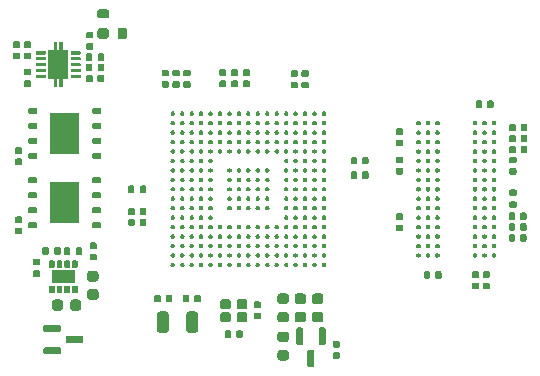
<source format=gbr>
%TF.GenerationSoftware,KiCad,Pcbnew,8.0.3*%
%TF.CreationDate,2024-07-19T10:15:31+08:00*%
%TF.ProjectId,h750xb_core,68373530-7862-45f6-936f-72652e6b6963,rev?*%
%TF.SameCoordinates,Original*%
%TF.FileFunction,Soldermask,Top*%
%TF.FilePolarity,Negative*%
%FSLAX46Y46*%
G04 Gerber Fmt 4.6, Leading zero omitted, Abs format (unit mm)*
G04 Created by KiCad (PCBNEW 8.0.3) date 2024-07-19 10:15:31*
%MOMM*%
%LPD*%
G01*
G04 APERTURE LIST*
G04 APERTURE END LIST*
G36*
X42875103Y-107845218D02*
G01*
X42923766Y-107877734D01*
X42956282Y-107926397D01*
X42967700Y-107983800D01*
X42967700Y-109158800D01*
X42956282Y-109216203D01*
X42923766Y-109264866D01*
X42875103Y-109297382D01*
X42817700Y-109308800D01*
X42517700Y-109308800D01*
X42460297Y-109297382D01*
X42411634Y-109264866D01*
X42379118Y-109216203D01*
X42367700Y-109158800D01*
X42367700Y-107983800D01*
X42379118Y-107926397D01*
X42411634Y-107877734D01*
X42460297Y-107845218D01*
X42517700Y-107833800D01*
X42817700Y-107833800D01*
X42875103Y-107845218D01*
G37*
G36*
X40571851Y-107881246D02*
G01*
X40614297Y-107886170D01*
X40628799Y-107892573D01*
X40650304Y-107896851D01*
X40673327Y-107912234D01*
X40689580Y-107919411D01*
X40700679Y-107930510D01*
X40721272Y-107944270D01*
X40735031Y-107964862D01*
X40746130Y-107975961D01*
X40753305Y-107992211D01*
X40768691Y-108015238D01*
X40772968Y-108036744D01*
X40779371Y-108051244D01*
X40784293Y-108093679D01*
X40785342Y-108098950D01*
X40785342Y-108536450D01*
X40784293Y-108541721D01*
X40779371Y-108584155D01*
X40772969Y-108598653D01*
X40768691Y-108620162D01*
X40753304Y-108643190D01*
X40746130Y-108659438D01*
X40735033Y-108670534D01*
X40721272Y-108691130D01*
X40700676Y-108704891D01*
X40689580Y-108715988D01*
X40673332Y-108723162D01*
X40650304Y-108738549D01*
X40628795Y-108742827D01*
X40614297Y-108749229D01*
X40571863Y-108754151D01*
X40566592Y-108755200D01*
X40054092Y-108755200D01*
X40048821Y-108754151D01*
X40006386Y-108749229D01*
X39991886Y-108742826D01*
X39970380Y-108738549D01*
X39947353Y-108723163D01*
X39931103Y-108715988D01*
X39920004Y-108704889D01*
X39899412Y-108691130D01*
X39885652Y-108670537D01*
X39874553Y-108659438D01*
X39867376Y-108643185D01*
X39851993Y-108620162D01*
X39847715Y-108598657D01*
X39841312Y-108584155D01*
X39836388Y-108541709D01*
X39835342Y-108536450D01*
X39835342Y-108098950D01*
X39836387Y-108093691D01*
X39841312Y-108051244D01*
X39847715Y-108036740D01*
X39851993Y-108015238D01*
X39867375Y-107992216D01*
X39874553Y-107975961D01*
X39885654Y-107964859D01*
X39899412Y-107944270D01*
X39920001Y-107930512D01*
X39931103Y-107919411D01*
X39947358Y-107912233D01*
X39970380Y-107896851D01*
X39991882Y-107892573D01*
X40006386Y-107886170D01*
X40048833Y-107881245D01*
X40054092Y-107880200D01*
X40566592Y-107880200D01*
X40571851Y-107881246D01*
G37*
G36*
X45036176Y-108073057D02*
G01*
X45081595Y-108103405D01*
X45111943Y-108148824D01*
X45122600Y-108202400D01*
X45122600Y-108482400D01*
X45111943Y-108535976D01*
X45081595Y-108581395D01*
X45036176Y-108611743D01*
X44982600Y-108622400D01*
X44642600Y-108622400D01*
X44589024Y-108611743D01*
X44543605Y-108581395D01*
X44513257Y-108535976D01*
X44502600Y-108482400D01*
X44502600Y-108202400D01*
X44513257Y-108148824D01*
X44543605Y-108103405D01*
X44589024Y-108073057D01*
X44642600Y-108062400D01*
X44982600Y-108062400D01*
X45036176Y-108073057D01*
G37*
G36*
X21406003Y-107634818D02*
G01*
X21454666Y-107667334D01*
X21487182Y-107715997D01*
X21498600Y-107773400D01*
X21498600Y-108073400D01*
X21487182Y-108130803D01*
X21454666Y-108179466D01*
X21406003Y-108211982D01*
X21348600Y-108223400D01*
X20173600Y-108223400D01*
X20116197Y-108211982D01*
X20067534Y-108179466D01*
X20035018Y-108130803D01*
X20023600Y-108073400D01*
X20023600Y-107773400D01*
X20035018Y-107715997D01*
X20067534Y-107667334D01*
X20116197Y-107634818D01*
X20173600Y-107623400D01*
X21348600Y-107623400D01*
X21406003Y-107634818D01*
G37*
G36*
X45036176Y-107113057D02*
G01*
X45081595Y-107143405D01*
X45111943Y-107188824D01*
X45122600Y-107242400D01*
X45122600Y-107522400D01*
X45111943Y-107575976D01*
X45081595Y-107621395D01*
X45036176Y-107651743D01*
X44982600Y-107662400D01*
X44642600Y-107662400D01*
X44589024Y-107651743D01*
X44543605Y-107621395D01*
X44513257Y-107575976D01*
X44502600Y-107522400D01*
X44502600Y-107242400D01*
X44513257Y-107188824D01*
X44543605Y-107143405D01*
X44589024Y-107113057D01*
X44642600Y-107102400D01*
X44982600Y-107102400D01*
X45036176Y-107113057D01*
G37*
G36*
X41925103Y-105970218D02*
G01*
X41973766Y-106002734D01*
X42006282Y-106051397D01*
X42017700Y-106108800D01*
X42017700Y-107283800D01*
X42006282Y-107341203D01*
X41973766Y-107389866D01*
X41925103Y-107422382D01*
X41867700Y-107433800D01*
X41567700Y-107433800D01*
X41510297Y-107422382D01*
X41461634Y-107389866D01*
X41429118Y-107341203D01*
X41417700Y-107283800D01*
X41417700Y-106108800D01*
X41429118Y-106051397D01*
X41461634Y-106002734D01*
X41510297Y-105970218D01*
X41567700Y-105958800D01*
X41867700Y-105958800D01*
X41925103Y-105970218D01*
G37*
G36*
X43825103Y-105970218D02*
G01*
X43873766Y-106002734D01*
X43906282Y-106051397D01*
X43917700Y-106108800D01*
X43917700Y-107283800D01*
X43906282Y-107341203D01*
X43873766Y-107389866D01*
X43825103Y-107422382D01*
X43767700Y-107433800D01*
X43467700Y-107433800D01*
X43410297Y-107422382D01*
X43361634Y-107389866D01*
X43329118Y-107341203D01*
X43317700Y-107283800D01*
X43317700Y-106108800D01*
X43329118Y-106051397D01*
X43361634Y-106002734D01*
X43410297Y-105970218D01*
X43467700Y-105958800D01*
X43767700Y-105958800D01*
X43825103Y-105970218D01*
G37*
G36*
X23281003Y-106684818D02*
G01*
X23329666Y-106717334D01*
X23362182Y-106765997D01*
X23373600Y-106823400D01*
X23373600Y-107123400D01*
X23362182Y-107180803D01*
X23329666Y-107229466D01*
X23281003Y-107261982D01*
X23223600Y-107273400D01*
X22048600Y-107273400D01*
X21991197Y-107261982D01*
X21942534Y-107229466D01*
X21910018Y-107180803D01*
X21898600Y-107123400D01*
X21898600Y-106823400D01*
X21910018Y-106765997D01*
X21942534Y-106717334D01*
X21991197Y-106684818D01*
X22048600Y-106673400D01*
X23223600Y-106673400D01*
X23281003Y-106684818D01*
G37*
G36*
X40571851Y-106306246D02*
G01*
X40614297Y-106311170D01*
X40628799Y-106317573D01*
X40650304Y-106321851D01*
X40673327Y-106337234D01*
X40689580Y-106344411D01*
X40700679Y-106355510D01*
X40721272Y-106369270D01*
X40735031Y-106389862D01*
X40746130Y-106400961D01*
X40753305Y-106417211D01*
X40768691Y-106440238D01*
X40772968Y-106461744D01*
X40779371Y-106476244D01*
X40784293Y-106518679D01*
X40785342Y-106523950D01*
X40785342Y-106961450D01*
X40784293Y-106966721D01*
X40779371Y-107009155D01*
X40772969Y-107023653D01*
X40768691Y-107045162D01*
X40753304Y-107068190D01*
X40746130Y-107084438D01*
X40735033Y-107095534D01*
X40721272Y-107116130D01*
X40700676Y-107129891D01*
X40689580Y-107140988D01*
X40673332Y-107148162D01*
X40650304Y-107163549D01*
X40628795Y-107167827D01*
X40614297Y-107174229D01*
X40571863Y-107179151D01*
X40566592Y-107180200D01*
X40054092Y-107180200D01*
X40048821Y-107179151D01*
X40006386Y-107174229D01*
X39991886Y-107167826D01*
X39970380Y-107163549D01*
X39947353Y-107148163D01*
X39931103Y-107140988D01*
X39920004Y-107129889D01*
X39899412Y-107116130D01*
X39885652Y-107095537D01*
X39874553Y-107084438D01*
X39867376Y-107068185D01*
X39851993Y-107045162D01*
X39847715Y-107023657D01*
X39841312Y-107009155D01*
X39836388Y-106966709D01*
X39835342Y-106961450D01*
X39835342Y-106523950D01*
X39836387Y-106518691D01*
X39841312Y-106476244D01*
X39847715Y-106461740D01*
X39851993Y-106440238D01*
X39867375Y-106417216D01*
X39874553Y-106400961D01*
X39885654Y-106389859D01*
X39899412Y-106369270D01*
X39920001Y-106355512D01*
X39931103Y-106344411D01*
X39947358Y-106337233D01*
X39970380Y-106321851D01*
X39991882Y-106317573D01*
X40006386Y-106311170D01*
X40048833Y-106306245D01*
X40054092Y-106305200D01*
X40566592Y-106305200D01*
X40571851Y-106306246D01*
G37*
G36*
X35847223Y-106219725D02*
G01*
X35892642Y-106250073D01*
X35922990Y-106295492D01*
X35933647Y-106349068D01*
X35933647Y-106689068D01*
X35922990Y-106742644D01*
X35892642Y-106788063D01*
X35847223Y-106818411D01*
X35793647Y-106829068D01*
X35513647Y-106829068D01*
X35460071Y-106818411D01*
X35414652Y-106788063D01*
X35384304Y-106742644D01*
X35373647Y-106689068D01*
X35373647Y-106349068D01*
X35384304Y-106295492D01*
X35414652Y-106250073D01*
X35460071Y-106219725D01*
X35513647Y-106209068D01*
X35793647Y-106209068D01*
X35847223Y-106219725D01*
G37*
G36*
X36807223Y-106219725D02*
G01*
X36852642Y-106250073D01*
X36882990Y-106295492D01*
X36893647Y-106349068D01*
X36893647Y-106689068D01*
X36882990Y-106742644D01*
X36852642Y-106788063D01*
X36807223Y-106818411D01*
X36753647Y-106829068D01*
X36473647Y-106829068D01*
X36420071Y-106818411D01*
X36374652Y-106788063D01*
X36344304Y-106742644D01*
X36333647Y-106689068D01*
X36333647Y-106349068D01*
X36344304Y-106295492D01*
X36374652Y-106250073D01*
X36420071Y-106219725D01*
X36473647Y-106209068D01*
X36753647Y-106209068D01*
X36807223Y-106219725D01*
G37*
G36*
X30378740Y-104604156D02*
G01*
X30433526Y-104611369D01*
X30447307Y-104617795D01*
X30466072Y-104621528D01*
X30490927Y-104638135D01*
X30513220Y-104648531D01*
X30526781Y-104662092D01*
X30547178Y-104675721D01*
X30560806Y-104696117D01*
X30574367Y-104709678D01*
X30584761Y-104731968D01*
X30601371Y-104756827D01*
X30605103Y-104775593D01*
X30611529Y-104789372D01*
X30618739Y-104844146D01*
X30620401Y-104852498D01*
X30620401Y-106152498D01*
X30618739Y-106160851D01*
X30611529Y-106215623D01*
X30605104Y-106229401D01*
X30601371Y-106248169D01*
X30584759Y-106273029D01*
X30574367Y-106295317D01*
X30560808Y-106308875D01*
X30547178Y-106329275D01*
X30526778Y-106342905D01*
X30513220Y-106356464D01*
X30490932Y-106366856D01*
X30466072Y-106383468D01*
X30447304Y-106387201D01*
X30433526Y-106393626D01*
X30378754Y-106400836D01*
X30370401Y-106402498D01*
X29870401Y-106402498D01*
X29862049Y-106400836D01*
X29807275Y-106393626D01*
X29793496Y-106387200D01*
X29774730Y-106383468D01*
X29749871Y-106366858D01*
X29727581Y-106356464D01*
X29714020Y-106342903D01*
X29693624Y-106329275D01*
X29679995Y-106308878D01*
X29666434Y-106295317D01*
X29656038Y-106273024D01*
X29639431Y-106248169D01*
X29635698Y-106229404D01*
X29629272Y-106215623D01*
X29622059Y-106160837D01*
X29620401Y-106152498D01*
X29620401Y-104852498D01*
X29622059Y-104844160D01*
X29629272Y-104789372D01*
X29635698Y-104775589D01*
X29639431Y-104756827D01*
X29656037Y-104731973D01*
X29666434Y-104709678D01*
X29679997Y-104696114D01*
X29693624Y-104675721D01*
X29714017Y-104662094D01*
X29727581Y-104648531D01*
X29749876Y-104638134D01*
X29774730Y-104621528D01*
X29793492Y-104617795D01*
X29807275Y-104611369D01*
X29862063Y-104604156D01*
X29870401Y-104602498D01*
X30370401Y-104602498D01*
X30378740Y-104604156D01*
G37*
G36*
X32878738Y-104604156D02*
G01*
X32933524Y-104611369D01*
X32947305Y-104617795D01*
X32966070Y-104621528D01*
X32990925Y-104638135D01*
X33013218Y-104648531D01*
X33026779Y-104662092D01*
X33047176Y-104675721D01*
X33060804Y-104696117D01*
X33074365Y-104709678D01*
X33084759Y-104731968D01*
X33101369Y-104756827D01*
X33105101Y-104775593D01*
X33111527Y-104789372D01*
X33118737Y-104844146D01*
X33120399Y-104852498D01*
X33120399Y-106152498D01*
X33118737Y-106160851D01*
X33111527Y-106215623D01*
X33105102Y-106229401D01*
X33101369Y-106248169D01*
X33084757Y-106273029D01*
X33074365Y-106295317D01*
X33060806Y-106308875D01*
X33047176Y-106329275D01*
X33026776Y-106342905D01*
X33013218Y-106356464D01*
X32990930Y-106366856D01*
X32966070Y-106383468D01*
X32947302Y-106387201D01*
X32933524Y-106393626D01*
X32878752Y-106400836D01*
X32870399Y-106402498D01*
X32370399Y-106402498D01*
X32362047Y-106400836D01*
X32307273Y-106393626D01*
X32293494Y-106387200D01*
X32274728Y-106383468D01*
X32249869Y-106366858D01*
X32227579Y-106356464D01*
X32214018Y-106342903D01*
X32193622Y-106329275D01*
X32179993Y-106308878D01*
X32166432Y-106295317D01*
X32156036Y-106273024D01*
X32139429Y-106248169D01*
X32135696Y-106229404D01*
X32129270Y-106215623D01*
X32122057Y-106160837D01*
X32120399Y-106152498D01*
X32120399Y-104852498D01*
X32122057Y-104844160D01*
X32129270Y-104789372D01*
X32135696Y-104775589D01*
X32139429Y-104756827D01*
X32156035Y-104731973D01*
X32166432Y-104709678D01*
X32179995Y-104696114D01*
X32193622Y-104675721D01*
X32214015Y-104662094D01*
X32227579Y-104648531D01*
X32249874Y-104638134D01*
X32274728Y-104621528D01*
X32293490Y-104617795D01*
X32307273Y-104611369D01*
X32362061Y-104604156D01*
X32370399Y-104602498D01*
X32870399Y-104602498D01*
X32878738Y-104604156D01*
G37*
G36*
X21406003Y-105734818D02*
G01*
X21454666Y-105767334D01*
X21487182Y-105815997D01*
X21498600Y-105873400D01*
X21498600Y-106173400D01*
X21487182Y-106230803D01*
X21454666Y-106279466D01*
X21406003Y-106311982D01*
X21348600Y-106323400D01*
X20173600Y-106323400D01*
X20116197Y-106311982D01*
X20067534Y-106279466D01*
X20035018Y-106230803D01*
X20023600Y-106173400D01*
X20023600Y-105873400D01*
X20035018Y-105815997D01*
X20067534Y-105767334D01*
X20116197Y-105734818D01*
X20173600Y-105723400D01*
X21348600Y-105723400D01*
X21406003Y-105734818D01*
G37*
G36*
X42031909Y-104653218D02*
G01*
X42074355Y-104658142D01*
X42088857Y-104664545D01*
X42110362Y-104668823D01*
X42133385Y-104684206D01*
X42149638Y-104691383D01*
X42160737Y-104702482D01*
X42181330Y-104716242D01*
X42195089Y-104736834D01*
X42206188Y-104747933D01*
X42213363Y-104764183D01*
X42228749Y-104787210D01*
X42233026Y-104808716D01*
X42239429Y-104823216D01*
X42244351Y-104865651D01*
X42245400Y-104870922D01*
X42245400Y-105308422D01*
X42244351Y-105313693D01*
X42239429Y-105356127D01*
X42233027Y-105370625D01*
X42228749Y-105392134D01*
X42213362Y-105415162D01*
X42206188Y-105431410D01*
X42195091Y-105442506D01*
X42181330Y-105463102D01*
X42160734Y-105476863D01*
X42149638Y-105487960D01*
X42133390Y-105495134D01*
X42110362Y-105510521D01*
X42088853Y-105514799D01*
X42074355Y-105521201D01*
X42031921Y-105526123D01*
X42026650Y-105527172D01*
X41514150Y-105527172D01*
X41508879Y-105526123D01*
X41466444Y-105521201D01*
X41451944Y-105514798D01*
X41430438Y-105510521D01*
X41407411Y-105495135D01*
X41391161Y-105487960D01*
X41380062Y-105476861D01*
X41359470Y-105463102D01*
X41345710Y-105442509D01*
X41334611Y-105431410D01*
X41327434Y-105415157D01*
X41312051Y-105392134D01*
X41307773Y-105370629D01*
X41301370Y-105356127D01*
X41296446Y-105313681D01*
X41295400Y-105308422D01*
X41295400Y-104870922D01*
X41296445Y-104865663D01*
X41301370Y-104823216D01*
X41307773Y-104808712D01*
X41312051Y-104787210D01*
X41327433Y-104764188D01*
X41334611Y-104747933D01*
X41345712Y-104736831D01*
X41359470Y-104716242D01*
X41380059Y-104702484D01*
X41391161Y-104691383D01*
X41407416Y-104684205D01*
X41430438Y-104668823D01*
X41451940Y-104664545D01*
X41466444Y-104658142D01*
X41508891Y-104653217D01*
X41514150Y-104652172D01*
X42026650Y-104652172D01*
X42031909Y-104653218D01*
G37*
G36*
X43496964Y-104653218D02*
G01*
X43539410Y-104658142D01*
X43553912Y-104664545D01*
X43575417Y-104668823D01*
X43598440Y-104684206D01*
X43614693Y-104691383D01*
X43625792Y-104702482D01*
X43646385Y-104716242D01*
X43660144Y-104736834D01*
X43671243Y-104747933D01*
X43678418Y-104764183D01*
X43693804Y-104787210D01*
X43698081Y-104808716D01*
X43704484Y-104823216D01*
X43709406Y-104865651D01*
X43710455Y-104870922D01*
X43710455Y-105308422D01*
X43709406Y-105313693D01*
X43704484Y-105356127D01*
X43698082Y-105370625D01*
X43693804Y-105392134D01*
X43678417Y-105415162D01*
X43671243Y-105431410D01*
X43660146Y-105442506D01*
X43646385Y-105463102D01*
X43625789Y-105476863D01*
X43614693Y-105487960D01*
X43598445Y-105495134D01*
X43575417Y-105510521D01*
X43553908Y-105514799D01*
X43539410Y-105521201D01*
X43496976Y-105526123D01*
X43491705Y-105527172D01*
X42979205Y-105527172D01*
X42973934Y-105526123D01*
X42931499Y-105521201D01*
X42916999Y-105514798D01*
X42895493Y-105510521D01*
X42872466Y-105495135D01*
X42856216Y-105487960D01*
X42845117Y-105476861D01*
X42824525Y-105463102D01*
X42810765Y-105442509D01*
X42799666Y-105431410D01*
X42792489Y-105415157D01*
X42777106Y-105392134D01*
X42772828Y-105370629D01*
X42766425Y-105356127D01*
X42761501Y-105313681D01*
X42760455Y-105308422D01*
X42760455Y-104870922D01*
X42761500Y-104865663D01*
X42766425Y-104823216D01*
X42772828Y-104808712D01*
X42777106Y-104787210D01*
X42792488Y-104764188D01*
X42799666Y-104747933D01*
X42810767Y-104736831D01*
X42824525Y-104716242D01*
X42845114Y-104702484D01*
X42856216Y-104691383D01*
X42872471Y-104684205D01*
X42895493Y-104668823D01*
X42916995Y-104664545D01*
X42931499Y-104658142D01*
X42973946Y-104653217D01*
X42979205Y-104652172D01*
X43491705Y-104652172D01*
X43496964Y-104653218D01*
G37*
G36*
X40571851Y-104653217D02*
G01*
X40614297Y-104658141D01*
X40628799Y-104664544D01*
X40650304Y-104668822D01*
X40673327Y-104684205D01*
X40689580Y-104691382D01*
X40700679Y-104702481D01*
X40721272Y-104716241D01*
X40735031Y-104736833D01*
X40746130Y-104747932D01*
X40753305Y-104764182D01*
X40768691Y-104787209D01*
X40772968Y-104808715D01*
X40779371Y-104823215D01*
X40784293Y-104865650D01*
X40785342Y-104870921D01*
X40785342Y-105308421D01*
X40784293Y-105313692D01*
X40779371Y-105356126D01*
X40772969Y-105370624D01*
X40768691Y-105392133D01*
X40753304Y-105415161D01*
X40746130Y-105431409D01*
X40735033Y-105442505D01*
X40721272Y-105463101D01*
X40700676Y-105476862D01*
X40689580Y-105487959D01*
X40673332Y-105495133D01*
X40650304Y-105510520D01*
X40628795Y-105514798D01*
X40614297Y-105521200D01*
X40571863Y-105526122D01*
X40566592Y-105527171D01*
X40054092Y-105527171D01*
X40048821Y-105526122D01*
X40006386Y-105521200D01*
X39991886Y-105514797D01*
X39970380Y-105510520D01*
X39947353Y-105495134D01*
X39931103Y-105487959D01*
X39920004Y-105476860D01*
X39899412Y-105463101D01*
X39885652Y-105442508D01*
X39874553Y-105431409D01*
X39867376Y-105415156D01*
X39851993Y-105392133D01*
X39847715Y-105370628D01*
X39841312Y-105356126D01*
X39836388Y-105313680D01*
X39835342Y-105308421D01*
X39835342Y-104870921D01*
X39836387Y-104865662D01*
X39841312Y-104823215D01*
X39847715Y-104808711D01*
X39851993Y-104787209D01*
X39867375Y-104764187D01*
X39874553Y-104747932D01*
X39885654Y-104736830D01*
X39899412Y-104716241D01*
X39920001Y-104702483D01*
X39931103Y-104691382D01*
X39947358Y-104684204D01*
X39970380Y-104668822D01*
X39991882Y-104664544D01*
X40006386Y-104658141D01*
X40048833Y-104653216D01*
X40054092Y-104652171D01*
X40566592Y-104652171D01*
X40571851Y-104653217D01*
G37*
G36*
X35760184Y-104684291D02*
G01*
X35825068Y-104727646D01*
X35868423Y-104792530D01*
X35883647Y-104869067D01*
X35883647Y-105269067D01*
X35868423Y-105345604D01*
X35825068Y-105410488D01*
X35760184Y-105453843D01*
X35683647Y-105469067D01*
X35183647Y-105469067D01*
X35107110Y-105453843D01*
X35042226Y-105410488D01*
X34998871Y-105345604D01*
X34983647Y-105269067D01*
X34983647Y-104869067D01*
X34998871Y-104792530D01*
X35042226Y-104727646D01*
X35107110Y-104684291D01*
X35183647Y-104669067D01*
X35683647Y-104669067D01*
X35760184Y-104684291D01*
G37*
G36*
X37160184Y-104684291D02*
G01*
X37225068Y-104727646D01*
X37268423Y-104792530D01*
X37283647Y-104869067D01*
X37283647Y-105269067D01*
X37268423Y-105345604D01*
X37225068Y-105410488D01*
X37160184Y-105453843D01*
X37083647Y-105469067D01*
X36583647Y-105469067D01*
X36507110Y-105453843D01*
X36442226Y-105410488D01*
X36398871Y-105345604D01*
X36383647Y-105269067D01*
X36383647Y-104869067D01*
X36398871Y-104792530D01*
X36442226Y-104727646D01*
X36507110Y-104684291D01*
X36583647Y-104669067D01*
X37083647Y-104669067D01*
X37160184Y-104684291D01*
G37*
G36*
X38357224Y-104729725D02*
G01*
X38402643Y-104760073D01*
X38432991Y-104805492D01*
X38443648Y-104859068D01*
X38443648Y-105139068D01*
X38432991Y-105192644D01*
X38402643Y-105238063D01*
X38357224Y-105268411D01*
X38303648Y-105279068D01*
X37963648Y-105279068D01*
X37910072Y-105268411D01*
X37864653Y-105238063D01*
X37834305Y-105192644D01*
X37823648Y-105139068D01*
X37823648Y-104859068D01*
X37834305Y-104805492D01*
X37864653Y-104760073D01*
X37910072Y-104729725D01*
X37963648Y-104719068D01*
X38303648Y-104719068D01*
X38357224Y-104729725D01*
G37*
G36*
X21432060Y-103586346D02*
G01*
X21475934Y-103591436D01*
X21490924Y-103598055D01*
X21512904Y-103602427D01*
X21536435Y-103618150D01*
X21553321Y-103625606D01*
X21564854Y-103637139D01*
X21585899Y-103651201D01*
X21599960Y-103672245D01*
X21611493Y-103683778D01*
X21618948Y-103700662D01*
X21634673Y-103724196D01*
X21639045Y-103746177D01*
X21645663Y-103761165D01*
X21650751Y-103805029D01*
X21651800Y-103810300D01*
X21651800Y-104310300D01*
X21650751Y-104315572D01*
X21645663Y-104359434D01*
X21639045Y-104374420D01*
X21634673Y-104396404D01*
X21618946Y-104419939D01*
X21611493Y-104436821D01*
X21599962Y-104448351D01*
X21585899Y-104469399D01*
X21564851Y-104483462D01*
X21553321Y-104494993D01*
X21536439Y-104502446D01*
X21512904Y-104518173D01*
X21490920Y-104522545D01*
X21475934Y-104529163D01*
X21432072Y-104534251D01*
X21426800Y-104535300D01*
X20976800Y-104535300D01*
X20971529Y-104534251D01*
X20927665Y-104529163D01*
X20912677Y-104522545D01*
X20890696Y-104518173D01*
X20867162Y-104502448D01*
X20850278Y-104494993D01*
X20838745Y-104483460D01*
X20817701Y-104469399D01*
X20803639Y-104448354D01*
X20792106Y-104436821D01*
X20784650Y-104419935D01*
X20768927Y-104396404D01*
X20764555Y-104374424D01*
X20757936Y-104359434D01*
X20752846Y-104315560D01*
X20751800Y-104310300D01*
X20751800Y-103810300D01*
X20752846Y-103805041D01*
X20757936Y-103761165D01*
X20764555Y-103746173D01*
X20768927Y-103724196D01*
X20784648Y-103700666D01*
X20792106Y-103683778D01*
X20803641Y-103672242D01*
X20817701Y-103651201D01*
X20838742Y-103637141D01*
X20850278Y-103625606D01*
X20867166Y-103618148D01*
X20890696Y-103602427D01*
X20912673Y-103598055D01*
X20927665Y-103591436D01*
X20971541Y-103586346D01*
X20976800Y-103585300D01*
X21426800Y-103585300D01*
X21432060Y-103586346D01*
G37*
G36*
X22982060Y-103586346D02*
G01*
X23025934Y-103591436D01*
X23040924Y-103598055D01*
X23062904Y-103602427D01*
X23086435Y-103618150D01*
X23103321Y-103625606D01*
X23114854Y-103637139D01*
X23135899Y-103651201D01*
X23149960Y-103672245D01*
X23161493Y-103683778D01*
X23168948Y-103700662D01*
X23184673Y-103724196D01*
X23189045Y-103746177D01*
X23195663Y-103761165D01*
X23200751Y-103805029D01*
X23201800Y-103810300D01*
X23201800Y-104310300D01*
X23200751Y-104315572D01*
X23195663Y-104359434D01*
X23189045Y-104374420D01*
X23184673Y-104396404D01*
X23168946Y-104419939D01*
X23161493Y-104436821D01*
X23149962Y-104448351D01*
X23135899Y-104469399D01*
X23114851Y-104483462D01*
X23103321Y-104494993D01*
X23086439Y-104502446D01*
X23062904Y-104518173D01*
X23040920Y-104522545D01*
X23025934Y-104529163D01*
X22982072Y-104534251D01*
X22976800Y-104535300D01*
X22526800Y-104535300D01*
X22521529Y-104534251D01*
X22477665Y-104529163D01*
X22462677Y-104522545D01*
X22440696Y-104518173D01*
X22417162Y-104502448D01*
X22400278Y-104494993D01*
X22388745Y-104483460D01*
X22367701Y-104469399D01*
X22353639Y-104448354D01*
X22342106Y-104436821D01*
X22334650Y-104419935D01*
X22318927Y-104396404D01*
X22314555Y-104374424D01*
X22307936Y-104359434D01*
X22302846Y-104315560D01*
X22301800Y-104310300D01*
X22301800Y-103810300D01*
X22302846Y-103805041D01*
X22307936Y-103761165D01*
X22314555Y-103746173D01*
X22318927Y-103724196D01*
X22334648Y-103700666D01*
X22342106Y-103683778D01*
X22353641Y-103672242D01*
X22367701Y-103651201D01*
X22388742Y-103637141D01*
X22400278Y-103625606D01*
X22417166Y-103618148D01*
X22440696Y-103602427D01*
X22462673Y-103598055D01*
X22477665Y-103591436D01*
X22521541Y-103586346D01*
X22526800Y-103585300D01*
X22976800Y-103585300D01*
X22982060Y-103586346D01*
G37*
G36*
X35760184Y-103584291D02*
G01*
X35825068Y-103627646D01*
X35868423Y-103692530D01*
X35883647Y-103769067D01*
X35883647Y-104169067D01*
X35868423Y-104245604D01*
X35825068Y-104310488D01*
X35760184Y-104353843D01*
X35683647Y-104369067D01*
X35183647Y-104369067D01*
X35107110Y-104353843D01*
X35042226Y-104310488D01*
X34998871Y-104245604D01*
X34983647Y-104169067D01*
X34983647Y-103769067D01*
X34998871Y-103692530D01*
X35042226Y-103627646D01*
X35107110Y-103584291D01*
X35183647Y-103569067D01*
X35683647Y-103569067D01*
X35760184Y-103584291D01*
G37*
G36*
X37160184Y-103584291D02*
G01*
X37225068Y-103627646D01*
X37268423Y-103692530D01*
X37283647Y-103769067D01*
X37283647Y-104169067D01*
X37268423Y-104245604D01*
X37225068Y-104310488D01*
X37160184Y-104353843D01*
X37083647Y-104369067D01*
X36583647Y-104369067D01*
X36507110Y-104353843D01*
X36442226Y-104310488D01*
X36398871Y-104245604D01*
X36383647Y-104169067D01*
X36383647Y-103769067D01*
X36398871Y-103692530D01*
X36442226Y-103627646D01*
X36507110Y-103584291D01*
X36583647Y-103569067D01*
X37083647Y-103569067D01*
X37160184Y-103584291D01*
G37*
G36*
X38357224Y-103769725D02*
G01*
X38402643Y-103800073D01*
X38432991Y-103845492D01*
X38443648Y-103899068D01*
X38443648Y-104179068D01*
X38432991Y-104232644D01*
X38402643Y-104278063D01*
X38357224Y-104308411D01*
X38303648Y-104319068D01*
X37963648Y-104319068D01*
X37910072Y-104308411D01*
X37864653Y-104278063D01*
X37834305Y-104232644D01*
X37823648Y-104179068D01*
X37823648Y-103899068D01*
X37834305Y-103845492D01*
X37864653Y-103800073D01*
X37910072Y-103769725D01*
X37963648Y-103759068D01*
X38303648Y-103759068D01*
X38357224Y-103769725D01*
G37*
G36*
X42031909Y-103078216D02*
G01*
X42074355Y-103083140D01*
X42088857Y-103089543D01*
X42110362Y-103093821D01*
X42133385Y-103109204D01*
X42149638Y-103116381D01*
X42160737Y-103127480D01*
X42181330Y-103141240D01*
X42195089Y-103161832D01*
X42206188Y-103172931D01*
X42213363Y-103189181D01*
X42228749Y-103212208D01*
X42233026Y-103233714D01*
X42239429Y-103248214D01*
X42244351Y-103290649D01*
X42245400Y-103295920D01*
X42245400Y-103733420D01*
X42244351Y-103738691D01*
X42239429Y-103781125D01*
X42233027Y-103795623D01*
X42228749Y-103817132D01*
X42213362Y-103840160D01*
X42206188Y-103856408D01*
X42195091Y-103867504D01*
X42181330Y-103888100D01*
X42160734Y-103901861D01*
X42149638Y-103912958D01*
X42133390Y-103920132D01*
X42110362Y-103935519D01*
X42088853Y-103939797D01*
X42074355Y-103946199D01*
X42031921Y-103951121D01*
X42026650Y-103952170D01*
X41514150Y-103952170D01*
X41508879Y-103951121D01*
X41466444Y-103946199D01*
X41451944Y-103939796D01*
X41430438Y-103935519D01*
X41407411Y-103920133D01*
X41391161Y-103912958D01*
X41380062Y-103901859D01*
X41359470Y-103888100D01*
X41345710Y-103867507D01*
X41334611Y-103856408D01*
X41327434Y-103840155D01*
X41312051Y-103817132D01*
X41307773Y-103795627D01*
X41301370Y-103781125D01*
X41296446Y-103738679D01*
X41295400Y-103733420D01*
X41295400Y-103295920D01*
X41296445Y-103290661D01*
X41301370Y-103248214D01*
X41307773Y-103233710D01*
X41312051Y-103212208D01*
X41327433Y-103189186D01*
X41334611Y-103172931D01*
X41345712Y-103161829D01*
X41359470Y-103141240D01*
X41380059Y-103127482D01*
X41391161Y-103116381D01*
X41407416Y-103109203D01*
X41430438Y-103093821D01*
X41451940Y-103089543D01*
X41466444Y-103083140D01*
X41508891Y-103078215D01*
X41514150Y-103077170D01*
X42026650Y-103077170D01*
X42031909Y-103078216D01*
G37*
G36*
X43496964Y-103078216D02*
G01*
X43539410Y-103083140D01*
X43553912Y-103089543D01*
X43575417Y-103093821D01*
X43598440Y-103109204D01*
X43614693Y-103116381D01*
X43625792Y-103127480D01*
X43646385Y-103141240D01*
X43660144Y-103161832D01*
X43671243Y-103172931D01*
X43678418Y-103189181D01*
X43693804Y-103212208D01*
X43698081Y-103233714D01*
X43704484Y-103248214D01*
X43709406Y-103290649D01*
X43710455Y-103295920D01*
X43710455Y-103733420D01*
X43709406Y-103738691D01*
X43704484Y-103781125D01*
X43698082Y-103795623D01*
X43693804Y-103817132D01*
X43678417Y-103840160D01*
X43671243Y-103856408D01*
X43660146Y-103867504D01*
X43646385Y-103888100D01*
X43625789Y-103901861D01*
X43614693Y-103912958D01*
X43598445Y-103920132D01*
X43575417Y-103935519D01*
X43553908Y-103939797D01*
X43539410Y-103946199D01*
X43496976Y-103951121D01*
X43491705Y-103952170D01*
X42979205Y-103952170D01*
X42973934Y-103951121D01*
X42931499Y-103946199D01*
X42916999Y-103939796D01*
X42895493Y-103935519D01*
X42872466Y-103920133D01*
X42856216Y-103912958D01*
X42845117Y-103901859D01*
X42824525Y-103888100D01*
X42810765Y-103867507D01*
X42799666Y-103856408D01*
X42792489Y-103840155D01*
X42777106Y-103817132D01*
X42772828Y-103795627D01*
X42766425Y-103781125D01*
X42761501Y-103738679D01*
X42760455Y-103733420D01*
X42760455Y-103295920D01*
X42761500Y-103290661D01*
X42766425Y-103248214D01*
X42772828Y-103233710D01*
X42777106Y-103212208D01*
X42792488Y-103189186D01*
X42799666Y-103172931D01*
X42810767Y-103161829D01*
X42824525Y-103141240D01*
X42845114Y-103127482D01*
X42856216Y-103116381D01*
X42872471Y-103109203D01*
X42895493Y-103093821D01*
X42916995Y-103089543D01*
X42931499Y-103083140D01*
X42973946Y-103078215D01*
X42979205Y-103077170D01*
X43491705Y-103077170D01*
X43496964Y-103078216D01*
G37*
G36*
X40571851Y-103078215D02*
G01*
X40614297Y-103083139D01*
X40628799Y-103089542D01*
X40650304Y-103093820D01*
X40673327Y-103109203D01*
X40689580Y-103116380D01*
X40700679Y-103127479D01*
X40721272Y-103141239D01*
X40735031Y-103161831D01*
X40746130Y-103172930D01*
X40753305Y-103189180D01*
X40768691Y-103212207D01*
X40772968Y-103233713D01*
X40779371Y-103248213D01*
X40784293Y-103290648D01*
X40785342Y-103295919D01*
X40785342Y-103733419D01*
X40784293Y-103738690D01*
X40779371Y-103781124D01*
X40772969Y-103795622D01*
X40768691Y-103817131D01*
X40753304Y-103840159D01*
X40746130Y-103856407D01*
X40735033Y-103867503D01*
X40721272Y-103888099D01*
X40700676Y-103901860D01*
X40689580Y-103912957D01*
X40673332Y-103920131D01*
X40650304Y-103935518D01*
X40628795Y-103939796D01*
X40614297Y-103946198D01*
X40571863Y-103951120D01*
X40566592Y-103952169D01*
X40054092Y-103952169D01*
X40048821Y-103951120D01*
X40006386Y-103946198D01*
X39991886Y-103939795D01*
X39970380Y-103935518D01*
X39947353Y-103920132D01*
X39931103Y-103912957D01*
X39920004Y-103901858D01*
X39899412Y-103888099D01*
X39885652Y-103867506D01*
X39874553Y-103856407D01*
X39867376Y-103840154D01*
X39851993Y-103817131D01*
X39847715Y-103795626D01*
X39841312Y-103781124D01*
X39836388Y-103738678D01*
X39835342Y-103733419D01*
X39835342Y-103295919D01*
X39836387Y-103290660D01*
X39841312Y-103248213D01*
X39847715Y-103233709D01*
X39851993Y-103212207D01*
X39867375Y-103189185D01*
X39874553Y-103172930D01*
X39885654Y-103161828D01*
X39899412Y-103141239D01*
X39920001Y-103127481D01*
X39931103Y-103116380D01*
X39947358Y-103109202D01*
X39970380Y-103093820D01*
X39991882Y-103089542D01*
X40006386Y-103083139D01*
X40048833Y-103078214D01*
X40054092Y-103077169D01*
X40566592Y-103077169D01*
X40571851Y-103078215D01*
G37*
G36*
X32283977Y-103195998D02*
G01*
X32329396Y-103226346D01*
X32359744Y-103271765D01*
X32370401Y-103325341D01*
X32370401Y-103665341D01*
X32359744Y-103718917D01*
X32329396Y-103764336D01*
X32283977Y-103794684D01*
X32230401Y-103805341D01*
X31950401Y-103805341D01*
X31896825Y-103794684D01*
X31851406Y-103764336D01*
X31821058Y-103718917D01*
X31810401Y-103665341D01*
X31810401Y-103325341D01*
X31821058Y-103271765D01*
X31851406Y-103226346D01*
X31896825Y-103195998D01*
X31950401Y-103185341D01*
X32230401Y-103185341D01*
X32283977Y-103195998D01*
G37*
G36*
X33243977Y-103195998D02*
G01*
X33289396Y-103226346D01*
X33319744Y-103271765D01*
X33330401Y-103325341D01*
X33330401Y-103665341D01*
X33319744Y-103718917D01*
X33289396Y-103764336D01*
X33243977Y-103794684D01*
X33190401Y-103805341D01*
X32910401Y-103805341D01*
X32856825Y-103794684D01*
X32811406Y-103764336D01*
X32781058Y-103718917D01*
X32770401Y-103665341D01*
X32770401Y-103325341D01*
X32781058Y-103271765D01*
X32811406Y-103226346D01*
X32856825Y-103195998D01*
X32910401Y-103185341D01*
X33190401Y-103185341D01*
X33243977Y-103195998D01*
G37*
G36*
X29883976Y-103195997D02*
G01*
X29929395Y-103226345D01*
X29959743Y-103271764D01*
X29970400Y-103325340D01*
X29970400Y-103665340D01*
X29959743Y-103718916D01*
X29929395Y-103764335D01*
X29883976Y-103794683D01*
X29830400Y-103805340D01*
X29550400Y-103805340D01*
X29496824Y-103794683D01*
X29451405Y-103764335D01*
X29421057Y-103718916D01*
X29410400Y-103665340D01*
X29410400Y-103325340D01*
X29421057Y-103271764D01*
X29451405Y-103226345D01*
X29496824Y-103195997D01*
X29550400Y-103185340D01*
X29830400Y-103185340D01*
X29883976Y-103195997D01*
G37*
G36*
X30843976Y-103195997D02*
G01*
X30889395Y-103226345D01*
X30919743Y-103271764D01*
X30930400Y-103325340D01*
X30930400Y-103665340D01*
X30919743Y-103718916D01*
X30889395Y-103764335D01*
X30843976Y-103794683D01*
X30790400Y-103805340D01*
X30510400Y-103805340D01*
X30456824Y-103794683D01*
X30411405Y-103764335D01*
X30381057Y-103718916D01*
X30370400Y-103665340D01*
X30370400Y-103325340D01*
X30381057Y-103271764D01*
X30411405Y-103226345D01*
X30456824Y-103195997D01*
X30510400Y-103185340D01*
X30790400Y-103185340D01*
X30843976Y-103195997D01*
G37*
G36*
X24467260Y-102722946D02*
G01*
X24511134Y-102728036D01*
X24526124Y-102734655D01*
X24548104Y-102739027D01*
X24571635Y-102754750D01*
X24588521Y-102762206D01*
X24600054Y-102773739D01*
X24621099Y-102787801D01*
X24635160Y-102808845D01*
X24646693Y-102820378D01*
X24654148Y-102837262D01*
X24669873Y-102860796D01*
X24674245Y-102882777D01*
X24680863Y-102897765D01*
X24685951Y-102941629D01*
X24687000Y-102946900D01*
X24687000Y-103396900D01*
X24685951Y-103402172D01*
X24680863Y-103446034D01*
X24674245Y-103461020D01*
X24669873Y-103483004D01*
X24654146Y-103506539D01*
X24646693Y-103523421D01*
X24635162Y-103534951D01*
X24621099Y-103555999D01*
X24600051Y-103570062D01*
X24588521Y-103581593D01*
X24571639Y-103589046D01*
X24548104Y-103604773D01*
X24526120Y-103609145D01*
X24511134Y-103615763D01*
X24467272Y-103620851D01*
X24462000Y-103621900D01*
X23962000Y-103621900D01*
X23956729Y-103620851D01*
X23912865Y-103615763D01*
X23897877Y-103609145D01*
X23875896Y-103604773D01*
X23852362Y-103589048D01*
X23835478Y-103581593D01*
X23823945Y-103570060D01*
X23802901Y-103555999D01*
X23788839Y-103534954D01*
X23777306Y-103523421D01*
X23769850Y-103506535D01*
X23754127Y-103483004D01*
X23749755Y-103461024D01*
X23743136Y-103446034D01*
X23738046Y-103402160D01*
X23737000Y-103396900D01*
X23737000Y-102946900D01*
X23738046Y-102941641D01*
X23743136Y-102897765D01*
X23749755Y-102882773D01*
X23754127Y-102860796D01*
X23769848Y-102837266D01*
X23777306Y-102820378D01*
X23788841Y-102808842D01*
X23802901Y-102787801D01*
X23823942Y-102773741D01*
X23835478Y-102762206D01*
X23852366Y-102754748D01*
X23875896Y-102739027D01*
X23897873Y-102734655D01*
X23912865Y-102728036D01*
X23956741Y-102722946D01*
X23962000Y-102721900D01*
X24462000Y-102721900D01*
X24467260Y-102722946D01*
G37*
G36*
X20901635Y-102420015D02*
G01*
X20942188Y-102447112D01*
X20969285Y-102487665D01*
X20978800Y-102535500D01*
X20978800Y-102910500D01*
X20969285Y-102958335D01*
X20942188Y-102998888D01*
X20901635Y-103025985D01*
X20853800Y-103035500D01*
X20603800Y-103035500D01*
X20555965Y-103025985D01*
X20515412Y-102998888D01*
X20488315Y-102958335D01*
X20478800Y-102910500D01*
X20478800Y-102535500D01*
X20488315Y-102487665D01*
X20515412Y-102447112D01*
X20555965Y-102420015D01*
X20603800Y-102410500D01*
X20853800Y-102410500D01*
X20901635Y-102420015D01*
G37*
G36*
X21551635Y-102420015D02*
G01*
X21592188Y-102447112D01*
X21619285Y-102487665D01*
X21628800Y-102535500D01*
X21628800Y-102910500D01*
X21619285Y-102958335D01*
X21592188Y-102998888D01*
X21551635Y-103025985D01*
X21503800Y-103035500D01*
X21253800Y-103035500D01*
X21205965Y-103025985D01*
X21165412Y-102998888D01*
X21138315Y-102958335D01*
X21128800Y-102910500D01*
X21128800Y-102535500D01*
X21138315Y-102487665D01*
X21165412Y-102447112D01*
X21205965Y-102420015D01*
X21253800Y-102410500D01*
X21503800Y-102410500D01*
X21551635Y-102420015D01*
G37*
G36*
X22201635Y-102420015D02*
G01*
X22242188Y-102447112D01*
X22269285Y-102487665D01*
X22278800Y-102535500D01*
X22278800Y-102910500D01*
X22269285Y-102958335D01*
X22242188Y-102998888D01*
X22201635Y-103025985D01*
X22153800Y-103035500D01*
X21903800Y-103035500D01*
X21855965Y-103025985D01*
X21815412Y-102998888D01*
X21788315Y-102958335D01*
X21778800Y-102910500D01*
X21778800Y-102535500D01*
X21788315Y-102487665D01*
X21815412Y-102447112D01*
X21855965Y-102420015D01*
X21903800Y-102410500D01*
X22153800Y-102410500D01*
X22201635Y-102420015D01*
G37*
G36*
X22851635Y-102420015D02*
G01*
X22892188Y-102447112D01*
X22919285Y-102487665D01*
X22928800Y-102535500D01*
X22928800Y-102910500D01*
X22919285Y-102958335D01*
X22892188Y-102998888D01*
X22851635Y-103025985D01*
X22803800Y-103035500D01*
X22553800Y-103035500D01*
X22505965Y-103025985D01*
X22465412Y-102998888D01*
X22438315Y-102958335D01*
X22428800Y-102910500D01*
X22428800Y-102535500D01*
X22438315Y-102487665D01*
X22465412Y-102447112D01*
X22505965Y-102420015D01*
X22553800Y-102410500D01*
X22803800Y-102410500D01*
X22851635Y-102420015D01*
G37*
G36*
X56811478Y-102172784D02*
G01*
X56856897Y-102203132D01*
X56887245Y-102248551D01*
X56897902Y-102302127D01*
X56897902Y-102582127D01*
X56887245Y-102635703D01*
X56856897Y-102681122D01*
X56811478Y-102711470D01*
X56757902Y-102722127D01*
X56417902Y-102722127D01*
X56364326Y-102711470D01*
X56318907Y-102681122D01*
X56288559Y-102635703D01*
X56277902Y-102582127D01*
X56277902Y-102302127D01*
X56288559Y-102248551D01*
X56318907Y-102203132D01*
X56364326Y-102172784D01*
X56417902Y-102162127D01*
X56757902Y-102162127D01*
X56811478Y-102172784D01*
G37*
G36*
X57733976Y-102172784D02*
G01*
X57779395Y-102203132D01*
X57809743Y-102248551D01*
X57820400Y-102302127D01*
X57820400Y-102582127D01*
X57809743Y-102635703D01*
X57779395Y-102681122D01*
X57733976Y-102711470D01*
X57680400Y-102722127D01*
X57340400Y-102722127D01*
X57286824Y-102711470D01*
X57241405Y-102681122D01*
X57211057Y-102635703D01*
X57200400Y-102582127D01*
X57200400Y-102302127D01*
X57211057Y-102248551D01*
X57241405Y-102203132D01*
X57286824Y-102172784D01*
X57340400Y-102162127D01*
X57680400Y-102162127D01*
X57733976Y-102172784D01*
G37*
G36*
X22653800Y-102210500D02*
G01*
X20753800Y-102210500D01*
X20753800Y-101110500D01*
X22653800Y-101110500D01*
X22653800Y-102210500D01*
G37*
G36*
X24467260Y-101172946D02*
G01*
X24511134Y-101178036D01*
X24526124Y-101184655D01*
X24548104Y-101189027D01*
X24571635Y-101204750D01*
X24588521Y-101212206D01*
X24600054Y-101223739D01*
X24621099Y-101237801D01*
X24635160Y-101258845D01*
X24646693Y-101270378D01*
X24654148Y-101287262D01*
X24669873Y-101310796D01*
X24674245Y-101332777D01*
X24680863Y-101347765D01*
X24685951Y-101391629D01*
X24687000Y-101396900D01*
X24687000Y-101846900D01*
X24685951Y-101852172D01*
X24680863Y-101896034D01*
X24674245Y-101911020D01*
X24669873Y-101933004D01*
X24654146Y-101956539D01*
X24646693Y-101973421D01*
X24635162Y-101984951D01*
X24621099Y-102005999D01*
X24600051Y-102020062D01*
X24588521Y-102031593D01*
X24571639Y-102039046D01*
X24548104Y-102054773D01*
X24526120Y-102059145D01*
X24511134Y-102065763D01*
X24467272Y-102070851D01*
X24462000Y-102071900D01*
X23962000Y-102071900D01*
X23956729Y-102070851D01*
X23912865Y-102065763D01*
X23897877Y-102059145D01*
X23875896Y-102054773D01*
X23852362Y-102039048D01*
X23835478Y-102031593D01*
X23823945Y-102020060D01*
X23802901Y-102005999D01*
X23788839Y-101984954D01*
X23777306Y-101973421D01*
X23769850Y-101956535D01*
X23754127Y-101933004D01*
X23749755Y-101911024D01*
X23743136Y-101896034D01*
X23738046Y-101852160D01*
X23737000Y-101846900D01*
X23737000Y-101396900D01*
X23738046Y-101391641D01*
X23743136Y-101347765D01*
X23749755Y-101332773D01*
X23754127Y-101310796D01*
X23769848Y-101287266D01*
X23777306Y-101270378D01*
X23788841Y-101258842D01*
X23802901Y-101237801D01*
X23823942Y-101223741D01*
X23835478Y-101212206D01*
X23852366Y-101204748D01*
X23875896Y-101189027D01*
X23897873Y-101184655D01*
X23912865Y-101178036D01*
X23956741Y-101172946D01*
X23962000Y-101171900D01*
X24462000Y-101171900D01*
X24467260Y-101172946D01*
G37*
G36*
X52683976Y-101212784D02*
G01*
X52729395Y-101243132D01*
X52759743Y-101288551D01*
X52770400Y-101342127D01*
X52770400Y-101682127D01*
X52759743Y-101735703D01*
X52729395Y-101781122D01*
X52683976Y-101811470D01*
X52630400Y-101822127D01*
X52350400Y-101822127D01*
X52296824Y-101811470D01*
X52251405Y-101781122D01*
X52221057Y-101735703D01*
X52210400Y-101682127D01*
X52210400Y-101342127D01*
X52221057Y-101288551D01*
X52251405Y-101243132D01*
X52296824Y-101212784D01*
X52350400Y-101202127D01*
X52630400Y-101202127D01*
X52683976Y-101212784D01*
G37*
G36*
X53643976Y-101212784D02*
G01*
X53689395Y-101243132D01*
X53719743Y-101288551D01*
X53730400Y-101342127D01*
X53730400Y-101682127D01*
X53719743Y-101735703D01*
X53689395Y-101781122D01*
X53643976Y-101811470D01*
X53590400Y-101822127D01*
X53310400Y-101822127D01*
X53256824Y-101811470D01*
X53211405Y-101781122D01*
X53181057Y-101735703D01*
X53170400Y-101682127D01*
X53170400Y-101342127D01*
X53181057Y-101288551D01*
X53211405Y-101243132D01*
X53256824Y-101212784D01*
X53310400Y-101202127D01*
X53590400Y-101202127D01*
X53643976Y-101212784D01*
G37*
G36*
X56811478Y-101212784D02*
G01*
X56856897Y-101243132D01*
X56887245Y-101288551D01*
X56897902Y-101342127D01*
X56897902Y-101622127D01*
X56887245Y-101675703D01*
X56856897Y-101721122D01*
X56811478Y-101751470D01*
X56757902Y-101762127D01*
X56417902Y-101762127D01*
X56364326Y-101751470D01*
X56318907Y-101721122D01*
X56288559Y-101675703D01*
X56277902Y-101622127D01*
X56277902Y-101342127D01*
X56288559Y-101288551D01*
X56318907Y-101243132D01*
X56364326Y-101212784D01*
X56417902Y-101202127D01*
X56757902Y-101202127D01*
X56811478Y-101212784D01*
G37*
G36*
X57733976Y-101212784D02*
G01*
X57779395Y-101243132D01*
X57809743Y-101288551D01*
X57820400Y-101342127D01*
X57820400Y-101622127D01*
X57809743Y-101675703D01*
X57779395Y-101721122D01*
X57733976Y-101751470D01*
X57680400Y-101762127D01*
X57340400Y-101762127D01*
X57286824Y-101751470D01*
X57241405Y-101721122D01*
X57211057Y-101675703D01*
X57200400Y-101622127D01*
X57200400Y-101342127D01*
X57211057Y-101288551D01*
X57241405Y-101243132D01*
X57286824Y-101212784D01*
X57340400Y-101202127D01*
X57680400Y-101202127D01*
X57733976Y-101212784D01*
G37*
G36*
X19660376Y-101121357D02*
G01*
X19705795Y-101151705D01*
X19736143Y-101197124D01*
X19746800Y-101250700D01*
X19746800Y-101530700D01*
X19736143Y-101584276D01*
X19705795Y-101629695D01*
X19660376Y-101660043D01*
X19606800Y-101670700D01*
X19266800Y-101670700D01*
X19213224Y-101660043D01*
X19167805Y-101629695D01*
X19137457Y-101584276D01*
X19126800Y-101530700D01*
X19126800Y-101250700D01*
X19137457Y-101197124D01*
X19167805Y-101151705D01*
X19213224Y-101121357D01*
X19266800Y-101110700D01*
X19606800Y-101110700D01*
X19660376Y-101121357D01*
G37*
G36*
X20901635Y-100295015D02*
G01*
X20942188Y-100322112D01*
X20969285Y-100362665D01*
X20978800Y-100410500D01*
X20978800Y-100785500D01*
X20969285Y-100833335D01*
X20942188Y-100873888D01*
X20901635Y-100900985D01*
X20853800Y-100910500D01*
X20603800Y-100910500D01*
X20555965Y-100900985D01*
X20515412Y-100873888D01*
X20488315Y-100833335D01*
X20478800Y-100785500D01*
X20478800Y-100410500D01*
X20488315Y-100362665D01*
X20515412Y-100322112D01*
X20555965Y-100295015D01*
X20603800Y-100285500D01*
X20853800Y-100285500D01*
X20901635Y-100295015D01*
G37*
G36*
X21551635Y-100295015D02*
G01*
X21592188Y-100322112D01*
X21619285Y-100362665D01*
X21628800Y-100410500D01*
X21628800Y-100785500D01*
X21619285Y-100833335D01*
X21592188Y-100873888D01*
X21551635Y-100900985D01*
X21503800Y-100910500D01*
X21253800Y-100910500D01*
X21205965Y-100900985D01*
X21165412Y-100873888D01*
X21138315Y-100833335D01*
X21128800Y-100785500D01*
X21128800Y-100410500D01*
X21138315Y-100362665D01*
X21165412Y-100322112D01*
X21205965Y-100295015D01*
X21253800Y-100285500D01*
X21503800Y-100285500D01*
X21551635Y-100295015D01*
G37*
G36*
X22201635Y-100295015D02*
G01*
X22242188Y-100322112D01*
X22269285Y-100362665D01*
X22278800Y-100410500D01*
X22278800Y-100785500D01*
X22269285Y-100833335D01*
X22242188Y-100873888D01*
X22201635Y-100900985D01*
X22153800Y-100910500D01*
X21903800Y-100910500D01*
X21855965Y-100900985D01*
X21815412Y-100873888D01*
X21788315Y-100833335D01*
X21778800Y-100785500D01*
X21778800Y-100410500D01*
X21788315Y-100362665D01*
X21815412Y-100322112D01*
X21855965Y-100295015D01*
X21903800Y-100285500D01*
X22153800Y-100285500D01*
X22201635Y-100295015D01*
G37*
G36*
X22851635Y-100295015D02*
G01*
X22892188Y-100322112D01*
X22919285Y-100362665D01*
X22928800Y-100410500D01*
X22928800Y-100785500D01*
X22919285Y-100833335D01*
X22892188Y-100873888D01*
X22851635Y-100900985D01*
X22803800Y-100910500D01*
X22553800Y-100910500D01*
X22505965Y-100900985D01*
X22465412Y-100873888D01*
X22438315Y-100833335D01*
X22428800Y-100785500D01*
X22428800Y-100410500D01*
X22438315Y-100362665D01*
X22465412Y-100322112D01*
X22505965Y-100295015D01*
X22553800Y-100285500D01*
X22803800Y-100285500D01*
X22851635Y-100295015D01*
G37*
G36*
X31045023Y-100467843D02*
G01*
X31108286Y-100510114D01*
X31150557Y-100573377D01*
X31165400Y-100648000D01*
X31150557Y-100722623D01*
X31108286Y-100785886D01*
X31045023Y-100828157D01*
X30970400Y-100843000D01*
X30895777Y-100828157D01*
X30832514Y-100785886D01*
X30790243Y-100722623D01*
X30775400Y-100648000D01*
X30790243Y-100573377D01*
X30832514Y-100510114D01*
X30895777Y-100467843D01*
X30970400Y-100453000D01*
X31045023Y-100467843D01*
G37*
G36*
X32645023Y-100467843D02*
G01*
X32708286Y-100510114D01*
X32750557Y-100573377D01*
X32765400Y-100648000D01*
X32750557Y-100722623D01*
X32708286Y-100785886D01*
X32645023Y-100828157D01*
X32570400Y-100843000D01*
X32495777Y-100828157D01*
X32432514Y-100785886D01*
X32390243Y-100722623D01*
X32375400Y-100648000D01*
X32390243Y-100573377D01*
X32432514Y-100510114D01*
X32495777Y-100467843D01*
X32570400Y-100453000D01*
X32645023Y-100467843D01*
G37*
G36*
X33445022Y-100467843D02*
G01*
X33508285Y-100510114D01*
X33550556Y-100573377D01*
X33565399Y-100648000D01*
X33550556Y-100722623D01*
X33508285Y-100785886D01*
X33445022Y-100828157D01*
X33370399Y-100843000D01*
X33295776Y-100828157D01*
X33232513Y-100785886D01*
X33190242Y-100722623D01*
X33175399Y-100648000D01*
X33190242Y-100573377D01*
X33232513Y-100510114D01*
X33295776Y-100467843D01*
X33370399Y-100453000D01*
X33445022Y-100467843D01*
G37*
G36*
X34245023Y-100467843D02*
G01*
X34308286Y-100510114D01*
X34350557Y-100573377D01*
X34365400Y-100648000D01*
X34350557Y-100722623D01*
X34308286Y-100785886D01*
X34245023Y-100828157D01*
X34170400Y-100843000D01*
X34095777Y-100828157D01*
X34032514Y-100785886D01*
X33990243Y-100722623D01*
X33975400Y-100648000D01*
X33990243Y-100573377D01*
X34032514Y-100510114D01*
X34095777Y-100467843D01*
X34170400Y-100453000D01*
X34245023Y-100467843D01*
G37*
G36*
X35045023Y-100467843D02*
G01*
X35108286Y-100510114D01*
X35150557Y-100573377D01*
X35165400Y-100648000D01*
X35150557Y-100722623D01*
X35108286Y-100785886D01*
X35045023Y-100828157D01*
X34970400Y-100843000D01*
X34895777Y-100828157D01*
X34832514Y-100785886D01*
X34790243Y-100722623D01*
X34775400Y-100648000D01*
X34790243Y-100573377D01*
X34832514Y-100510114D01*
X34895777Y-100467843D01*
X34970400Y-100453000D01*
X35045023Y-100467843D01*
G37*
G36*
X35845023Y-100467843D02*
G01*
X35908286Y-100510114D01*
X35950557Y-100573377D01*
X35965400Y-100648000D01*
X35950557Y-100722623D01*
X35908286Y-100785886D01*
X35845023Y-100828157D01*
X35770400Y-100843000D01*
X35695777Y-100828157D01*
X35632514Y-100785886D01*
X35590243Y-100722623D01*
X35575400Y-100648000D01*
X35590243Y-100573377D01*
X35632514Y-100510114D01*
X35695777Y-100467843D01*
X35770400Y-100453000D01*
X35845023Y-100467843D01*
G37*
G36*
X36645023Y-100467843D02*
G01*
X36708286Y-100510114D01*
X36750557Y-100573377D01*
X36765400Y-100648000D01*
X36750557Y-100722623D01*
X36708286Y-100785886D01*
X36645023Y-100828157D01*
X36570400Y-100843000D01*
X36495777Y-100828157D01*
X36432514Y-100785886D01*
X36390243Y-100722623D01*
X36375400Y-100648000D01*
X36390243Y-100573377D01*
X36432514Y-100510114D01*
X36495777Y-100467843D01*
X36570400Y-100453000D01*
X36645023Y-100467843D01*
G37*
G36*
X38245023Y-100467843D02*
G01*
X38308286Y-100510114D01*
X38350557Y-100573377D01*
X38365400Y-100648000D01*
X38350557Y-100722623D01*
X38308286Y-100785886D01*
X38245023Y-100828157D01*
X38170400Y-100843000D01*
X38095777Y-100828157D01*
X38032514Y-100785886D01*
X37990243Y-100722623D01*
X37975400Y-100648000D01*
X37990243Y-100573377D01*
X38032514Y-100510114D01*
X38095777Y-100467843D01*
X38170400Y-100453000D01*
X38245023Y-100467843D01*
G37*
G36*
X39045023Y-100467843D02*
G01*
X39108286Y-100510114D01*
X39150557Y-100573377D01*
X39165400Y-100648000D01*
X39150557Y-100722623D01*
X39108286Y-100785886D01*
X39045023Y-100828157D01*
X38970400Y-100843000D01*
X38895777Y-100828157D01*
X38832514Y-100785886D01*
X38790243Y-100722623D01*
X38775400Y-100648000D01*
X38790243Y-100573377D01*
X38832514Y-100510114D01*
X38895777Y-100467843D01*
X38970400Y-100453000D01*
X39045023Y-100467843D01*
G37*
G36*
X39845023Y-100467843D02*
G01*
X39908286Y-100510114D01*
X39950557Y-100573377D01*
X39965400Y-100648000D01*
X39950557Y-100722623D01*
X39908286Y-100785886D01*
X39845023Y-100828157D01*
X39770400Y-100843000D01*
X39695777Y-100828157D01*
X39632514Y-100785886D01*
X39590243Y-100722623D01*
X39575400Y-100648000D01*
X39590243Y-100573377D01*
X39632514Y-100510114D01*
X39695777Y-100467843D01*
X39770400Y-100453000D01*
X39845023Y-100467843D01*
G37*
G36*
X40645023Y-100467843D02*
G01*
X40708286Y-100510114D01*
X40750557Y-100573377D01*
X40765400Y-100648000D01*
X40750557Y-100722623D01*
X40708286Y-100785886D01*
X40645023Y-100828157D01*
X40570400Y-100843000D01*
X40495777Y-100828157D01*
X40432514Y-100785886D01*
X40390243Y-100722623D01*
X40375400Y-100648000D01*
X40390243Y-100573377D01*
X40432514Y-100510114D01*
X40495777Y-100467843D01*
X40570400Y-100453000D01*
X40645023Y-100467843D01*
G37*
G36*
X41445024Y-100467843D02*
G01*
X41508287Y-100510114D01*
X41550558Y-100573377D01*
X41565401Y-100648000D01*
X41550558Y-100722623D01*
X41508287Y-100785886D01*
X41445024Y-100828157D01*
X41370401Y-100843000D01*
X41295778Y-100828157D01*
X41232515Y-100785886D01*
X41190244Y-100722623D01*
X41175401Y-100648000D01*
X41190244Y-100573377D01*
X41232515Y-100510114D01*
X41295778Y-100467843D01*
X41370401Y-100453000D01*
X41445024Y-100467843D01*
G37*
G36*
X42245023Y-100467843D02*
G01*
X42308286Y-100510114D01*
X42350557Y-100573377D01*
X42365400Y-100648000D01*
X42350557Y-100722623D01*
X42308286Y-100785886D01*
X42245023Y-100828157D01*
X42170400Y-100843000D01*
X42095777Y-100828157D01*
X42032514Y-100785886D01*
X41990243Y-100722623D01*
X41975400Y-100648000D01*
X41990243Y-100573377D01*
X42032514Y-100510114D01*
X42095777Y-100467843D01*
X42170400Y-100453000D01*
X42245023Y-100467843D01*
G37*
G36*
X43845023Y-100467843D02*
G01*
X43908286Y-100510114D01*
X43950557Y-100573377D01*
X43965400Y-100648000D01*
X43950557Y-100722623D01*
X43908286Y-100785886D01*
X43845023Y-100828157D01*
X43770400Y-100843000D01*
X43695777Y-100828157D01*
X43632514Y-100785886D01*
X43590243Y-100722623D01*
X43575400Y-100648000D01*
X43590243Y-100573377D01*
X43632514Y-100510114D01*
X43695777Y-100467843D01*
X43770400Y-100453000D01*
X43845023Y-100467843D01*
G37*
G36*
X31845023Y-100467842D02*
G01*
X31908286Y-100510113D01*
X31950557Y-100573376D01*
X31965400Y-100647999D01*
X31950557Y-100722622D01*
X31908286Y-100785885D01*
X31845023Y-100828156D01*
X31770400Y-100842999D01*
X31695777Y-100828156D01*
X31632514Y-100785885D01*
X31590243Y-100722622D01*
X31575400Y-100647999D01*
X31590243Y-100573376D01*
X31632514Y-100510113D01*
X31695777Y-100467842D01*
X31770400Y-100452999D01*
X31845023Y-100467842D01*
G37*
G36*
X37445023Y-100467842D02*
G01*
X37508286Y-100510113D01*
X37550557Y-100573376D01*
X37565400Y-100647999D01*
X37550557Y-100722622D01*
X37508286Y-100785885D01*
X37445023Y-100828156D01*
X37370400Y-100842999D01*
X37295777Y-100828156D01*
X37232514Y-100785885D01*
X37190243Y-100722622D01*
X37175400Y-100647999D01*
X37190243Y-100573376D01*
X37232514Y-100510113D01*
X37295777Y-100467842D01*
X37370400Y-100452999D01*
X37445023Y-100467842D01*
G37*
G36*
X43045023Y-100467842D02*
G01*
X43108286Y-100510113D01*
X43150557Y-100573376D01*
X43165400Y-100647999D01*
X43150557Y-100722622D01*
X43108286Y-100785885D01*
X43045023Y-100828156D01*
X42970400Y-100842999D01*
X42895777Y-100828156D01*
X42832514Y-100785885D01*
X42790243Y-100722622D01*
X42775400Y-100647999D01*
X42790243Y-100573376D01*
X42832514Y-100510113D01*
X42895777Y-100467842D01*
X42970400Y-100452999D01*
X43045023Y-100467842D01*
G37*
G36*
X19660376Y-100161357D02*
G01*
X19705795Y-100191705D01*
X19736143Y-100237124D01*
X19746800Y-100290700D01*
X19746800Y-100570700D01*
X19736143Y-100624276D01*
X19705795Y-100669695D01*
X19660376Y-100700043D01*
X19606800Y-100710700D01*
X19266800Y-100710700D01*
X19213224Y-100700043D01*
X19167805Y-100669695D01*
X19137457Y-100624276D01*
X19126800Y-100570700D01*
X19126800Y-100290700D01*
X19137457Y-100237124D01*
X19167805Y-100191705D01*
X19213224Y-100161357D01*
X19266800Y-100150700D01*
X19606800Y-100150700D01*
X19660376Y-100161357D01*
G37*
G36*
X24463376Y-99733657D02*
G01*
X24508795Y-99764005D01*
X24539143Y-99809424D01*
X24549800Y-99863000D01*
X24549800Y-100143000D01*
X24539143Y-100196576D01*
X24508795Y-100241995D01*
X24463376Y-100272343D01*
X24409800Y-100283000D01*
X24069800Y-100283000D01*
X24016224Y-100272343D01*
X23970805Y-100241995D01*
X23940457Y-100196576D01*
X23929800Y-100143000D01*
X23929800Y-99863000D01*
X23940457Y-99809424D01*
X23970805Y-99764005D01*
X24016224Y-99733657D01*
X24069800Y-99723000D01*
X24409800Y-99723000D01*
X24463376Y-99733657D01*
G37*
G36*
X51846937Y-99663224D02*
G01*
X51911821Y-99706579D01*
X51955176Y-99771463D01*
X51970400Y-99848000D01*
X51955176Y-99924537D01*
X51911821Y-99989421D01*
X51846937Y-100032776D01*
X51770400Y-100048000D01*
X51693863Y-100032776D01*
X51628979Y-99989421D01*
X51585624Y-99924537D01*
X51570400Y-99848000D01*
X51585624Y-99771463D01*
X51628979Y-99706579D01*
X51693863Y-99663224D01*
X51770400Y-99648000D01*
X51846937Y-99663224D01*
G37*
G36*
X52646937Y-99663224D02*
G01*
X52711821Y-99706579D01*
X52755176Y-99771463D01*
X52770400Y-99848000D01*
X52755176Y-99924537D01*
X52711821Y-99989421D01*
X52646937Y-100032776D01*
X52570400Y-100048000D01*
X52493863Y-100032776D01*
X52428979Y-99989421D01*
X52385624Y-99924537D01*
X52370400Y-99848000D01*
X52385624Y-99771463D01*
X52428979Y-99706579D01*
X52493863Y-99663224D01*
X52570400Y-99648000D01*
X52646937Y-99663224D01*
G37*
G36*
X53446937Y-99663224D02*
G01*
X53511821Y-99706579D01*
X53555176Y-99771463D01*
X53570400Y-99848000D01*
X53555176Y-99924537D01*
X53511821Y-99989421D01*
X53446937Y-100032776D01*
X53370400Y-100048000D01*
X53293863Y-100032776D01*
X53228979Y-99989421D01*
X53185624Y-99924537D01*
X53170400Y-99848000D01*
X53185624Y-99771463D01*
X53228979Y-99706579D01*
X53293863Y-99663224D01*
X53370400Y-99648000D01*
X53446937Y-99663224D01*
G37*
G36*
X56646937Y-99663224D02*
G01*
X56711821Y-99706579D01*
X56755176Y-99771463D01*
X56770400Y-99848000D01*
X56755176Y-99924537D01*
X56711821Y-99989421D01*
X56646937Y-100032776D01*
X56570400Y-100048000D01*
X56493863Y-100032776D01*
X56428979Y-99989421D01*
X56385624Y-99924537D01*
X56370400Y-99848000D01*
X56385624Y-99771463D01*
X56428979Y-99706579D01*
X56493863Y-99663224D01*
X56570400Y-99648000D01*
X56646937Y-99663224D01*
G37*
G36*
X57446937Y-99663224D02*
G01*
X57511821Y-99706579D01*
X57555176Y-99771463D01*
X57570400Y-99848000D01*
X57555176Y-99924537D01*
X57511821Y-99989421D01*
X57446937Y-100032776D01*
X57370400Y-100048000D01*
X57293863Y-100032776D01*
X57228979Y-99989421D01*
X57185624Y-99924537D01*
X57170400Y-99848000D01*
X57185624Y-99771463D01*
X57228979Y-99706579D01*
X57293863Y-99663224D01*
X57370400Y-99648000D01*
X57446937Y-99663224D01*
G37*
G36*
X58246937Y-99663224D02*
G01*
X58311821Y-99706579D01*
X58355176Y-99771463D01*
X58370400Y-99848000D01*
X58355176Y-99924537D01*
X58311821Y-99989421D01*
X58246937Y-100032776D01*
X58170400Y-100048000D01*
X58093863Y-100032776D01*
X58028979Y-99989421D01*
X57985624Y-99924537D01*
X57970400Y-99848000D01*
X57985624Y-99771463D01*
X58028979Y-99706579D01*
X58093863Y-99663224D01*
X58170400Y-99648000D01*
X58246937Y-99663224D01*
G37*
G36*
X31045024Y-99667843D02*
G01*
X31108287Y-99710114D01*
X31150558Y-99773377D01*
X31165401Y-99848000D01*
X31150558Y-99922623D01*
X31108287Y-99985886D01*
X31045024Y-100028157D01*
X30970401Y-100043000D01*
X30895778Y-100028157D01*
X30832515Y-99985886D01*
X30790244Y-99922623D01*
X30775401Y-99848000D01*
X30790244Y-99773377D01*
X30832515Y-99710114D01*
X30895778Y-99667843D01*
X30970401Y-99653000D01*
X31045024Y-99667843D01*
G37*
G36*
X31845023Y-99667843D02*
G01*
X31908286Y-99710114D01*
X31950557Y-99773377D01*
X31965400Y-99848000D01*
X31950557Y-99922623D01*
X31908286Y-99985886D01*
X31845023Y-100028157D01*
X31770400Y-100043000D01*
X31695777Y-100028157D01*
X31632514Y-99985886D01*
X31590243Y-99922623D01*
X31575400Y-99848000D01*
X31590243Y-99773377D01*
X31632514Y-99710114D01*
X31695777Y-99667843D01*
X31770400Y-99653000D01*
X31845023Y-99667843D01*
G37*
G36*
X32645022Y-99667843D02*
G01*
X32708285Y-99710114D01*
X32750556Y-99773377D01*
X32765399Y-99848000D01*
X32750556Y-99922623D01*
X32708285Y-99985886D01*
X32645022Y-100028157D01*
X32570399Y-100043000D01*
X32495776Y-100028157D01*
X32432513Y-99985886D01*
X32390242Y-99922623D01*
X32375399Y-99848000D01*
X32390242Y-99773377D01*
X32432513Y-99710114D01*
X32495776Y-99667843D01*
X32570399Y-99653000D01*
X32645022Y-99667843D01*
G37*
G36*
X33445023Y-99667843D02*
G01*
X33508286Y-99710114D01*
X33550557Y-99773377D01*
X33565400Y-99848000D01*
X33550557Y-99922623D01*
X33508286Y-99985886D01*
X33445023Y-100028157D01*
X33370400Y-100043000D01*
X33295777Y-100028157D01*
X33232514Y-99985886D01*
X33190243Y-99922623D01*
X33175400Y-99848000D01*
X33190243Y-99773377D01*
X33232514Y-99710114D01*
X33295777Y-99667843D01*
X33370400Y-99653000D01*
X33445023Y-99667843D01*
G37*
G36*
X34245023Y-99667843D02*
G01*
X34308286Y-99710114D01*
X34350557Y-99773377D01*
X34365400Y-99848000D01*
X34350557Y-99922623D01*
X34308286Y-99985886D01*
X34245023Y-100028157D01*
X34170400Y-100043000D01*
X34095777Y-100028157D01*
X34032514Y-99985886D01*
X33990243Y-99922623D01*
X33975400Y-99848000D01*
X33990243Y-99773377D01*
X34032514Y-99710114D01*
X34095777Y-99667843D01*
X34170400Y-99653000D01*
X34245023Y-99667843D01*
G37*
G36*
X35045023Y-99667843D02*
G01*
X35108286Y-99710114D01*
X35150557Y-99773377D01*
X35165400Y-99848000D01*
X35150557Y-99922623D01*
X35108286Y-99985886D01*
X35045023Y-100028157D01*
X34970400Y-100043000D01*
X34895777Y-100028157D01*
X34832514Y-99985886D01*
X34790243Y-99922623D01*
X34775400Y-99848000D01*
X34790243Y-99773377D01*
X34832514Y-99710114D01*
X34895777Y-99667843D01*
X34970400Y-99653000D01*
X35045023Y-99667843D01*
G37*
G36*
X35845023Y-99667843D02*
G01*
X35908286Y-99710114D01*
X35950557Y-99773377D01*
X35965400Y-99848000D01*
X35950557Y-99922623D01*
X35908286Y-99985886D01*
X35845023Y-100028157D01*
X35770400Y-100043000D01*
X35695777Y-100028157D01*
X35632514Y-99985886D01*
X35590243Y-99922623D01*
X35575400Y-99848000D01*
X35590243Y-99773377D01*
X35632514Y-99710114D01*
X35695777Y-99667843D01*
X35770400Y-99653000D01*
X35845023Y-99667843D01*
G37*
G36*
X36645024Y-99667843D02*
G01*
X36708287Y-99710114D01*
X36750558Y-99773377D01*
X36765401Y-99848000D01*
X36750558Y-99922623D01*
X36708287Y-99985886D01*
X36645024Y-100028157D01*
X36570401Y-100043000D01*
X36495778Y-100028157D01*
X36432515Y-99985886D01*
X36390244Y-99922623D01*
X36375401Y-99848000D01*
X36390244Y-99773377D01*
X36432515Y-99710114D01*
X36495778Y-99667843D01*
X36570401Y-99653000D01*
X36645024Y-99667843D01*
G37*
G36*
X37445023Y-99667843D02*
G01*
X37508286Y-99710114D01*
X37550557Y-99773377D01*
X37565400Y-99848000D01*
X37550557Y-99922623D01*
X37508286Y-99985886D01*
X37445023Y-100028157D01*
X37370400Y-100043000D01*
X37295777Y-100028157D01*
X37232514Y-99985886D01*
X37190243Y-99922623D01*
X37175400Y-99848000D01*
X37190243Y-99773377D01*
X37232514Y-99710114D01*
X37295777Y-99667843D01*
X37370400Y-99653000D01*
X37445023Y-99667843D01*
G37*
G36*
X38245022Y-99667843D02*
G01*
X38308285Y-99710114D01*
X38350556Y-99773377D01*
X38365399Y-99848000D01*
X38350556Y-99922623D01*
X38308285Y-99985886D01*
X38245022Y-100028157D01*
X38170399Y-100043000D01*
X38095776Y-100028157D01*
X38032513Y-99985886D01*
X37990242Y-99922623D01*
X37975399Y-99848000D01*
X37990242Y-99773377D01*
X38032513Y-99710114D01*
X38095776Y-99667843D01*
X38170399Y-99653000D01*
X38245022Y-99667843D01*
G37*
G36*
X39045023Y-99667843D02*
G01*
X39108286Y-99710114D01*
X39150557Y-99773377D01*
X39165400Y-99848000D01*
X39150557Y-99922623D01*
X39108286Y-99985886D01*
X39045023Y-100028157D01*
X38970400Y-100043000D01*
X38895777Y-100028157D01*
X38832514Y-99985886D01*
X38790243Y-99922623D01*
X38775400Y-99848000D01*
X38790243Y-99773377D01*
X38832514Y-99710114D01*
X38895777Y-99667843D01*
X38970400Y-99653000D01*
X39045023Y-99667843D01*
G37*
G36*
X39845023Y-99667843D02*
G01*
X39908286Y-99710114D01*
X39950557Y-99773377D01*
X39965400Y-99848000D01*
X39950557Y-99922623D01*
X39908286Y-99985886D01*
X39845023Y-100028157D01*
X39770400Y-100043000D01*
X39695777Y-100028157D01*
X39632514Y-99985886D01*
X39590243Y-99922623D01*
X39575400Y-99848000D01*
X39590243Y-99773377D01*
X39632514Y-99710114D01*
X39695777Y-99667843D01*
X39770400Y-99653000D01*
X39845023Y-99667843D01*
G37*
G36*
X40645023Y-99667843D02*
G01*
X40708286Y-99710114D01*
X40750557Y-99773377D01*
X40765400Y-99848000D01*
X40750557Y-99922623D01*
X40708286Y-99985886D01*
X40645023Y-100028157D01*
X40570400Y-100043000D01*
X40495777Y-100028157D01*
X40432514Y-99985886D01*
X40390243Y-99922623D01*
X40375400Y-99848000D01*
X40390243Y-99773377D01*
X40432514Y-99710114D01*
X40495777Y-99667843D01*
X40570400Y-99653000D01*
X40645023Y-99667843D01*
G37*
G36*
X41445023Y-99667843D02*
G01*
X41508286Y-99710114D01*
X41550557Y-99773377D01*
X41565400Y-99848000D01*
X41550557Y-99922623D01*
X41508286Y-99985886D01*
X41445023Y-100028157D01*
X41370400Y-100043000D01*
X41295777Y-100028157D01*
X41232514Y-99985886D01*
X41190243Y-99922623D01*
X41175400Y-99848000D01*
X41190243Y-99773377D01*
X41232514Y-99710114D01*
X41295777Y-99667843D01*
X41370400Y-99653000D01*
X41445023Y-99667843D01*
G37*
G36*
X42245024Y-99667843D02*
G01*
X42308287Y-99710114D01*
X42350558Y-99773377D01*
X42365401Y-99848000D01*
X42350558Y-99922623D01*
X42308287Y-99985886D01*
X42245024Y-100028157D01*
X42170401Y-100043000D01*
X42095778Y-100028157D01*
X42032515Y-99985886D01*
X41990244Y-99922623D01*
X41975401Y-99848000D01*
X41990244Y-99773377D01*
X42032515Y-99710114D01*
X42095778Y-99667843D01*
X42170401Y-99653000D01*
X42245024Y-99667843D01*
G37*
G36*
X43045023Y-99667843D02*
G01*
X43108286Y-99710114D01*
X43150557Y-99773377D01*
X43165400Y-99848000D01*
X43150557Y-99922623D01*
X43108286Y-99985886D01*
X43045023Y-100028157D01*
X42970400Y-100043000D01*
X42895777Y-100028157D01*
X42832514Y-99985886D01*
X42790243Y-99922623D01*
X42775400Y-99848000D01*
X42790243Y-99773377D01*
X42832514Y-99710114D01*
X42895777Y-99667843D01*
X42970400Y-99653000D01*
X43045023Y-99667843D01*
G37*
G36*
X43845022Y-99667843D02*
G01*
X43908285Y-99710114D01*
X43950556Y-99773377D01*
X43965399Y-99848000D01*
X43950556Y-99922623D01*
X43908285Y-99985886D01*
X43845022Y-100028157D01*
X43770399Y-100043000D01*
X43695776Y-100028157D01*
X43632513Y-99985886D01*
X43590242Y-99922623D01*
X43575399Y-99848000D01*
X43590242Y-99773377D01*
X43632513Y-99710114D01*
X43695776Y-99667843D01*
X43770399Y-99653000D01*
X43845022Y-99667843D01*
G37*
G36*
X20383462Y-99178576D02*
G01*
X20427259Y-99207841D01*
X20456524Y-99251638D01*
X20466800Y-99303300D01*
X20466800Y-99673300D01*
X20456524Y-99724962D01*
X20427259Y-99768759D01*
X20383462Y-99798024D01*
X20331800Y-99808300D01*
X20061800Y-99808300D01*
X20010138Y-99798024D01*
X19966341Y-99768759D01*
X19937076Y-99724962D01*
X19926800Y-99673300D01*
X19926800Y-99303300D01*
X19937076Y-99251638D01*
X19966341Y-99207841D01*
X20010138Y-99178576D01*
X20061800Y-99168300D01*
X20331800Y-99168300D01*
X20383462Y-99178576D01*
G37*
G36*
X21403462Y-99178576D02*
G01*
X21447259Y-99207841D01*
X21476524Y-99251638D01*
X21486800Y-99303300D01*
X21486800Y-99673300D01*
X21476524Y-99724962D01*
X21447259Y-99768759D01*
X21403462Y-99798024D01*
X21351800Y-99808300D01*
X21081800Y-99808300D01*
X21030138Y-99798024D01*
X20986341Y-99768759D01*
X20957076Y-99724962D01*
X20946800Y-99673300D01*
X20946800Y-99303300D01*
X20957076Y-99251638D01*
X20986341Y-99207841D01*
X21030138Y-99178576D01*
X21081800Y-99168300D01*
X21351800Y-99168300D01*
X21403462Y-99178576D01*
G37*
G36*
X22212262Y-99178576D02*
G01*
X22256059Y-99207841D01*
X22285324Y-99251638D01*
X22295600Y-99303300D01*
X22295600Y-99673300D01*
X22285324Y-99724962D01*
X22256059Y-99768759D01*
X22212262Y-99798024D01*
X22160600Y-99808300D01*
X21890600Y-99808300D01*
X21838938Y-99798024D01*
X21795141Y-99768759D01*
X21765876Y-99724962D01*
X21755600Y-99673300D01*
X21755600Y-99303300D01*
X21765876Y-99251638D01*
X21795141Y-99207841D01*
X21838938Y-99178576D01*
X21890600Y-99168300D01*
X22160600Y-99168300D01*
X22212262Y-99178576D01*
G37*
G36*
X23232262Y-99178576D02*
G01*
X23276059Y-99207841D01*
X23305324Y-99251638D01*
X23315600Y-99303300D01*
X23315600Y-99673300D01*
X23305324Y-99724962D01*
X23276059Y-99768759D01*
X23232262Y-99798024D01*
X23180600Y-99808300D01*
X22910600Y-99808300D01*
X22858938Y-99798024D01*
X22815141Y-99768759D01*
X22785876Y-99724962D01*
X22775600Y-99673300D01*
X22775600Y-99303300D01*
X22785876Y-99251638D01*
X22815141Y-99207841D01*
X22858938Y-99178576D01*
X22910600Y-99168300D01*
X23180600Y-99168300D01*
X23232262Y-99178576D01*
G37*
G36*
X24463376Y-98773657D02*
G01*
X24508795Y-98804005D01*
X24539143Y-98849424D01*
X24549800Y-98903000D01*
X24549800Y-99183000D01*
X24539143Y-99236576D01*
X24508795Y-99281995D01*
X24463376Y-99312343D01*
X24409800Y-99323000D01*
X24069800Y-99323000D01*
X24016224Y-99312343D01*
X23970805Y-99281995D01*
X23940457Y-99236576D01*
X23929800Y-99183000D01*
X23929800Y-98903000D01*
X23940457Y-98849424D01*
X23970805Y-98804005D01*
X24016224Y-98773657D01*
X24069800Y-98763000D01*
X24409800Y-98763000D01*
X24463376Y-98773657D01*
G37*
G36*
X51846937Y-98863224D02*
G01*
X51911821Y-98906579D01*
X51955176Y-98971463D01*
X51970400Y-99048000D01*
X51955176Y-99124537D01*
X51911821Y-99189421D01*
X51846937Y-99232776D01*
X51770400Y-99248000D01*
X51693863Y-99232776D01*
X51628979Y-99189421D01*
X51585624Y-99124537D01*
X51570400Y-99048000D01*
X51585624Y-98971463D01*
X51628979Y-98906579D01*
X51693863Y-98863224D01*
X51770400Y-98848000D01*
X51846937Y-98863224D01*
G37*
G36*
X52646937Y-98863224D02*
G01*
X52711821Y-98906579D01*
X52755176Y-98971463D01*
X52770400Y-99048000D01*
X52755176Y-99124537D01*
X52711821Y-99189421D01*
X52646937Y-99232776D01*
X52570400Y-99248000D01*
X52493863Y-99232776D01*
X52428979Y-99189421D01*
X52385624Y-99124537D01*
X52370400Y-99048000D01*
X52385624Y-98971463D01*
X52428979Y-98906579D01*
X52493863Y-98863224D01*
X52570400Y-98848000D01*
X52646937Y-98863224D01*
G37*
G36*
X53446937Y-98863224D02*
G01*
X53511821Y-98906579D01*
X53555176Y-98971463D01*
X53570400Y-99048000D01*
X53555176Y-99124537D01*
X53511821Y-99189421D01*
X53446937Y-99232776D01*
X53370400Y-99248000D01*
X53293863Y-99232776D01*
X53228979Y-99189421D01*
X53185624Y-99124537D01*
X53170400Y-99048000D01*
X53185624Y-98971463D01*
X53228979Y-98906579D01*
X53293863Y-98863224D01*
X53370400Y-98848000D01*
X53446937Y-98863224D01*
G37*
G36*
X56646937Y-98863224D02*
G01*
X56711821Y-98906579D01*
X56755176Y-98971463D01*
X56770400Y-99048000D01*
X56755176Y-99124537D01*
X56711821Y-99189421D01*
X56646937Y-99232776D01*
X56570400Y-99248000D01*
X56493863Y-99232776D01*
X56428979Y-99189421D01*
X56385624Y-99124537D01*
X56370400Y-99048000D01*
X56385624Y-98971463D01*
X56428979Y-98906579D01*
X56493863Y-98863224D01*
X56570400Y-98848000D01*
X56646937Y-98863224D01*
G37*
G36*
X57446937Y-98863224D02*
G01*
X57511821Y-98906579D01*
X57555176Y-98971463D01*
X57570400Y-99048000D01*
X57555176Y-99124537D01*
X57511821Y-99189421D01*
X57446937Y-99232776D01*
X57370400Y-99248000D01*
X57293863Y-99232776D01*
X57228979Y-99189421D01*
X57185624Y-99124537D01*
X57170400Y-99048000D01*
X57185624Y-98971463D01*
X57228979Y-98906579D01*
X57293863Y-98863224D01*
X57370400Y-98848000D01*
X57446937Y-98863224D01*
G37*
G36*
X58246937Y-98863224D02*
G01*
X58311821Y-98906579D01*
X58355176Y-98971463D01*
X58370400Y-99048000D01*
X58355176Y-99124537D01*
X58311821Y-99189421D01*
X58246937Y-99232776D01*
X58170400Y-99248000D01*
X58093863Y-99232776D01*
X58028979Y-99189421D01*
X57985624Y-99124537D01*
X57970400Y-99048000D01*
X57985624Y-98971463D01*
X58028979Y-98906579D01*
X58093863Y-98863224D01*
X58170400Y-98848000D01*
X58246937Y-98863224D01*
G37*
G36*
X31845023Y-98867844D02*
G01*
X31908286Y-98910115D01*
X31950557Y-98973378D01*
X31965400Y-99048001D01*
X31950557Y-99122624D01*
X31908286Y-99185887D01*
X31845023Y-99228158D01*
X31770400Y-99243001D01*
X31695777Y-99228158D01*
X31632514Y-99185887D01*
X31590243Y-99122624D01*
X31575400Y-99048001D01*
X31590243Y-98973378D01*
X31632514Y-98910115D01*
X31695777Y-98867844D01*
X31770400Y-98853001D01*
X31845023Y-98867844D01*
G37*
G36*
X37445023Y-98867844D02*
G01*
X37508286Y-98910115D01*
X37550557Y-98973378D01*
X37565400Y-99048001D01*
X37550557Y-99122624D01*
X37508286Y-99185887D01*
X37445023Y-99228158D01*
X37370400Y-99243001D01*
X37295777Y-99228158D01*
X37232514Y-99185887D01*
X37190243Y-99122624D01*
X37175400Y-99048001D01*
X37190243Y-98973378D01*
X37232514Y-98910115D01*
X37295777Y-98867844D01*
X37370400Y-98853001D01*
X37445023Y-98867844D01*
G37*
G36*
X43045023Y-98867844D02*
G01*
X43108286Y-98910115D01*
X43150557Y-98973378D01*
X43165400Y-99048001D01*
X43150557Y-99122624D01*
X43108286Y-99185887D01*
X43045023Y-99228158D01*
X42970400Y-99243001D01*
X42895777Y-99228158D01*
X42832514Y-99185887D01*
X42790243Y-99122624D01*
X42775400Y-99048001D01*
X42790243Y-98973378D01*
X42832514Y-98910115D01*
X42895777Y-98867844D01*
X42970400Y-98853001D01*
X43045023Y-98867844D01*
G37*
G36*
X31045023Y-98867843D02*
G01*
X31108286Y-98910114D01*
X31150557Y-98973377D01*
X31165400Y-99048000D01*
X31150557Y-99122623D01*
X31108286Y-99185886D01*
X31045023Y-99228157D01*
X30970400Y-99243000D01*
X30895777Y-99228157D01*
X30832514Y-99185886D01*
X30790243Y-99122623D01*
X30775400Y-99048000D01*
X30790243Y-98973377D01*
X30832514Y-98910114D01*
X30895777Y-98867843D01*
X30970400Y-98853000D01*
X31045023Y-98867843D01*
G37*
G36*
X32645023Y-98867843D02*
G01*
X32708286Y-98910114D01*
X32750557Y-98973377D01*
X32765400Y-99048000D01*
X32750557Y-99122623D01*
X32708286Y-99185886D01*
X32645023Y-99228157D01*
X32570400Y-99243000D01*
X32495777Y-99228157D01*
X32432514Y-99185886D01*
X32390243Y-99122623D01*
X32375400Y-99048000D01*
X32390243Y-98973377D01*
X32432514Y-98910114D01*
X32495777Y-98867843D01*
X32570400Y-98853000D01*
X32645023Y-98867843D01*
G37*
G36*
X33445022Y-98867843D02*
G01*
X33508285Y-98910114D01*
X33550556Y-98973377D01*
X33565399Y-99048000D01*
X33550556Y-99122623D01*
X33508285Y-99185886D01*
X33445022Y-99228157D01*
X33370399Y-99243000D01*
X33295776Y-99228157D01*
X33232513Y-99185886D01*
X33190242Y-99122623D01*
X33175399Y-99048000D01*
X33190242Y-98973377D01*
X33232513Y-98910114D01*
X33295776Y-98867843D01*
X33370399Y-98853000D01*
X33445022Y-98867843D01*
G37*
G36*
X34245023Y-98867843D02*
G01*
X34308286Y-98910114D01*
X34350557Y-98973377D01*
X34365400Y-99048000D01*
X34350557Y-99122623D01*
X34308286Y-99185886D01*
X34245023Y-99228157D01*
X34170400Y-99243000D01*
X34095777Y-99228157D01*
X34032514Y-99185886D01*
X33990243Y-99122623D01*
X33975400Y-99048000D01*
X33990243Y-98973377D01*
X34032514Y-98910114D01*
X34095777Y-98867843D01*
X34170400Y-98853000D01*
X34245023Y-98867843D01*
G37*
G36*
X35045023Y-98867843D02*
G01*
X35108286Y-98910114D01*
X35150557Y-98973377D01*
X35165400Y-99048000D01*
X35150557Y-99122623D01*
X35108286Y-99185886D01*
X35045023Y-99228157D01*
X34970400Y-99243000D01*
X34895777Y-99228157D01*
X34832514Y-99185886D01*
X34790243Y-99122623D01*
X34775400Y-99048000D01*
X34790243Y-98973377D01*
X34832514Y-98910114D01*
X34895777Y-98867843D01*
X34970400Y-98853000D01*
X35045023Y-98867843D01*
G37*
G36*
X35845023Y-98867843D02*
G01*
X35908286Y-98910114D01*
X35950557Y-98973377D01*
X35965400Y-99048000D01*
X35950557Y-99122623D01*
X35908286Y-99185886D01*
X35845023Y-99228157D01*
X35770400Y-99243000D01*
X35695777Y-99228157D01*
X35632514Y-99185886D01*
X35590243Y-99122623D01*
X35575400Y-99048000D01*
X35590243Y-98973377D01*
X35632514Y-98910114D01*
X35695777Y-98867843D01*
X35770400Y-98853000D01*
X35845023Y-98867843D01*
G37*
G36*
X36645023Y-98867843D02*
G01*
X36708286Y-98910114D01*
X36750557Y-98973377D01*
X36765400Y-99048000D01*
X36750557Y-99122623D01*
X36708286Y-99185886D01*
X36645023Y-99228157D01*
X36570400Y-99243000D01*
X36495777Y-99228157D01*
X36432514Y-99185886D01*
X36390243Y-99122623D01*
X36375400Y-99048000D01*
X36390243Y-98973377D01*
X36432514Y-98910114D01*
X36495777Y-98867843D01*
X36570400Y-98853000D01*
X36645023Y-98867843D01*
G37*
G36*
X38245023Y-98867843D02*
G01*
X38308286Y-98910114D01*
X38350557Y-98973377D01*
X38365400Y-99048000D01*
X38350557Y-99122623D01*
X38308286Y-99185886D01*
X38245023Y-99228157D01*
X38170400Y-99243000D01*
X38095777Y-99228157D01*
X38032514Y-99185886D01*
X37990243Y-99122623D01*
X37975400Y-99048000D01*
X37990243Y-98973377D01*
X38032514Y-98910114D01*
X38095777Y-98867843D01*
X38170400Y-98853000D01*
X38245023Y-98867843D01*
G37*
G36*
X39045023Y-98867843D02*
G01*
X39108286Y-98910114D01*
X39150557Y-98973377D01*
X39165400Y-99048000D01*
X39150557Y-99122623D01*
X39108286Y-99185886D01*
X39045023Y-99228157D01*
X38970400Y-99243000D01*
X38895777Y-99228157D01*
X38832514Y-99185886D01*
X38790243Y-99122623D01*
X38775400Y-99048000D01*
X38790243Y-98973377D01*
X38832514Y-98910114D01*
X38895777Y-98867843D01*
X38970400Y-98853000D01*
X39045023Y-98867843D01*
G37*
G36*
X39845023Y-98867843D02*
G01*
X39908286Y-98910114D01*
X39950557Y-98973377D01*
X39965400Y-99048000D01*
X39950557Y-99122623D01*
X39908286Y-99185886D01*
X39845023Y-99228157D01*
X39770400Y-99243000D01*
X39695777Y-99228157D01*
X39632514Y-99185886D01*
X39590243Y-99122623D01*
X39575400Y-99048000D01*
X39590243Y-98973377D01*
X39632514Y-98910114D01*
X39695777Y-98867843D01*
X39770400Y-98853000D01*
X39845023Y-98867843D01*
G37*
G36*
X40645023Y-98867843D02*
G01*
X40708286Y-98910114D01*
X40750557Y-98973377D01*
X40765400Y-99048000D01*
X40750557Y-99122623D01*
X40708286Y-99185886D01*
X40645023Y-99228157D01*
X40570400Y-99243000D01*
X40495777Y-99228157D01*
X40432514Y-99185886D01*
X40390243Y-99122623D01*
X40375400Y-99048000D01*
X40390243Y-98973377D01*
X40432514Y-98910114D01*
X40495777Y-98867843D01*
X40570400Y-98853000D01*
X40645023Y-98867843D01*
G37*
G36*
X41445024Y-98867843D02*
G01*
X41508287Y-98910114D01*
X41550558Y-98973377D01*
X41565401Y-99048000D01*
X41550558Y-99122623D01*
X41508287Y-99185886D01*
X41445024Y-99228157D01*
X41370401Y-99243000D01*
X41295778Y-99228157D01*
X41232515Y-99185886D01*
X41190244Y-99122623D01*
X41175401Y-99048000D01*
X41190244Y-98973377D01*
X41232515Y-98910114D01*
X41295778Y-98867843D01*
X41370401Y-98853000D01*
X41445024Y-98867843D01*
G37*
G36*
X42245023Y-98867843D02*
G01*
X42308286Y-98910114D01*
X42350557Y-98973377D01*
X42365400Y-99048000D01*
X42350557Y-99122623D01*
X42308286Y-99185886D01*
X42245023Y-99228157D01*
X42170400Y-99243000D01*
X42095777Y-99228157D01*
X42032514Y-99185886D01*
X41990243Y-99122623D01*
X41975400Y-99048000D01*
X41990243Y-98973377D01*
X42032514Y-98910114D01*
X42095777Y-98867843D01*
X42170400Y-98853000D01*
X42245023Y-98867843D01*
G37*
G36*
X43845023Y-98867843D02*
G01*
X43908286Y-98910114D01*
X43950557Y-98973377D01*
X43965400Y-99048000D01*
X43950557Y-99122623D01*
X43908286Y-99185886D01*
X43845023Y-99228157D01*
X43770400Y-99243000D01*
X43695777Y-99228157D01*
X43632514Y-99185886D01*
X43590243Y-99122623D01*
X43575400Y-99048000D01*
X43590243Y-98973377D01*
X43632514Y-98910114D01*
X43695777Y-98867843D01*
X43770400Y-98853000D01*
X43845023Y-98867843D01*
G37*
G36*
X59883976Y-98071124D02*
G01*
X59929395Y-98101472D01*
X59959743Y-98146891D01*
X59970400Y-98200467D01*
X59970400Y-98540467D01*
X59959743Y-98594043D01*
X59929395Y-98639462D01*
X59883976Y-98669810D01*
X59830400Y-98680467D01*
X59550400Y-98680467D01*
X59496824Y-98669810D01*
X59451405Y-98639462D01*
X59421057Y-98594043D01*
X59410400Y-98540467D01*
X59410400Y-98200467D01*
X59421057Y-98146891D01*
X59451405Y-98101472D01*
X59496824Y-98071124D01*
X59550400Y-98060467D01*
X59830400Y-98060467D01*
X59883976Y-98071124D01*
G37*
G36*
X60843976Y-98071124D02*
G01*
X60889395Y-98101472D01*
X60919743Y-98146891D01*
X60930400Y-98200467D01*
X60930400Y-98540467D01*
X60919743Y-98594043D01*
X60889395Y-98639462D01*
X60843976Y-98669810D01*
X60790400Y-98680467D01*
X60510400Y-98680467D01*
X60456824Y-98669810D01*
X60411405Y-98639462D01*
X60381057Y-98594043D01*
X60370400Y-98540467D01*
X60370400Y-98200467D01*
X60381057Y-98146891D01*
X60411405Y-98101472D01*
X60456824Y-98071124D01*
X60510400Y-98060467D01*
X60790400Y-98060467D01*
X60843976Y-98071124D01*
G37*
G36*
X51846937Y-98063224D02*
G01*
X51911821Y-98106579D01*
X51955176Y-98171463D01*
X51970400Y-98248000D01*
X51955176Y-98324537D01*
X51911821Y-98389421D01*
X51846937Y-98432776D01*
X51770400Y-98448000D01*
X51693863Y-98432776D01*
X51628979Y-98389421D01*
X51585624Y-98324537D01*
X51570400Y-98248000D01*
X51585624Y-98171463D01*
X51628979Y-98106579D01*
X51693863Y-98063224D01*
X51770400Y-98048000D01*
X51846937Y-98063224D01*
G37*
G36*
X52646937Y-98063224D02*
G01*
X52711821Y-98106579D01*
X52755176Y-98171463D01*
X52770400Y-98248000D01*
X52755176Y-98324537D01*
X52711821Y-98389421D01*
X52646937Y-98432776D01*
X52570400Y-98448000D01*
X52493863Y-98432776D01*
X52428979Y-98389421D01*
X52385624Y-98324537D01*
X52370400Y-98248000D01*
X52385624Y-98171463D01*
X52428979Y-98106579D01*
X52493863Y-98063224D01*
X52570400Y-98048000D01*
X52646937Y-98063224D01*
G37*
G36*
X53446937Y-98063224D02*
G01*
X53511821Y-98106579D01*
X53555176Y-98171463D01*
X53570400Y-98248000D01*
X53555176Y-98324537D01*
X53511821Y-98389421D01*
X53446937Y-98432776D01*
X53370400Y-98448000D01*
X53293863Y-98432776D01*
X53228979Y-98389421D01*
X53185624Y-98324537D01*
X53170400Y-98248000D01*
X53185624Y-98171463D01*
X53228979Y-98106579D01*
X53293863Y-98063224D01*
X53370400Y-98048000D01*
X53446937Y-98063224D01*
G37*
G36*
X56646937Y-98063224D02*
G01*
X56711821Y-98106579D01*
X56755176Y-98171463D01*
X56770400Y-98248000D01*
X56755176Y-98324537D01*
X56711821Y-98389421D01*
X56646937Y-98432776D01*
X56570400Y-98448000D01*
X56493863Y-98432776D01*
X56428979Y-98389421D01*
X56385624Y-98324537D01*
X56370400Y-98248000D01*
X56385624Y-98171463D01*
X56428979Y-98106579D01*
X56493863Y-98063224D01*
X56570400Y-98048000D01*
X56646937Y-98063224D01*
G37*
G36*
X57446937Y-98063224D02*
G01*
X57511821Y-98106579D01*
X57555176Y-98171463D01*
X57570400Y-98248000D01*
X57555176Y-98324537D01*
X57511821Y-98389421D01*
X57446937Y-98432776D01*
X57370400Y-98448000D01*
X57293863Y-98432776D01*
X57228979Y-98389421D01*
X57185624Y-98324537D01*
X57170400Y-98248000D01*
X57185624Y-98171463D01*
X57228979Y-98106579D01*
X57293863Y-98063224D01*
X57370400Y-98048000D01*
X57446937Y-98063224D01*
G37*
G36*
X58246937Y-98063224D02*
G01*
X58311821Y-98106579D01*
X58355176Y-98171463D01*
X58370400Y-98248000D01*
X58355176Y-98324537D01*
X58311821Y-98389421D01*
X58246937Y-98432776D01*
X58170400Y-98448000D01*
X58093863Y-98432776D01*
X58028979Y-98389421D01*
X57985624Y-98324537D01*
X57970400Y-98248000D01*
X57985624Y-98171463D01*
X58028979Y-98106579D01*
X58093863Y-98063224D01*
X58170400Y-98048000D01*
X58246937Y-98063224D01*
G37*
G36*
X31045023Y-98067844D02*
G01*
X31108286Y-98110115D01*
X31150557Y-98173378D01*
X31165400Y-98248001D01*
X31150557Y-98322624D01*
X31108286Y-98385887D01*
X31045023Y-98428158D01*
X30970400Y-98443001D01*
X30895777Y-98428158D01*
X30832514Y-98385887D01*
X30790243Y-98322624D01*
X30775400Y-98248001D01*
X30790243Y-98173378D01*
X30832514Y-98110115D01*
X30895777Y-98067844D01*
X30970400Y-98053001D01*
X31045023Y-98067844D01*
G37*
G36*
X32645023Y-98067844D02*
G01*
X32708286Y-98110115D01*
X32750557Y-98173378D01*
X32765400Y-98248001D01*
X32750557Y-98322624D01*
X32708286Y-98385887D01*
X32645023Y-98428158D01*
X32570400Y-98443001D01*
X32495777Y-98428158D01*
X32432514Y-98385887D01*
X32390243Y-98322624D01*
X32375400Y-98248001D01*
X32390243Y-98173378D01*
X32432514Y-98110115D01*
X32495777Y-98067844D01*
X32570400Y-98053001D01*
X32645023Y-98067844D01*
G37*
G36*
X36645023Y-98067844D02*
G01*
X36708286Y-98110115D01*
X36750557Y-98173378D01*
X36765400Y-98248001D01*
X36750557Y-98322624D01*
X36708286Y-98385887D01*
X36645023Y-98428158D01*
X36570400Y-98443001D01*
X36495777Y-98428158D01*
X36432514Y-98385887D01*
X36390243Y-98322624D01*
X36375400Y-98248001D01*
X36390243Y-98173378D01*
X36432514Y-98110115D01*
X36495777Y-98067844D01*
X36570400Y-98053001D01*
X36645023Y-98067844D01*
G37*
G36*
X38245023Y-98067844D02*
G01*
X38308286Y-98110115D01*
X38350557Y-98173378D01*
X38365400Y-98248001D01*
X38350557Y-98322624D01*
X38308286Y-98385887D01*
X38245023Y-98428158D01*
X38170400Y-98443001D01*
X38095777Y-98428158D01*
X38032514Y-98385887D01*
X37990243Y-98322624D01*
X37975400Y-98248001D01*
X37990243Y-98173378D01*
X38032514Y-98110115D01*
X38095777Y-98067844D01*
X38170400Y-98053001D01*
X38245023Y-98067844D01*
G37*
G36*
X42245023Y-98067844D02*
G01*
X42308286Y-98110115D01*
X42350557Y-98173378D01*
X42365400Y-98248001D01*
X42350557Y-98322624D01*
X42308286Y-98385887D01*
X42245023Y-98428158D01*
X42170400Y-98443001D01*
X42095777Y-98428158D01*
X42032514Y-98385887D01*
X41990243Y-98322624D01*
X41975400Y-98248001D01*
X41990243Y-98173378D01*
X42032514Y-98110115D01*
X42095777Y-98067844D01*
X42170400Y-98053001D01*
X42245023Y-98067844D01*
G37*
G36*
X43845023Y-98067844D02*
G01*
X43908286Y-98110115D01*
X43950557Y-98173378D01*
X43965400Y-98248001D01*
X43950557Y-98322624D01*
X43908286Y-98385887D01*
X43845023Y-98428158D01*
X43770400Y-98443001D01*
X43695777Y-98428158D01*
X43632514Y-98385887D01*
X43590243Y-98322624D01*
X43575400Y-98248001D01*
X43590243Y-98173378D01*
X43632514Y-98110115D01*
X43695777Y-98067844D01*
X43770400Y-98053001D01*
X43845023Y-98067844D01*
G37*
G36*
X31845023Y-98067843D02*
G01*
X31908286Y-98110114D01*
X31950557Y-98173377D01*
X31965400Y-98248000D01*
X31950557Y-98322623D01*
X31908286Y-98385886D01*
X31845023Y-98428157D01*
X31770400Y-98443000D01*
X31695777Y-98428157D01*
X31632514Y-98385886D01*
X31590243Y-98322623D01*
X31575400Y-98248000D01*
X31590243Y-98173377D01*
X31632514Y-98110114D01*
X31695777Y-98067843D01*
X31770400Y-98053000D01*
X31845023Y-98067843D01*
G37*
G36*
X33445023Y-98067843D02*
G01*
X33508286Y-98110114D01*
X33550557Y-98173377D01*
X33565400Y-98248000D01*
X33550557Y-98322623D01*
X33508286Y-98385886D01*
X33445023Y-98428157D01*
X33370400Y-98443000D01*
X33295777Y-98428157D01*
X33232514Y-98385886D01*
X33190243Y-98322623D01*
X33175400Y-98248000D01*
X33190243Y-98173377D01*
X33232514Y-98110114D01*
X33295777Y-98067843D01*
X33370400Y-98053000D01*
X33445023Y-98067843D01*
G37*
G36*
X34245023Y-98067843D02*
G01*
X34308286Y-98110114D01*
X34350557Y-98173377D01*
X34365400Y-98248000D01*
X34350557Y-98322623D01*
X34308286Y-98385886D01*
X34245023Y-98428157D01*
X34170400Y-98443000D01*
X34095777Y-98428157D01*
X34032514Y-98385886D01*
X33990243Y-98322623D01*
X33975400Y-98248000D01*
X33990243Y-98173377D01*
X34032514Y-98110114D01*
X34095777Y-98067843D01*
X34170400Y-98053000D01*
X34245023Y-98067843D01*
G37*
G36*
X35045023Y-98067843D02*
G01*
X35108286Y-98110114D01*
X35150557Y-98173377D01*
X35165400Y-98248000D01*
X35150557Y-98322623D01*
X35108286Y-98385886D01*
X35045023Y-98428157D01*
X34970400Y-98443000D01*
X34895777Y-98428157D01*
X34832514Y-98385886D01*
X34790243Y-98322623D01*
X34775400Y-98248000D01*
X34790243Y-98173377D01*
X34832514Y-98110114D01*
X34895777Y-98067843D01*
X34970400Y-98053000D01*
X35045023Y-98067843D01*
G37*
G36*
X35845023Y-98067843D02*
G01*
X35908286Y-98110114D01*
X35950557Y-98173377D01*
X35965400Y-98248000D01*
X35950557Y-98322623D01*
X35908286Y-98385886D01*
X35845023Y-98428157D01*
X35770400Y-98443000D01*
X35695777Y-98428157D01*
X35632514Y-98385886D01*
X35590243Y-98322623D01*
X35575400Y-98248000D01*
X35590243Y-98173377D01*
X35632514Y-98110114D01*
X35695777Y-98067843D01*
X35770400Y-98053000D01*
X35845023Y-98067843D01*
G37*
G36*
X37445023Y-98067843D02*
G01*
X37508286Y-98110114D01*
X37550557Y-98173377D01*
X37565400Y-98248000D01*
X37550557Y-98322623D01*
X37508286Y-98385886D01*
X37445023Y-98428157D01*
X37370400Y-98443000D01*
X37295777Y-98428157D01*
X37232514Y-98385886D01*
X37190243Y-98322623D01*
X37175400Y-98248000D01*
X37190243Y-98173377D01*
X37232514Y-98110114D01*
X37295777Y-98067843D01*
X37370400Y-98053000D01*
X37445023Y-98067843D01*
G37*
G36*
X39045023Y-98067843D02*
G01*
X39108286Y-98110114D01*
X39150557Y-98173377D01*
X39165400Y-98248000D01*
X39150557Y-98322623D01*
X39108286Y-98385886D01*
X39045023Y-98428157D01*
X38970400Y-98443000D01*
X38895777Y-98428157D01*
X38832514Y-98385886D01*
X38790243Y-98322623D01*
X38775400Y-98248000D01*
X38790243Y-98173377D01*
X38832514Y-98110114D01*
X38895777Y-98067843D01*
X38970400Y-98053000D01*
X39045023Y-98067843D01*
G37*
G36*
X39845023Y-98067843D02*
G01*
X39908286Y-98110114D01*
X39950557Y-98173377D01*
X39965400Y-98248000D01*
X39950557Y-98322623D01*
X39908286Y-98385886D01*
X39845023Y-98428157D01*
X39770400Y-98443000D01*
X39695777Y-98428157D01*
X39632514Y-98385886D01*
X39590243Y-98322623D01*
X39575400Y-98248000D01*
X39590243Y-98173377D01*
X39632514Y-98110114D01*
X39695777Y-98067843D01*
X39770400Y-98053000D01*
X39845023Y-98067843D01*
G37*
G36*
X40645023Y-98067843D02*
G01*
X40708286Y-98110114D01*
X40750557Y-98173377D01*
X40765400Y-98248000D01*
X40750557Y-98322623D01*
X40708286Y-98385886D01*
X40645023Y-98428157D01*
X40570400Y-98443000D01*
X40495777Y-98428157D01*
X40432514Y-98385886D01*
X40390243Y-98322623D01*
X40375400Y-98248000D01*
X40390243Y-98173377D01*
X40432514Y-98110114D01*
X40495777Y-98067843D01*
X40570400Y-98053000D01*
X40645023Y-98067843D01*
G37*
G36*
X41445023Y-98067843D02*
G01*
X41508286Y-98110114D01*
X41550557Y-98173377D01*
X41565400Y-98248000D01*
X41550557Y-98322623D01*
X41508286Y-98385886D01*
X41445023Y-98428157D01*
X41370400Y-98443000D01*
X41295777Y-98428157D01*
X41232514Y-98385886D01*
X41190243Y-98322623D01*
X41175400Y-98248000D01*
X41190243Y-98173377D01*
X41232514Y-98110114D01*
X41295777Y-98067843D01*
X41370400Y-98053000D01*
X41445023Y-98067843D01*
G37*
G36*
X43045023Y-98067843D02*
G01*
X43108286Y-98110114D01*
X43150557Y-98173377D01*
X43165400Y-98248000D01*
X43150557Y-98322623D01*
X43108286Y-98385886D01*
X43045023Y-98428157D01*
X42970400Y-98443000D01*
X42895777Y-98428157D01*
X42832514Y-98385886D01*
X42790243Y-98322623D01*
X42775400Y-98248000D01*
X42790243Y-98173377D01*
X42832514Y-98110114D01*
X42895777Y-98067843D01*
X42970400Y-98053000D01*
X43045023Y-98067843D01*
G37*
G36*
X18143976Y-97523654D02*
G01*
X18189395Y-97554002D01*
X18219743Y-97599421D01*
X18230400Y-97652997D01*
X18230400Y-97932997D01*
X18219743Y-97986573D01*
X18189395Y-98031992D01*
X18143976Y-98062340D01*
X18090400Y-98072997D01*
X17750400Y-98072997D01*
X17696824Y-98062340D01*
X17651405Y-98031992D01*
X17621057Y-97986573D01*
X17610400Y-97932997D01*
X17610400Y-97652997D01*
X17621057Y-97599421D01*
X17651405Y-97554002D01*
X17696824Y-97523654D01*
X17750400Y-97512997D01*
X18090400Y-97512997D01*
X18143976Y-97523654D01*
G37*
G36*
X50393976Y-97258657D02*
G01*
X50439395Y-97289005D01*
X50469743Y-97334424D01*
X50480400Y-97388000D01*
X50480400Y-97668000D01*
X50469743Y-97721576D01*
X50439395Y-97766995D01*
X50393976Y-97797343D01*
X50340400Y-97808000D01*
X50000400Y-97808000D01*
X49946824Y-97797343D01*
X49901405Y-97766995D01*
X49871057Y-97721576D01*
X49860400Y-97668000D01*
X49860400Y-97388000D01*
X49871057Y-97334424D01*
X49901405Y-97289005D01*
X49946824Y-97258657D01*
X50000400Y-97248000D01*
X50340400Y-97248000D01*
X50393976Y-97258657D01*
G37*
G36*
X59883977Y-97148657D02*
G01*
X59929396Y-97179005D01*
X59959744Y-97224424D01*
X59970401Y-97278000D01*
X59970401Y-97618000D01*
X59959744Y-97671576D01*
X59929396Y-97716995D01*
X59883977Y-97747343D01*
X59830401Y-97758000D01*
X59550401Y-97758000D01*
X59496825Y-97747343D01*
X59451406Y-97716995D01*
X59421058Y-97671576D01*
X59410401Y-97618000D01*
X59410401Y-97278000D01*
X59421058Y-97224424D01*
X59451406Y-97179005D01*
X59496825Y-97148657D01*
X59550401Y-97138000D01*
X59830401Y-97138000D01*
X59883977Y-97148657D01*
G37*
G36*
X60843977Y-97148657D02*
G01*
X60889396Y-97179005D01*
X60919744Y-97224424D01*
X60930401Y-97278000D01*
X60930401Y-97618000D01*
X60919744Y-97671576D01*
X60889396Y-97716995D01*
X60843977Y-97747343D01*
X60790401Y-97758000D01*
X60510401Y-97758000D01*
X60456825Y-97747343D01*
X60411406Y-97716995D01*
X60381058Y-97671576D01*
X60370401Y-97618000D01*
X60370401Y-97278000D01*
X60381058Y-97224424D01*
X60411406Y-97179005D01*
X60456825Y-97148657D01*
X60510401Y-97138000D01*
X60790401Y-97138000D01*
X60843977Y-97148657D01*
G37*
G36*
X51846937Y-97263224D02*
G01*
X51911821Y-97306579D01*
X51955176Y-97371463D01*
X51970400Y-97448000D01*
X51955176Y-97524537D01*
X51911821Y-97589421D01*
X51846937Y-97632776D01*
X51770400Y-97648000D01*
X51693863Y-97632776D01*
X51628979Y-97589421D01*
X51585624Y-97524537D01*
X51570400Y-97448000D01*
X51585624Y-97371463D01*
X51628979Y-97306579D01*
X51693863Y-97263224D01*
X51770400Y-97248000D01*
X51846937Y-97263224D01*
G37*
G36*
X52646937Y-97263224D02*
G01*
X52711821Y-97306579D01*
X52755176Y-97371463D01*
X52770400Y-97448000D01*
X52755176Y-97524537D01*
X52711821Y-97589421D01*
X52646937Y-97632776D01*
X52570400Y-97648000D01*
X52493863Y-97632776D01*
X52428979Y-97589421D01*
X52385624Y-97524537D01*
X52370400Y-97448000D01*
X52385624Y-97371463D01*
X52428979Y-97306579D01*
X52493863Y-97263224D01*
X52570400Y-97248000D01*
X52646937Y-97263224D01*
G37*
G36*
X53446937Y-97263224D02*
G01*
X53511821Y-97306579D01*
X53555176Y-97371463D01*
X53570400Y-97448000D01*
X53555176Y-97524537D01*
X53511821Y-97589421D01*
X53446937Y-97632776D01*
X53370400Y-97648000D01*
X53293863Y-97632776D01*
X53228979Y-97589421D01*
X53185624Y-97524537D01*
X53170400Y-97448000D01*
X53185624Y-97371463D01*
X53228979Y-97306579D01*
X53293863Y-97263224D01*
X53370400Y-97248000D01*
X53446937Y-97263224D01*
G37*
G36*
X56646937Y-97263224D02*
G01*
X56711821Y-97306579D01*
X56755176Y-97371463D01*
X56770400Y-97448000D01*
X56755176Y-97524537D01*
X56711821Y-97589421D01*
X56646937Y-97632776D01*
X56570400Y-97648000D01*
X56493863Y-97632776D01*
X56428979Y-97589421D01*
X56385624Y-97524537D01*
X56370400Y-97448000D01*
X56385624Y-97371463D01*
X56428979Y-97306579D01*
X56493863Y-97263224D01*
X56570400Y-97248000D01*
X56646937Y-97263224D01*
G37*
G36*
X57446937Y-97263224D02*
G01*
X57511821Y-97306579D01*
X57555176Y-97371463D01*
X57570400Y-97448000D01*
X57555176Y-97524537D01*
X57511821Y-97589421D01*
X57446937Y-97632776D01*
X57370400Y-97648000D01*
X57293863Y-97632776D01*
X57228979Y-97589421D01*
X57185624Y-97524537D01*
X57170400Y-97448000D01*
X57185624Y-97371463D01*
X57228979Y-97306579D01*
X57293863Y-97263224D01*
X57370400Y-97248000D01*
X57446937Y-97263224D01*
G37*
G36*
X58246937Y-97263224D02*
G01*
X58311821Y-97306579D01*
X58355176Y-97371463D01*
X58370400Y-97448000D01*
X58355176Y-97524537D01*
X58311821Y-97589421D01*
X58246937Y-97632776D01*
X58170400Y-97648000D01*
X58093863Y-97632776D01*
X58028979Y-97589421D01*
X57985624Y-97524537D01*
X57970400Y-97448000D01*
X57985624Y-97371463D01*
X58028979Y-97306579D01*
X58093863Y-97263224D01*
X58170400Y-97248000D01*
X58246937Y-97263224D01*
G37*
G36*
X31045023Y-97267843D02*
G01*
X31108286Y-97310114D01*
X31150557Y-97373377D01*
X31165400Y-97448000D01*
X31150557Y-97522623D01*
X31108286Y-97585886D01*
X31045023Y-97628157D01*
X30970400Y-97643000D01*
X30895777Y-97628157D01*
X30832514Y-97585886D01*
X30790243Y-97522623D01*
X30775400Y-97448000D01*
X30790243Y-97373377D01*
X30832514Y-97310114D01*
X30895777Y-97267843D01*
X30970400Y-97253000D01*
X31045023Y-97267843D01*
G37*
G36*
X31845023Y-97267843D02*
G01*
X31908286Y-97310114D01*
X31950557Y-97373377D01*
X31965400Y-97448000D01*
X31950557Y-97522623D01*
X31908286Y-97585886D01*
X31845023Y-97628157D01*
X31770400Y-97643000D01*
X31695777Y-97628157D01*
X31632514Y-97585886D01*
X31590243Y-97522623D01*
X31575400Y-97448000D01*
X31590243Y-97373377D01*
X31632514Y-97310114D01*
X31695777Y-97267843D01*
X31770400Y-97253000D01*
X31845023Y-97267843D01*
G37*
G36*
X32645023Y-97267843D02*
G01*
X32708286Y-97310114D01*
X32750557Y-97373377D01*
X32765400Y-97448000D01*
X32750557Y-97522623D01*
X32708286Y-97585886D01*
X32645023Y-97628157D01*
X32570400Y-97643000D01*
X32495777Y-97628157D01*
X32432514Y-97585886D01*
X32390243Y-97522623D01*
X32375400Y-97448000D01*
X32390243Y-97373377D01*
X32432514Y-97310114D01*
X32495777Y-97267843D01*
X32570400Y-97253000D01*
X32645023Y-97267843D01*
G37*
G36*
X33445023Y-97267843D02*
G01*
X33508286Y-97310114D01*
X33550557Y-97373377D01*
X33565400Y-97448000D01*
X33550557Y-97522623D01*
X33508286Y-97585886D01*
X33445023Y-97628157D01*
X33370400Y-97643000D01*
X33295777Y-97628157D01*
X33232514Y-97585886D01*
X33190243Y-97522623D01*
X33175400Y-97448000D01*
X33190243Y-97373377D01*
X33232514Y-97310114D01*
X33295777Y-97267843D01*
X33370400Y-97253000D01*
X33445023Y-97267843D01*
G37*
G36*
X34245023Y-97267843D02*
G01*
X34308286Y-97310114D01*
X34350557Y-97373377D01*
X34365400Y-97448000D01*
X34350557Y-97522623D01*
X34308286Y-97585886D01*
X34245023Y-97628157D01*
X34170400Y-97643000D01*
X34095777Y-97628157D01*
X34032514Y-97585886D01*
X33990243Y-97522623D01*
X33975400Y-97448000D01*
X33990243Y-97373377D01*
X34032514Y-97310114D01*
X34095777Y-97267843D01*
X34170400Y-97253000D01*
X34245023Y-97267843D01*
G37*
G36*
X35045023Y-97267843D02*
G01*
X35108286Y-97310114D01*
X35150557Y-97373377D01*
X35165400Y-97448000D01*
X35150557Y-97522623D01*
X35108286Y-97585886D01*
X35045023Y-97628157D01*
X34970400Y-97643000D01*
X34895777Y-97628157D01*
X34832514Y-97585886D01*
X34790243Y-97522623D01*
X34775400Y-97448000D01*
X34790243Y-97373377D01*
X34832514Y-97310114D01*
X34895777Y-97267843D01*
X34970400Y-97253000D01*
X35045023Y-97267843D01*
G37*
G36*
X35845023Y-97267843D02*
G01*
X35908286Y-97310114D01*
X35950557Y-97373377D01*
X35965400Y-97448000D01*
X35950557Y-97522623D01*
X35908286Y-97585886D01*
X35845023Y-97628157D01*
X35770400Y-97643000D01*
X35695777Y-97628157D01*
X35632514Y-97585886D01*
X35590243Y-97522623D01*
X35575400Y-97448000D01*
X35590243Y-97373377D01*
X35632514Y-97310114D01*
X35695777Y-97267843D01*
X35770400Y-97253000D01*
X35845023Y-97267843D01*
G37*
G36*
X36645023Y-97267843D02*
G01*
X36708286Y-97310114D01*
X36750557Y-97373377D01*
X36765400Y-97448000D01*
X36750557Y-97522623D01*
X36708286Y-97585886D01*
X36645023Y-97628157D01*
X36570400Y-97643000D01*
X36495777Y-97628157D01*
X36432514Y-97585886D01*
X36390243Y-97522623D01*
X36375400Y-97448000D01*
X36390243Y-97373377D01*
X36432514Y-97310114D01*
X36495777Y-97267843D01*
X36570400Y-97253000D01*
X36645023Y-97267843D01*
G37*
G36*
X37445023Y-97267843D02*
G01*
X37508286Y-97310114D01*
X37550557Y-97373377D01*
X37565400Y-97448000D01*
X37550557Y-97522623D01*
X37508286Y-97585886D01*
X37445023Y-97628157D01*
X37370400Y-97643000D01*
X37295777Y-97628157D01*
X37232514Y-97585886D01*
X37190243Y-97522623D01*
X37175400Y-97448000D01*
X37190243Y-97373377D01*
X37232514Y-97310114D01*
X37295777Y-97267843D01*
X37370400Y-97253000D01*
X37445023Y-97267843D01*
G37*
G36*
X38245023Y-97267843D02*
G01*
X38308286Y-97310114D01*
X38350557Y-97373377D01*
X38365400Y-97448000D01*
X38350557Y-97522623D01*
X38308286Y-97585886D01*
X38245023Y-97628157D01*
X38170400Y-97643000D01*
X38095777Y-97628157D01*
X38032514Y-97585886D01*
X37990243Y-97522623D01*
X37975400Y-97448000D01*
X37990243Y-97373377D01*
X38032514Y-97310114D01*
X38095777Y-97267843D01*
X38170400Y-97253000D01*
X38245023Y-97267843D01*
G37*
G36*
X39045023Y-97267843D02*
G01*
X39108286Y-97310114D01*
X39150557Y-97373377D01*
X39165400Y-97448000D01*
X39150557Y-97522623D01*
X39108286Y-97585886D01*
X39045023Y-97628157D01*
X38970400Y-97643000D01*
X38895777Y-97628157D01*
X38832514Y-97585886D01*
X38790243Y-97522623D01*
X38775400Y-97448000D01*
X38790243Y-97373377D01*
X38832514Y-97310114D01*
X38895777Y-97267843D01*
X38970400Y-97253000D01*
X39045023Y-97267843D01*
G37*
G36*
X39845023Y-97267843D02*
G01*
X39908286Y-97310114D01*
X39950557Y-97373377D01*
X39965400Y-97448000D01*
X39950557Y-97522623D01*
X39908286Y-97585886D01*
X39845023Y-97628157D01*
X39770400Y-97643000D01*
X39695777Y-97628157D01*
X39632514Y-97585886D01*
X39590243Y-97522623D01*
X39575400Y-97448000D01*
X39590243Y-97373377D01*
X39632514Y-97310114D01*
X39695777Y-97267843D01*
X39770400Y-97253000D01*
X39845023Y-97267843D01*
G37*
G36*
X40645023Y-97267843D02*
G01*
X40708286Y-97310114D01*
X40750557Y-97373377D01*
X40765400Y-97448000D01*
X40750557Y-97522623D01*
X40708286Y-97585886D01*
X40645023Y-97628157D01*
X40570400Y-97643000D01*
X40495777Y-97628157D01*
X40432514Y-97585886D01*
X40390243Y-97522623D01*
X40375400Y-97448000D01*
X40390243Y-97373377D01*
X40432514Y-97310114D01*
X40495777Y-97267843D01*
X40570400Y-97253000D01*
X40645023Y-97267843D01*
G37*
G36*
X41445023Y-97267843D02*
G01*
X41508286Y-97310114D01*
X41550557Y-97373377D01*
X41565400Y-97448000D01*
X41550557Y-97522623D01*
X41508286Y-97585886D01*
X41445023Y-97628157D01*
X41370400Y-97643000D01*
X41295777Y-97628157D01*
X41232514Y-97585886D01*
X41190243Y-97522623D01*
X41175400Y-97448000D01*
X41190243Y-97373377D01*
X41232514Y-97310114D01*
X41295777Y-97267843D01*
X41370400Y-97253000D01*
X41445023Y-97267843D01*
G37*
G36*
X42245023Y-97267843D02*
G01*
X42308286Y-97310114D01*
X42350557Y-97373377D01*
X42365400Y-97448000D01*
X42350557Y-97522623D01*
X42308286Y-97585886D01*
X42245023Y-97628157D01*
X42170400Y-97643000D01*
X42095777Y-97628157D01*
X42032514Y-97585886D01*
X41990243Y-97522623D01*
X41975400Y-97448000D01*
X41990243Y-97373377D01*
X42032514Y-97310114D01*
X42095777Y-97267843D01*
X42170400Y-97253000D01*
X42245023Y-97267843D01*
G37*
G36*
X43045023Y-97267843D02*
G01*
X43108286Y-97310114D01*
X43150557Y-97373377D01*
X43165400Y-97448000D01*
X43150557Y-97522623D01*
X43108286Y-97585886D01*
X43045023Y-97628157D01*
X42970400Y-97643000D01*
X42895777Y-97628157D01*
X42832514Y-97585886D01*
X42790243Y-97522623D01*
X42775400Y-97448000D01*
X42790243Y-97373377D01*
X42832514Y-97310114D01*
X42895777Y-97267843D01*
X42970400Y-97253000D01*
X43045023Y-97267843D01*
G37*
G36*
X43845023Y-97267843D02*
G01*
X43908286Y-97310114D01*
X43950557Y-97373377D01*
X43965400Y-97448000D01*
X43950557Y-97522623D01*
X43908286Y-97585886D01*
X43845023Y-97628157D01*
X43770400Y-97643000D01*
X43695777Y-97628157D01*
X43632514Y-97585886D01*
X43590243Y-97522623D01*
X43575400Y-97448000D01*
X43590243Y-97373377D01*
X43632514Y-97310114D01*
X43695777Y-97267843D01*
X43770400Y-97253000D01*
X43845023Y-97267843D01*
G37*
G36*
X19418235Y-97062512D02*
G01*
X19458788Y-97089609D01*
X19485885Y-97130162D01*
X19495400Y-97177997D01*
X19495400Y-97427997D01*
X19485885Y-97475832D01*
X19458788Y-97516385D01*
X19418235Y-97543482D01*
X19370400Y-97552997D01*
X18870400Y-97552997D01*
X18822565Y-97543482D01*
X18782012Y-97516385D01*
X18754915Y-97475832D01*
X18745400Y-97427997D01*
X18745400Y-97177997D01*
X18754915Y-97130162D01*
X18782012Y-97089609D01*
X18822565Y-97062512D01*
X18870400Y-97052997D01*
X19370400Y-97052997D01*
X19418235Y-97062512D01*
G37*
G36*
X24818235Y-97062512D02*
G01*
X24858788Y-97089609D01*
X24885885Y-97130162D01*
X24895400Y-97177997D01*
X24895400Y-97427997D01*
X24885885Y-97475832D01*
X24858788Y-97516385D01*
X24818235Y-97543482D01*
X24770400Y-97552997D01*
X24270400Y-97552997D01*
X24222565Y-97543482D01*
X24182012Y-97516385D01*
X24154915Y-97475832D01*
X24145400Y-97427997D01*
X24145400Y-97177997D01*
X24154915Y-97130162D01*
X24182012Y-97089609D01*
X24222565Y-97062512D01*
X24270400Y-97052997D01*
X24770400Y-97052997D01*
X24818235Y-97062512D01*
G37*
G36*
X27668376Y-96748657D02*
G01*
X27713795Y-96779005D01*
X27744143Y-96824424D01*
X27754800Y-96878000D01*
X27754800Y-97218000D01*
X27744143Y-97271576D01*
X27713795Y-97316995D01*
X27668376Y-97347343D01*
X27614800Y-97358000D01*
X27334800Y-97358000D01*
X27281224Y-97347343D01*
X27235805Y-97316995D01*
X27205457Y-97271576D01*
X27194800Y-97218000D01*
X27194800Y-96878000D01*
X27205457Y-96824424D01*
X27235805Y-96779005D01*
X27281224Y-96748657D01*
X27334800Y-96738000D01*
X27614800Y-96738000D01*
X27668376Y-96748657D01*
G37*
G36*
X28628376Y-96748657D02*
G01*
X28673795Y-96779005D01*
X28704143Y-96824424D01*
X28714800Y-96878000D01*
X28714800Y-97218000D01*
X28704143Y-97271576D01*
X28673795Y-97316995D01*
X28628376Y-97347343D01*
X28574800Y-97358000D01*
X28294800Y-97358000D01*
X28241224Y-97347343D01*
X28195805Y-97316995D01*
X28165457Y-97271576D01*
X28154800Y-97218000D01*
X28154800Y-96878000D01*
X28165457Y-96824424D01*
X28195805Y-96779005D01*
X28241224Y-96748657D01*
X28294800Y-96738000D01*
X28574800Y-96738000D01*
X28628376Y-96748657D01*
G37*
G36*
X23070400Y-97147997D02*
G01*
X20570400Y-97147997D01*
X20570400Y-93647997D01*
X23070400Y-93647997D01*
X23070400Y-97147997D01*
G37*
G36*
X18143976Y-96563654D02*
G01*
X18189395Y-96594002D01*
X18219743Y-96639421D01*
X18230400Y-96692997D01*
X18230400Y-96972997D01*
X18219743Y-97026573D01*
X18189395Y-97071992D01*
X18143976Y-97102340D01*
X18090400Y-97112997D01*
X17750400Y-97112997D01*
X17696824Y-97102340D01*
X17651405Y-97071992D01*
X17621057Y-97026573D01*
X17610400Y-96972997D01*
X17610400Y-96692997D01*
X17621057Y-96639421D01*
X17651405Y-96594002D01*
X17696824Y-96563654D01*
X17750400Y-96552997D01*
X18090400Y-96552997D01*
X18143976Y-96563654D01*
G37*
G36*
X50393976Y-96298657D02*
G01*
X50439395Y-96329005D01*
X50469743Y-96374424D01*
X50480400Y-96428000D01*
X50480400Y-96708000D01*
X50469743Y-96761576D01*
X50439395Y-96806995D01*
X50393976Y-96837343D01*
X50340400Y-96848000D01*
X50000400Y-96848000D01*
X49946824Y-96837343D01*
X49901405Y-96806995D01*
X49871057Y-96761576D01*
X49860400Y-96708000D01*
X49860400Y-96428000D01*
X49871057Y-96374424D01*
X49901405Y-96329005D01*
X49946824Y-96298657D01*
X50000400Y-96288000D01*
X50340400Y-96288000D01*
X50393976Y-96298657D01*
G37*
G36*
X51846937Y-96463224D02*
G01*
X51911821Y-96506579D01*
X51955176Y-96571463D01*
X51970400Y-96648000D01*
X51955176Y-96724537D01*
X51911821Y-96789421D01*
X51846937Y-96832776D01*
X51770400Y-96848000D01*
X51693863Y-96832776D01*
X51628979Y-96789421D01*
X51585624Y-96724537D01*
X51570400Y-96648000D01*
X51585624Y-96571463D01*
X51628979Y-96506579D01*
X51693863Y-96463224D01*
X51770400Y-96448000D01*
X51846937Y-96463224D01*
G37*
G36*
X52646937Y-96463224D02*
G01*
X52711821Y-96506579D01*
X52755176Y-96571463D01*
X52770400Y-96648000D01*
X52755176Y-96724537D01*
X52711821Y-96789421D01*
X52646937Y-96832776D01*
X52570400Y-96848000D01*
X52493863Y-96832776D01*
X52428979Y-96789421D01*
X52385624Y-96724537D01*
X52370400Y-96648000D01*
X52385624Y-96571463D01*
X52428979Y-96506579D01*
X52493863Y-96463224D01*
X52570400Y-96448000D01*
X52646937Y-96463224D01*
G37*
G36*
X53446937Y-96463224D02*
G01*
X53511821Y-96506579D01*
X53555176Y-96571463D01*
X53570400Y-96648000D01*
X53555176Y-96724537D01*
X53511821Y-96789421D01*
X53446937Y-96832776D01*
X53370400Y-96848000D01*
X53293863Y-96832776D01*
X53228979Y-96789421D01*
X53185624Y-96724537D01*
X53170400Y-96648000D01*
X53185624Y-96571463D01*
X53228979Y-96506579D01*
X53293863Y-96463224D01*
X53370400Y-96448000D01*
X53446937Y-96463224D01*
G37*
G36*
X56646937Y-96463224D02*
G01*
X56711821Y-96506579D01*
X56755176Y-96571463D01*
X56770400Y-96648000D01*
X56755176Y-96724537D01*
X56711821Y-96789421D01*
X56646937Y-96832776D01*
X56570400Y-96848000D01*
X56493863Y-96832776D01*
X56428979Y-96789421D01*
X56385624Y-96724537D01*
X56370400Y-96648000D01*
X56385624Y-96571463D01*
X56428979Y-96506579D01*
X56493863Y-96463224D01*
X56570400Y-96448000D01*
X56646937Y-96463224D01*
G37*
G36*
X57446937Y-96463224D02*
G01*
X57511821Y-96506579D01*
X57555176Y-96571463D01*
X57570400Y-96648000D01*
X57555176Y-96724537D01*
X57511821Y-96789421D01*
X57446937Y-96832776D01*
X57370400Y-96848000D01*
X57293863Y-96832776D01*
X57228979Y-96789421D01*
X57185624Y-96724537D01*
X57170400Y-96648000D01*
X57185624Y-96571463D01*
X57228979Y-96506579D01*
X57293863Y-96463224D01*
X57370400Y-96448000D01*
X57446937Y-96463224D01*
G37*
G36*
X58246937Y-96463224D02*
G01*
X58311821Y-96506579D01*
X58355176Y-96571463D01*
X58370400Y-96648000D01*
X58355176Y-96724537D01*
X58311821Y-96789421D01*
X58246937Y-96832776D01*
X58170400Y-96848000D01*
X58093863Y-96832776D01*
X58028979Y-96789421D01*
X57985624Y-96724537D01*
X57970400Y-96648000D01*
X57985624Y-96571463D01*
X58028979Y-96506579D01*
X58093863Y-96463224D01*
X58170400Y-96448000D01*
X58246937Y-96463224D01*
G37*
G36*
X31045023Y-96467843D02*
G01*
X31108286Y-96510114D01*
X31150557Y-96573377D01*
X31165400Y-96648000D01*
X31150557Y-96722623D01*
X31108286Y-96785886D01*
X31045023Y-96828157D01*
X30970400Y-96843000D01*
X30895777Y-96828157D01*
X30832514Y-96785886D01*
X30790243Y-96722623D01*
X30775400Y-96648000D01*
X30790243Y-96573377D01*
X30832514Y-96510114D01*
X30895777Y-96467843D01*
X30970400Y-96453000D01*
X31045023Y-96467843D01*
G37*
G36*
X31845023Y-96467843D02*
G01*
X31908286Y-96510114D01*
X31950557Y-96573377D01*
X31965400Y-96648000D01*
X31950557Y-96722623D01*
X31908286Y-96785886D01*
X31845023Y-96828157D01*
X31770400Y-96843000D01*
X31695777Y-96828157D01*
X31632514Y-96785886D01*
X31590243Y-96722623D01*
X31575400Y-96648000D01*
X31590243Y-96573377D01*
X31632514Y-96510114D01*
X31695777Y-96467843D01*
X31770400Y-96453000D01*
X31845023Y-96467843D01*
G37*
G36*
X32645023Y-96467843D02*
G01*
X32708286Y-96510114D01*
X32750557Y-96573377D01*
X32765400Y-96648000D01*
X32750557Y-96722623D01*
X32708286Y-96785886D01*
X32645023Y-96828157D01*
X32570400Y-96843000D01*
X32495777Y-96828157D01*
X32432514Y-96785886D01*
X32390243Y-96722623D01*
X32375400Y-96648000D01*
X32390243Y-96573377D01*
X32432514Y-96510114D01*
X32495777Y-96467843D01*
X32570400Y-96453000D01*
X32645023Y-96467843D01*
G37*
G36*
X33445023Y-96467843D02*
G01*
X33508286Y-96510114D01*
X33550557Y-96573377D01*
X33565400Y-96648000D01*
X33550557Y-96722623D01*
X33508286Y-96785886D01*
X33445023Y-96828157D01*
X33370400Y-96843000D01*
X33295777Y-96828157D01*
X33232514Y-96785886D01*
X33190243Y-96722623D01*
X33175400Y-96648000D01*
X33190243Y-96573377D01*
X33232514Y-96510114D01*
X33295777Y-96467843D01*
X33370400Y-96453000D01*
X33445023Y-96467843D01*
G37*
G36*
X34245023Y-96467843D02*
G01*
X34308286Y-96510114D01*
X34350557Y-96573377D01*
X34365400Y-96648000D01*
X34350557Y-96722623D01*
X34308286Y-96785886D01*
X34245023Y-96828157D01*
X34170400Y-96843000D01*
X34095777Y-96828157D01*
X34032514Y-96785886D01*
X33990243Y-96722623D01*
X33975400Y-96648000D01*
X33990243Y-96573377D01*
X34032514Y-96510114D01*
X34095777Y-96467843D01*
X34170400Y-96453000D01*
X34245023Y-96467843D01*
G37*
G36*
X40645023Y-96467843D02*
G01*
X40708286Y-96510114D01*
X40750557Y-96573377D01*
X40765400Y-96648000D01*
X40750557Y-96722623D01*
X40708286Y-96785886D01*
X40645023Y-96828157D01*
X40570400Y-96843000D01*
X40495777Y-96828157D01*
X40432514Y-96785886D01*
X40390243Y-96722623D01*
X40375400Y-96648000D01*
X40390243Y-96573377D01*
X40432514Y-96510114D01*
X40495777Y-96467843D01*
X40570400Y-96453000D01*
X40645023Y-96467843D01*
G37*
G36*
X41445023Y-96467843D02*
G01*
X41508286Y-96510114D01*
X41550557Y-96573377D01*
X41565400Y-96648000D01*
X41550557Y-96722623D01*
X41508286Y-96785886D01*
X41445023Y-96828157D01*
X41370400Y-96843000D01*
X41295777Y-96828157D01*
X41232514Y-96785886D01*
X41190243Y-96722623D01*
X41175400Y-96648000D01*
X41190243Y-96573377D01*
X41232514Y-96510114D01*
X41295777Y-96467843D01*
X41370400Y-96453000D01*
X41445023Y-96467843D01*
G37*
G36*
X42245023Y-96467843D02*
G01*
X42308286Y-96510114D01*
X42350557Y-96573377D01*
X42365400Y-96648000D01*
X42350557Y-96722623D01*
X42308286Y-96785886D01*
X42245023Y-96828157D01*
X42170400Y-96843000D01*
X42095777Y-96828157D01*
X42032514Y-96785886D01*
X41990243Y-96722623D01*
X41975400Y-96648000D01*
X41990243Y-96573377D01*
X42032514Y-96510114D01*
X42095777Y-96467843D01*
X42170400Y-96453000D01*
X42245023Y-96467843D01*
G37*
G36*
X43045023Y-96467843D02*
G01*
X43108286Y-96510114D01*
X43150557Y-96573377D01*
X43165400Y-96648000D01*
X43150557Y-96722623D01*
X43108286Y-96785886D01*
X43045023Y-96828157D01*
X42970400Y-96843000D01*
X42895777Y-96828157D01*
X42832514Y-96785886D01*
X42790243Y-96722623D01*
X42775400Y-96648000D01*
X42790243Y-96573377D01*
X42832514Y-96510114D01*
X42895777Y-96467843D01*
X42970400Y-96453000D01*
X43045023Y-96467843D01*
G37*
G36*
X43845023Y-96467843D02*
G01*
X43908286Y-96510114D01*
X43950557Y-96573377D01*
X43965400Y-96648000D01*
X43950557Y-96722623D01*
X43908286Y-96785886D01*
X43845023Y-96828157D01*
X43770400Y-96843000D01*
X43695777Y-96828157D01*
X43632514Y-96785886D01*
X43590243Y-96722623D01*
X43575400Y-96648000D01*
X43590243Y-96573377D01*
X43632514Y-96510114D01*
X43695777Y-96467843D01*
X43770400Y-96453000D01*
X43845023Y-96467843D01*
G37*
G36*
X59883976Y-96229660D02*
G01*
X59929395Y-96260008D01*
X59959743Y-96305427D01*
X59970400Y-96359003D01*
X59970400Y-96699003D01*
X59959743Y-96752579D01*
X59929395Y-96797998D01*
X59883976Y-96828346D01*
X59830400Y-96839003D01*
X59550400Y-96839003D01*
X59496824Y-96828346D01*
X59451405Y-96797998D01*
X59421057Y-96752579D01*
X59410400Y-96699003D01*
X59410400Y-96359003D01*
X59421057Y-96305427D01*
X59451405Y-96260008D01*
X59496824Y-96229660D01*
X59550400Y-96219003D01*
X59830400Y-96219003D01*
X59883976Y-96229660D01*
G37*
G36*
X60843976Y-96229660D02*
G01*
X60889395Y-96260008D01*
X60919743Y-96305427D01*
X60930400Y-96359003D01*
X60930400Y-96699003D01*
X60919743Y-96752579D01*
X60889395Y-96797998D01*
X60843976Y-96828346D01*
X60790400Y-96839003D01*
X60510400Y-96839003D01*
X60456824Y-96828346D01*
X60411405Y-96797998D01*
X60381057Y-96752579D01*
X60370400Y-96699003D01*
X60370400Y-96359003D01*
X60381057Y-96305427D01*
X60411405Y-96260008D01*
X60456824Y-96229660D01*
X60510400Y-96219003D01*
X60790400Y-96219003D01*
X60843976Y-96229660D01*
G37*
G36*
X27668376Y-95834256D02*
G01*
X27713795Y-95864604D01*
X27744143Y-95910023D01*
X27754800Y-95963599D01*
X27754800Y-96303599D01*
X27744143Y-96357175D01*
X27713795Y-96402594D01*
X27668376Y-96432942D01*
X27614800Y-96443599D01*
X27334800Y-96443599D01*
X27281224Y-96432942D01*
X27235805Y-96402594D01*
X27205457Y-96357175D01*
X27194800Y-96303599D01*
X27194800Y-95963599D01*
X27205457Y-95910023D01*
X27235805Y-95864604D01*
X27281224Y-95834256D01*
X27334800Y-95823599D01*
X27614800Y-95823599D01*
X27668376Y-95834256D01*
G37*
G36*
X28628376Y-95834256D02*
G01*
X28673795Y-95864604D01*
X28704143Y-95910023D01*
X28714800Y-95963599D01*
X28714800Y-96303599D01*
X28704143Y-96357175D01*
X28673795Y-96402594D01*
X28628376Y-96432942D01*
X28574800Y-96443599D01*
X28294800Y-96443599D01*
X28241224Y-96432942D01*
X28195805Y-96402594D01*
X28165457Y-96357175D01*
X28154800Y-96303599D01*
X28154800Y-95963599D01*
X28165457Y-95910023D01*
X28195805Y-95864604D01*
X28241224Y-95834256D01*
X28294800Y-95823599D01*
X28574800Y-95823599D01*
X28628376Y-95834256D01*
G37*
G36*
X19418235Y-95792512D02*
G01*
X19458788Y-95819609D01*
X19485885Y-95860162D01*
X19495400Y-95907997D01*
X19495400Y-96157997D01*
X19485885Y-96205832D01*
X19458788Y-96246385D01*
X19418235Y-96273482D01*
X19370400Y-96282997D01*
X18870400Y-96282997D01*
X18822565Y-96273482D01*
X18782012Y-96246385D01*
X18754915Y-96205832D01*
X18745400Y-96157997D01*
X18745400Y-95907997D01*
X18754915Y-95860162D01*
X18782012Y-95819609D01*
X18822565Y-95792512D01*
X18870400Y-95782997D01*
X19370400Y-95782997D01*
X19418235Y-95792512D01*
G37*
G36*
X24818235Y-95792512D02*
G01*
X24858788Y-95819609D01*
X24885885Y-95860162D01*
X24895400Y-95907997D01*
X24895400Y-96157997D01*
X24885885Y-96205832D01*
X24858788Y-96246385D01*
X24818235Y-96273482D01*
X24770400Y-96282997D01*
X24270400Y-96282997D01*
X24222565Y-96273482D01*
X24182012Y-96246385D01*
X24154915Y-96205832D01*
X24145400Y-96157997D01*
X24145400Y-95907997D01*
X24154915Y-95860162D01*
X24182012Y-95819609D01*
X24222565Y-95792512D01*
X24270400Y-95782997D01*
X24770400Y-95782997D01*
X24818235Y-95792512D01*
G37*
G36*
X51846937Y-95663224D02*
G01*
X51911821Y-95706579D01*
X51955176Y-95771463D01*
X51970400Y-95848000D01*
X51955176Y-95924537D01*
X51911821Y-95989421D01*
X51846937Y-96032776D01*
X51770400Y-96048000D01*
X51693863Y-96032776D01*
X51628979Y-95989421D01*
X51585624Y-95924537D01*
X51570400Y-95848000D01*
X51585624Y-95771463D01*
X51628979Y-95706579D01*
X51693863Y-95663224D01*
X51770400Y-95648000D01*
X51846937Y-95663224D01*
G37*
G36*
X52646937Y-95663224D02*
G01*
X52711821Y-95706579D01*
X52755176Y-95771463D01*
X52770400Y-95848000D01*
X52755176Y-95924537D01*
X52711821Y-95989421D01*
X52646937Y-96032776D01*
X52570400Y-96048000D01*
X52493863Y-96032776D01*
X52428979Y-95989421D01*
X52385624Y-95924537D01*
X52370400Y-95848000D01*
X52385624Y-95771463D01*
X52428979Y-95706579D01*
X52493863Y-95663224D01*
X52570400Y-95648000D01*
X52646937Y-95663224D01*
G37*
G36*
X53446937Y-95663224D02*
G01*
X53511821Y-95706579D01*
X53555176Y-95771463D01*
X53570400Y-95848000D01*
X53555176Y-95924537D01*
X53511821Y-95989421D01*
X53446937Y-96032776D01*
X53370400Y-96048000D01*
X53293863Y-96032776D01*
X53228979Y-95989421D01*
X53185624Y-95924537D01*
X53170400Y-95848000D01*
X53185624Y-95771463D01*
X53228979Y-95706579D01*
X53293863Y-95663224D01*
X53370400Y-95648000D01*
X53446937Y-95663224D01*
G37*
G36*
X56646937Y-95663224D02*
G01*
X56711821Y-95706579D01*
X56755176Y-95771463D01*
X56770400Y-95848000D01*
X56755176Y-95924537D01*
X56711821Y-95989421D01*
X56646937Y-96032776D01*
X56570400Y-96048000D01*
X56493863Y-96032776D01*
X56428979Y-95989421D01*
X56385624Y-95924537D01*
X56370400Y-95848000D01*
X56385624Y-95771463D01*
X56428979Y-95706579D01*
X56493863Y-95663224D01*
X56570400Y-95648000D01*
X56646937Y-95663224D01*
G37*
G36*
X57446937Y-95663224D02*
G01*
X57511821Y-95706579D01*
X57555176Y-95771463D01*
X57570400Y-95848000D01*
X57555176Y-95924537D01*
X57511821Y-95989421D01*
X57446937Y-96032776D01*
X57370400Y-96048000D01*
X57293863Y-96032776D01*
X57228979Y-95989421D01*
X57185624Y-95924537D01*
X57170400Y-95848000D01*
X57185624Y-95771463D01*
X57228979Y-95706579D01*
X57293863Y-95663224D01*
X57370400Y-95648000D01*
X57446937Y-95663224D01*
G37*
G36*
X58246937Y-95663224D02*
G01*
X58311821Y-95706579D01*
X58355176Y-95771463D01*
X58370400Y-95848000D01*
X58355176Y-95924537D01*
X58311821Y-95989421D01*
X58246937Y-96032776D01*
X58170400Y-96048000D01*
X58093863Y-96032776D01*
X58028979Y-95989421D01*
X57985624Y-95924537D01*
X57970400Y-95848000D01*
X57985624Y-95771463D01*
X58028979Y-95706579D01*
X58093863Y-95663224D01*
X58170400Y-95648000D01*
X58246937Y-95663224D01*
G37*
G36*
X31045023Y-95667843D02*
G01*
X31108286Y-95710114D01*
X31150557Y-95773377D01*
X31165400Y-95848000D01*
X31150557Y-95922623D01*
X31108286Y-95985886D01*
X31045023Y-96028157D01*
X30970400Y-96043000D01*
X30895777Y-96028157D01*
X30832514Y-95985886D01*
X30790243Y-95922623D01*
X30775400Y-95848000D01*
X30790243Y-95773377D01*
X30832514Y-95710114D01*
X30895777Y-95667843D01*
X30970400Y-95653000D01*
X31045023Y-95667843D01*
G37*
G36*
X31845023Y-95667843D02*
G01*
X31908286Y-95710114D01*
X31950557Y-95773377D01*
X31965400Y-95848000D01*
X31950557Y-95922623D01*
X31908286Y-95985886D01*
X31845023Y-96028157D01*
X31770400Y-96043000D01*
X31695777Y-96028157D01*
X31632514Y-95985886D01*
X31590243Y-95922623D01*
X31575400Y-95848000D01*
X31590243Y-95773377D01*
X31632514Y-95710114D01*
X31695777Y-95667843D01*
X31770400Y-95653000D01*
X31845023Y-95667843D01*
G37*
G36*
X32645023Y-95667843D02*
G01*
X32708286Y-95710114D01*
X32750557Y-95773377D01*
X32765400Y-95848000D01*
X32750557Y-95922623D01*
X32708286Y-95985886D01*
X32645023Y-96028157D01*
X32570400Y-96043000D01*
X32495777Y-96028157D01*
X32432514Y-95985886D01*
X32390243Y-95922623D01*
X32375400Y-95848000D01*
X32390243Y-95773377D01*
X32432514Y-95710114D01*
X32495777Y-95667843D01*
X32570400Y-95653000D01*
X32645023Y-95667843D01*
G37*
G36*
X33445023Y-95667843D02*
G01*
X33508286Y-95710114D01*
X33550557Y-95773377D01*
X33565400Y-95848000D01*
X33550557Y-95922623D01*
X33508286Y-95985886D01*
X33445023Y-96028157D01*
X33370400Y-96043000D01*
X33295777Y-96028157D01*
X33232514Y-95985886D01*
X33190243Y-95922623D01*
X33175400Y-95848000D01*
X33190243Y-95773377D01*
X33232514Y-95710114D01*
X33295777Y-95667843D01*
X33370400Y-95653000D01*
X33445023Y-95667843D01*
G37*
G36*
X34245023Y-95667843D02*
G01*
X34308286Y-95710114D01*
X34350557Y-95773377D01*
X34365400Y-95848000D01*
X34350557Y-95922623D01*
X34308286Y-95985886D01*
X34245023Y-96028157D01*
X34170400Y-96043000D01*
X34095777Y-96028157D01*
X34032514Y-95985886D01*
X33990243Y-95922623D01*
X33975400Y-95848000D01*
X33990243Y-95773377D01*
X34032514Y-95710114D01*
X34095777Y-95667843D01*
X34170400Y-95653000D01*
X34245023Y-95667843D01*
G37*
G36*
X35845023Y-95667843D02*
G01*
X35908286Y-95710114D01*
X35950557Y-95773377D01*
X35965400Y-95848000D01*
X35950557Y-95922623D01*
X35908286Y-95985886D01*
X35845023Y-96028157D01*
X35770400Y-96043000D01*
X35695777Y-96028157D01*
X35632514Y-95985886D01*
X35590243Y-95922623D01*
X35575400Y-95848000D01*
X35590243Y-95773377D01*
X35632514Y-95710114D01*
X35695777Y-95667843D01*
X35770400Y-95653000D01*
X35845023Y-95667843D01*
G37*
G36*
X36645023Y-95667843D02*
G01*
X36708286Y-95710114D01*
X36750557Y-95773377D01*
X36765400Y-95848000D01*
X36750557Y-95922623D01*
X36708286Y-95985886D01*
X36645023Y-96028157D01*
X36570400Y-96043000D01*
X36495777Y-96028157D01*
X36432514Y-95985886D01*
X36390243Y-95922623D01*
X36375400Y-95848000D01*
X36390243Y-95773377D01*
X36432514Y-95710114D01*
X36495777Y-95667843D01*
X36570400Y-95653000D01*
X36645023Y-95667843D01*
G37*
G36*
X37445023Y-95667843D02*
G01*
X37508286Y-95710114D01*
X37550557Y-95773377D01*
X37565400Y-95848000D01*
X37550557Y-95922623D01*
X37508286Y-95985886D01*
X37445023Y-96028157D01*
X37370400Y-96043000D01*
X37295777Y-96028157D01*
X37232514Y-95985886D01*
X37190243Y-95922623D01*
X37175400Y-95848000D01*
X37190243Y-95773377D01*
X37232514Y-95710114D01*
X37295777Y-95667843D01*
X37370400Y-95653000D01*
X37445023Y-95667843D01*
G37*
G36*
X38245023Y-95667843D02*
G01*
X38308286Y-95710114D01*
X38350557Y-95773377D01*
X38365400Y-95848000D01*
X38350557Y-95922623D01*
X38308286Y-95985886D01*
X38245023Y-96028157D01*
X38170400Y-96043000D01*
X38095777Y-96028157D01*
X38032514Y-95985886D01*
X37990243Y-95922623D01*
X37975400Y-95848000D01*
X37990243Y-95773377D01*
X38032514Y-95710114D01*
X38095777Y-95667843D01*
X38170400Y-95653000D01*
X38245023Y-95667843D01*
G37*
G36*
X39045023Y-95667843D02*
G01*
X39108286Y-95710114D01*
X39150557Y-95773377D01*
X39165400Y-95848000D01*
X39150557Y-95922623D01*
X39108286Y-95985886D01*
X39045023Y-96028157D01*
X38970400Y-96043000D01*
X38895777Y-96028157D01*
X38832514Y-95985886D01*
X38790243Y-95922623D01*
X38775400Y-95848000D01*
X38790243Y-95773377D01*
X38832514Y-95710114D01*
X38895777Y-95667843D01*
X38970400Y-95653000D01*
X39045023Y-95667843D01*
G37*
G36*
X40645023Y-95667843D02*
G01*
X40708286Y-95710114D01*
X40750557Y-95773377D01*
X40765400Y-95848000D01*
X40750557Y-95922623D01*
X40708286Y-95985886D01*
X40645023Y-96028157D01*
X40570400Y-96043000D01*
X40495777Y-96028157D01*
X40432514Y-95985886D01*
X40390243Y-95922623D01*
X40375400Y-95848000D01*
X40390243Y-95773377D01*
X40432514Y-95710114D01*
X40495777Y-95667843D01*
X40570400Y-95653000D01*
X40645023Y-95667843D01*
G37*
G36*
X41445023Y-95667843D02*
G01*
X41508286Y-95710114D01*
X41550557Y-95773377D01*
X41565400Y-95848000D01*
X41550557Y-95922623D01*
X41508286Y-95985886D01*
X41445023Y-96028157D01*
X41370400Y-96043000D01*
X41295777Y-96028157D01*
X41232514Y-95985886D01*
X41190243Y-95922623D01*
X41175400Y-95848000D01*
X41190243Y-95773377D01*
X41232514Y-95710114D01*
X41295777Y-95667843D01*
X41370400Y-95653000D01*
X41445023Y-95667843D01*
G37*
G36*
X42245023Y-95667843D02*
G01*
X42308286Y-95710114D01*
X42350557Y-95773377D01*
X42365400Y-95848000D01*
X42350557Y-95922623D01*
X42308286Y-95985886D01*
X42245023Y-96028157D01*
X42170400Y-96043000D01*
X42095777Y-96028157D01*
X42032514Y-95985886D01*
X41990243Y-95922623D01*
X41975400Y-95848000D01*
X41990243Y-95773377D01*
X42032514Y-95710114D01*
X42095777Y-95667843D01*
X42170400Y-95653000D01*
X42245023Y-95667843D01*
G37*
G36*
X43045023Y-95667843D02*
G01*
X43108286Y-95710114D01*
X43150557Y-95773377D01*
X43165400Y-95848000D01*
X43150557Y-95922623D01*
X43108286Y-95985886D01*
X43045023Y-96028157D01*
X42970400Y-96043000D01*
X42895777Y-96028157D01*
X42832514Y-95985886D01*
X42790243Y-95922623D01*
X42775400Y-95848000D01*
X42790243Y-95773377D01*
X42832514Y-95710114D01*
X42895777Y-95667843D01*
X42970400Y-95653000D01*
X43045023Y-95667843D01*
G37*
G36*
X43845023Y-95667843D02*
G01*
X43908286Y-95710114D01*
X43950557Y-95773377D01*
X43965400Y-95848000D01*
X43950557Y-95922623D01*
X43908286Y-95985886D01*
X43845023Y-96028157D01*
X43770400Y-96043000D01*
X43695777Y-96028157D01*
X43632514Y-95985886D01*
X43590243Y-95922623D01*
X43575400Y-95848000D01*
X43590243Y-95773377D01*
X43632514Y-95710114D01*
X43695777Y-95667843D01*
X43770400Y-95653000D01*
X43845023Y-95667843D01*
G37*
G36*
X60007062Y-95298275D02*
G01*
X60050859Y-95327540D01*
X60080124Y-95371337D01*
X60090400Y-95422999D01*
X60090400Y-95692999D01*
X60080124Y-95744661D01*
X60050859Y-95788458D01*
X60007062Y-95817723D01*
X59955400Y-95827999D01*
X59585400Y-95827999D01*
X59533738Y-95817723D01*
X59489941Y-95788458D01*
X59460676Y-95744661D01*
X59450400Y-95692999D01*
X59450400Y-95422999D01*
X59460676Y-95371337D01*
X59489941Y-95327540D01*
X59533738Y-95298275D01*
X59585400Y-95287999D01*
X59955400Y-95287999D01*
X60007062Y-95298275D01*
G37*
G36*
X51846937Y-94863224D02*
G01*
X51911821Y-94906579D01*
X51955176Y-94971463D01*
X51970400Y-95048000D01*
X51955176Y-95124537D01*
X51911821Y-95189421D01*
X51846937Y-95232776D01*
X51770400Y-95248000D01*
X51693863Y-95232776D01*
X51628979Y-95189421D01*
X51585624Y-95124537D01*
X51570400Y-95048000D01*
X51585624Y-94971463D01*
X51628979Y-94906579D01*
X51693863Y-94863224D01*
X51770400Y-94848000D01*
X51846937Y-94863224D01*
G37*
G36*
X52646937Y-94863224D02*
G01*
X52711821Y-94906579D01*
X52755176Y-94971463D01*
X52770400Y-95048000D01*
X52755176Y-95124537D01*
X52711821Y-95189421D01*
X52646937Y-95232776D01*
X52570400Y-95248000D01*
X52493863Y-95232776D01*
X52428979Y-95189421D01*
X52385624Y-95124537D01*
X52370400Y-95048000D01*
X52385624Y-94971463D01*
X52428979Y-94906579D01*
X52493863Y-94863224D01*
X52570400Y-94848000D01*
X52646937Y-94863224D01*
G37*
G36*
X53446937Y-94863224D02*
G01*
X53511821Y-94906579D01*
X53555176Y-94971463D01*
X53570400Y-95048000D01*
X53555176Y-95124537D01*
X53511821Y-95189421D01*
X53446937Y-95232776D01*
X53370400Y-95248000D01*
X53293863Y-95232776D01*
X53228979Y-95189421D01*
X53185624Y-95124537D01*
X53170400Y-95048000D01*
X53185624Y-94971463D01*
X53228979Y-94906579D01*
X53293863Y-94863224D01*
X53370400Y-94848000D01*
X53446937Y-94863224D01*
G37*
G36*
X56646937Y-94863224D02*
G01*
X56711821Y-94906579D01*
X56755176Y-94971463D01*
X56770400Y-95048000D01*
X56755176Y-95124537D01*
X56711821Y-95189421D01*
X56646937Y-95232776D01*
X56570400Y-95248000D01*
X56493863Y-95232776D01*
X56428979Y-95189421D01*
X56385624Y-95124537D01*
X56370400Y-95048000D01*
X56385624Y-94971463D01*
X56428979Y-94906579D01*
X56493863Y-94863224D01*
X56570400Y-94848000D01*
X56646937Y-94863224D01*
G37*
G36*
X57446937Y-94863224D02*
G01*
X57511821Y-94906579D01*
X57555176Y-94971463D01*
X57570400Y-95048000D01*
X57555176Y-95124537D01*
X57511821Y-95189421D01*
X57446937Y-95232776D01*
X57370400Y-95248000D01*
X57293863Y-95232776D01*
X57228979Y-95189421D01*
X57185624Y-95124537D01*
X57170400Y-95048000D01*
X57185624Y-94971463D01*
X57228979Y-94906579D01*
X57293863Y-94863224D01*
X57370400Y-94848000D01*
X57446937Y-94863224D01*
G37*
G36*
X58246937Y-94863224D02*
G01*
X58311821Y-94906579D01*
X58355176Y-94971463D01*
X58370400Y-95048000D01*
X58355176Y-95124537D01*
X58311821Y-95189421D01*
X58246937Y-95232776D01*
X58170400Y-95248000D01*
X58093863Y-95232776D01*
X58028979Y-95189421D01*
X57985624Y-95124537D01*
X57970400Y-95048000D01*
X57985624Y-94971463D01*
X58028979Y-94906579D01*
X58093863Y-94863224D01*
X58170400Y-94848000D01*
X58246937Y-94863224D01*
G37*
G36*
X31045023Y-94867843D02*
G01*
X31108286Y-94910114D01*
X31150557Y-94973377D01*
X31165400Y-95048000D01*
X31150557Y-95122623D01*
X31108286Y-95185886D01*
X31045023Y-95228157D01*
X30970400Y-95243000D01*
X30895777Y-95228157D01*
X30832514Y-95185886D01*
X30790243Y-95122623D01*
X30775400Y-95048000D01*
X30790243Y-94973377D01*
X30832514Y-94910114D01*
X30895777Y-94867843D01*
X30970400Y-94853000D01*
X31045023Y-94867843D01*
G37*
G36*
X32645023Y-94867843D02*
G01*
X32708286Y-94910114D01*
X32750557Y-94973377D01*
X32765400Y-95048000D01*
X32750557Y-95122623D01*
X32708286Y-95185886D01*
X32645023Y-95228157D01*
X32570400Y-95243000D01*
X32495777Y-95228157D01*
X32432514Y-95185886D01*
X32390243Y-95122623D01*
X32375400Y-95048000D01*
X32390243Y-94973377D01*
X32432514Y-94910114D01*
X32495777Y-94867843D01*
X32570400Y-94853000D01*
X32645023Y-94867843D01*
G37*
G36*
X33445022Y-94867843D02*
G01*
X33508285Y-94910114D01*
X33550556Y-94973377D01*
X33565399Y-95048000D01*
X33550556Y-95122623D01*
X33508285Y-95185886D01*
X33445022Y-95228157D01*
X33370399Y-95243000D01*
X33295776Y-95228157D01*
X33232513Y-95185886D01*
X33190242Y-95122623D01*
X33175399Y-95048000D01*
X33190242Y-94973377D01*
X33232513Y-94910114D01*
X33295776Y-94867843D01*
X33370399Y-94853000D01*
X33445022Y-94867843D01*
G37*
G36*
X34245023Y-94867843D02*
G01*
X34308286Y-94910114D01*
X34350557Y-94973377D01*
X34365400Y-95048000D01*
X34350557Y-95122623D01*
X34308286Y-95185886D01*
X34245023Y-95228157D01*
X34170400Y-95243000D01*
X34095777Y-95228157D01*
X34032514Y-95185886D01*
X33990243Y-95122623D01*
X33975400Y-95048000D01*
X33990243Y-94973377D01*
X34032514Y-94910114D01*
X34095777Y-94867843D01*
X34170400Y-94853000D01*
X34245023Y-94867843D01*
G37*
G36*
X35845023Y-94867843D02*
G01*
X35908286Y-94910114D01*
X35950557Y-94973377D01*
X35965400Y-95048000D01*
X35950557Y-95122623D01*
X35908286Y-95185886D01*
X35845023Y-95228157D01*
X35770400Y-95243000D01*
X35695777Y-95228157D01*
X35632514Y-95185886D01*
X35590243Y-95122623D01*
X35575400Y-95048000D01*
X35590243Y-94973377D01*
X35632514Y-94910114D01*
X35695777Y-94867843D01*
X35770400Y-94853000D01*
X35845023Y-94867843D01*
G37*
G36*
X36645023Y-94867843D02*
G01*
X36708286Y-94910114D01*
X36750557Y-94973377D01*
X36765400Y-95048000D01*
X36750557Y-95122623D01*
X36708286Y-95185886D01*
X36645023Y-95228157D01*
X36570400Y-95243000D01*
X36495777Y-95228157D01*
X36432514Y-95185886D01*
X36390243Y-95122623D01*
X36375400Y-95048000D01*
X36390243Y-94973377D01*
X36432514Y-94910114D01*
X36495777Y-94867843D01*
X36570400Y-94853000D01*
X36645023Y-94867843D01*
G37*
G36*
X38245023Y-94867843D02*
G01*
X38308286Y-94910114D01*
X38350557Y-94973377D01*
X38365400Y-95048000D01*
X38350557Y-95122623D01*
X38308286Y-95185886D01*
X38245023Y-95228157D01*
X38170400Y-95243000D01*
X38095777Y-95228157D01*
X38032514Y-95185886D01*
X37990243Y-95122623D01*
X37975400Y-95048000D01*
X37990243Y-94973377D01*
X38032514Y-94910114D01*
X38095777Y-94867843D01*
X38170400Y-94853000D01*
X38245023Y-94867843D01*
G37*
G36*
X39045023Y-94867843D02*
G01*
X39108286Y-94910114D01*
X39150557Y-94973377D01*
X39165400Y-95048000D01*
X39150557Y-95122623D01*
X39108286Y-95185886D01*
X39045023Y-95228157D01*
X38970400Y-95243000D01*
X38895777Y-95228157D01*
X38832514Y-95185886D01*
X38790243Y-95122623D01*
X38775400Y-95048000D01*
X38790243Y-94973377D01*
X38832514Y-94910114D01*
X38895777Y-94867843D01*
X38970400Y-94853000D01*
X39045023Y-94867843D01*
G37*
G36*
X40645023Y-94867843D02*
G01*
X40708286Y-94910114D01*
X40750557Y-94973377D01*
X40765400Y-95048000D01*
X40750557Y-95122623D01*
X40708286Y-95185886D01*
X40645023Y-95228157D01*
X40570400Y-95243000D01*
X40495777Y-95228157D01*
X40432514Y-95185886D01*
X40390243Y-95122623D01*
X40375400Y-95048000D01*
X40390243Y-94973377D01*
X40432514Y-94910114D01*
X40495777Y-94867843D01*
X40570400Y-94853000D01*
X40645023Y-94867843D01*
G37*
G36*
X41445024Y-94867843D02*
G01*
X41508287Y-94910114D01*
X41550558Y-94973377D01*
X41565401Y-95048000D01*
X41550558Y-95122623D01*
X41508287Y-95185886D01*
X41445024Y-95228157D01*
X41370401Y-95243000D01*
X41295778Y-95228157D01*
X41232515Y-95185886D01*
X41190244Y-95122623D01*
X41175401Y-95048000D01*
X41190244Y-94973377D01*
X41232515Y-94910114D01*
X41295778Y-94867843D01*
X41370401Y-94853000D01*
X41445024Y-94867843D01*
G37*
G36*
X42245023Y-94867843D02*
G01*
X42308286Y-94910114D01*
X42350557Y-94973377D01*
X42365400Y-95048000D01*
X42350557Y-95122623D01*
X42308286Y-95185886D01*
X42245023Y-95228157D01*
X42170400Y-95243000D01*
X42095777Y-95228157D01*
X42032514Y-95185886D01*
X41990243Y-95122623D01*
X41975400Y-95048000D01*
X41990243Y-94973377D01*
X42032514Y-94910114D01*
X42095777Y-94867843D01*
X42170400Y-94853000D01*
X42245023Y-94867843D01*
G37*
G36*
X43845023Y-94867843D02*
G01*
X43908286Y-94910114D01*
X43950557Y-94973377D01*
X43965400Y-95048000D01*
X43950557Y-95122623D01*
X43908286Y-95185886D01*
X43845023Y-95228157D01*
X43770400Y-95243000D01*
X43695777Y-95228157D01*
X43632514Y-95185886D01*
X43590243Y-95122623D01*
X43575400Y-95048000D01*
X43590243Y-94973377D01*
X43632514Y-94910114D01*
X43695777Y-94867843D01*
X43770400Y-94853000D01*
X43845023Y-94867843D01*
G37*
G36*
X31845023Y-94867842D02*
G01*
X31908286Y-94910113D01*
X31950557Y-94973376D01*
X31965400Y-95047999D01*
X31950557Y-95122622D01*
X31908286Y-95185885D01*
X31845023Y-95228156D01*
X31770400Y-95242999D01*
X31695777Y-95228156D01*
X31632514Y-95185885D01*
X31590243Y-95122622D01*
X31575400Y-95047999D01*
X31590243Y-94973376D01*
X31632514Y-94910113D01*
X31695777Y-94867842D01*
X31770400Y-94852999D01*
X31845023Y-94867842D01*
G37*
G36*
X37445023Y-94867842D02*
G01*
X37508286Y-94910113D01*
X37550557Y-94973376D01*
X37565400Y-95047999D01*
X37550557Y-95122622D01*
X37508286Y-95185885D01*
X37445023Y-95228156D01*
X37370400Y-95242999D01*
X37295777Y-95228156D01*
X37232514Y-95185885D01*
X37190243Y-95122622D01*
X37175400Y-95047999D01*
X37190243Y-94973376D01*
X37232514Y-94910113D01*
X37295777Y-94867842D01*
X37370400Y-94852999D01*
X37445023Y-94867842D01*
G37*
G36*
X43045023Y-94867842D02*
G01*
X43108286Y-94910113D01*
X43150557Y-94973376D01*
X43165400Y-95047999D01*
X43150557Y-95122622D01*
X43108286Y-95185885D01*
X43045023Y-95228156D01*
X42970400Y-95242999D01*
X42895777Y-95228156D01*
X42832514Y-95185885D01*
X42790243Y-95122622D01*
X42775400Y-95047999D01*
X42790243Y-94973376D01*
X42832514Y-94910113D01*
X42895777Y-94867842D01*
X42970400Y-94852999D01*
X43045023Y-94867842D01*
G37*
G36*
X19418235Y-94522512D02*
G01*
X19458788Y-94549609D01*
X19485885Y-94590162D01*
X19495400Y-94637997D01*
X19495400Y-94887997D01*
X19485885Y-94935832D01*
X19458788Y-94976385D01*
X19418235Y-95003482D01*
X19370400Y-95012997D01*
X18870400Y-95012997D01*
X18822565Y-95003482D01*
X18782012Y-94976385D01*
X18754915Y-94935832D01*
X18745400Y-94887997D01*
X18745400Y-94637997D01*
X18754915Y-94590162D01*
X18782012Y-94549609D01*
X18822565Y-94522512D01*
X18870400Y-94512997D01*
X19370400Y-94512997D01*
X19418235Y-94522512D01*
G37*
G36*
X24818235Y-94522512D02*
G01*
X24858788Y-94549609D01*
X24885885Y-94590162D01*
X24895400Y-94637997D01*
X24895400Y-94887997D01*
X24885885Y-94935832D01*
X24858788Y-94976385D01*
X24818235Y-95003482D01*
X24770400Y-95012997D01*
X24270400Y-95012997D01*
X24222565Y-95003482D01*
X24182012Y-94976385D01*
X24154915Y-94935832D01*
X24145400Y-94887997D01*
X24145400Y-94637997D01*
X24154915Y-94590162D01*
X24182012Y-94549609D01*
X24222565Y-94522512D01*
X24270400Y-94512997D01*
X24770400Y-94512997D01*
X24818235Y-94522512D01*
G37*
G36*
X60007062Y-94278277D02*
G01*
X60050859Y-94307542D01*
X60080124Y-94351339D01*
X60090400Y-94403001D01*
X60090400Y-94673001D01*
X60080124Y-94724663D01*
X60050859Y-94768460D01*
X60007062Y-94797725D01*
X59955400Y-94808001D01*
X59585400Y-94808001D01*
X59533738Y-94797725D01*
X59489941Y-94768460D01*
X59460676Y-94724663D01*
X59450400Y-94673001D01*
X59450400Y-94403001D01*
X59460676Y-94351339D01*
X59489941Y-94307542D01*
X59533738Y-94278277D01*
X59585400Y-94268001D01*
X59955400Y-94268001D01*
X60007062Y-94278277D01*
G37*
G36*
X27631463Y-93938276D02*
G01*
X27675260Y-93967541D01*
X27704525Y-94011338D01*
X27714801Y-94063000D01*
X27714801Y-94433000D01*
X27704525Y-94484662D01*
X27675260Y-94528459D01*
X27631463Y-94557724D01*
X27579801Y-94568000D01*
X27309801Y-94568000D01*
X27258139Y-94557724D01*
X27214342Y-94528459D01*
X27185077Y-94484662D01*
X27174801Y-94433000D01*
X27174801Y-94063000D01*
X27185077Y-94011338D01*
X27214342Y-93967541D01*
X27258139Y-93938276D01*
X27309801Y-93928000D01*
X27579801Y-93928000D01*
X27631463Y-93938276D01*
G37*
G36*
X28651461Y-93938276D02*
G01*
X28695258Y-93967541D01*
X28724523Y-94011338D01*
X28734799Y-94063000D01*
X28734799Y-94433000D01*
X28724523Y-94484662D01*
X28695258Y-94528459D01*
X28651461Y-94557724D01*
X28599799Y-94568000D01*
X28329799Y-94568000D01*
X28278137Y-94557724D01*
X28234340Y-94528459D01*
X28205075Y-94484662D01*
X28194799Y-94433000D01*
X28194799Y-94063000D01*
X28205075Y-94011338D01*
X28234340Y-93967541D01*
X28278137Y-93938276D01*
X28329799Y-93928000D01*
X28599799Y-93928000D01*
X28651461Y-93938276D01*
G37*
G36*
X51846937Y-94063224D02*
G01*
X51911821Y-94106579D01*
X51955176Y-94171463D01*
X51970400Y-94248000D01*
X51955176Y-94324537D01*
X51911821Y-94389421D01*
X51846937Y-94432776D01*
X51770400Y-94448000D01*
X51693863Y-94432776D01*
X51628979Y-94389421D01*
X51585624Y-94324537D01*
X51570400Y-94248000D01*
X51585624Y-94171463D01*
X51628979Y-94106579D01*
X51693863Y-94063224D01*
X51770400Y-94048000D01*
X51846937Y-94063224D01*
G37*
G36*
X52646937Y-94063224D02*
G01*
X52711821Y-94106579D01*
X52755176Y-94171463D01*
X52770400Y-94248000D01*
X52755176Y-94324537D01*
X52711821Y-94389421D01*
X52646937Y-94432776D01*
X52570400Y-94448000D01*
X52493863Y-94432776D01*
X52428979Y-94389421D01*
X52385624Y-94324537D01*
X52370400Y-94248000D01*
X52385624Y-94171463D01*
X52428979Y-94106579D01*
X52493863Y-94063224D01*
X52570400Y-94048000D01*
X52646937Y-94063224D01*
G37*
G36*
X53446937Y-94063224D02*
G01*
X53511821Y-94106579D01*
X53555176Y-94171463D01*
X53570400Y-94248000D01*
X53555176Y-94324537D01*
X53511821Y-94389421D01*
X53446937Y-94432776D01*
X53370400Y-94448000D01*
X53293863Y-94432776D01*
X53228979Y-94389421D01*
X53185624Y-94324537D01*
X53170400Y-94248000D01*
X53185624Y-94171463D01*
X53228979Y-94106579D01*
X53293863Y-94063224D01*
X53370400Y-94048000D01*
X53446937Y-94063224D01*
G37*
G36*
X56646937Y-94063224D02*
G01*
X56711821Y-94106579D01*
X56755176Y-94171463D01*
X56770400Y-94248000D01*
X56755176Y-94324537D01*
X56711821Y-94389421D01*
X56646937Y-94432776D01*
X56570400Y-94448000D01*
X56493863Y-94432776D01*
X56428979Y-94389421D01*
X56385624Y-94324537D01*
X56370400Y-94248000D01*
X56385624Y-94171463D01*
X56428979Y-94106579D01*
X56493863Y-94063224D01*
X56570400Y-94048000D01*
X56646937Y-94063224D01*
G37*
G36*
X57446937Y-94063224D02*
G01*
X57511821Y-94106579D01*
X57555176Y-94171463D01*
X57570400Y-94248000D01*
X57555176Y-94324537D01*
X57511821Y-94389421D01*
X57446937Y-94432776D01*
X57370400Y-94448000D01*
X57293863Y-94432776D01*
X57228979Y-94389421D01*
X57185624Y-94324537D01*
X57170400Y-94248000D01*
X57185624Y-94171463D01*
X57228979Y-94106579D01*
X57293863Y-94063224D01*
X57370400Y-94048000D01*
X57446937Y-94063224D01*
G37*
G36*
X58246937Y-94063224D02*
G01*
X58311821Y-94106579D01*
X58355176Y-94171463D01*
X58370400Y-94248000D01*
X58355176Y-94324537D01*
X58311821Y-94389421D01*
X58246937Y-94432776D01*
X58170400Y-94448000D01*
X58093863Y-94432776D01*
X58028979Y-94389421D01*
X57985624Y-94324537D01*
X57970400Y-94248000D01*
X57985624Y-94171463D01*
X58028979Y-94106579D01*
X58093863Y-94063224D01*
X58170400Y-94048000D01*
X58246937Y-94063224D01*
G37*
G36*
X31045024Y-94067843D02*
G01*
X31108287Y-94110114D01*
X31150558Y-94173377D01*
X31165401Y-94248000D01*
X31150558Y-94322623D01*
X31108287Y-94385886D01*
X31045024Y-94428157D01*
X30970401Y-94443000D01*
X30895778Y-94428157D01*
X30832515Y-94385886D01*
X30790244Y-94322623D01*
X30775401Y-94248000D01*
X30790244Y-94173377D01*
X30832515Y-94110114D01*
X30895778Y-94067843D01*
X30970401Y-94053000D01*
X31045024Y-94067843D01*
G37*
G36*
X31845023Y-94067843D02*
G01*
X31908286Y-94110114D01*
X31950557Y-94173377D01*
X31965400Y-94248000D01*
X31950557Y-94322623D01*
X31908286Y-94385886D01*
X31845023Y-94428157D01*
X31770400Y-94443000D01*
X31695777Y-94428157D01*
X31632514Y-94385886D01*
X31590243Y-94322623D01*
X31575400Y-94248000D01*
X31590243Y-94173377D01*
X31632514Y-94110114D01*
X31695777Y-94067843D01*
X31770400Y-94053000D01*
X31845023Y-94067843D01*
G37*
G36*
X32645022Y-94067843D02*
G01*
X32708285Y-94110114D01*
X32750556Y-94173377D01*
X32765399Y-94248000D01*
X32750556Y-94322623D01*
X32708285Y-94385886D01*
X32645022Y-94428157D01*
X32570399Y-94443000D01*
X32495776Y-94428157D01*
X32432513Y-94385886D01*
X32390242Y-94322623D01*
X32375399Y-94248000D01*
X32390242Y-94173377D01*
X32432513Y-94110114D01*
X32495776Y-94067843D01*
X32570399Y-94053000D01*
X32645022Y-94067843D01*
G37*
G36*
X33445023Y-94067843D02*
G01*
X33508286Y-94110114D01*
X33550557Y-94173377D01*
X33565400Y-94248000D01*
X33550557Y-94322623D01*
X33508286Y-94385886D01*
X33445023Y-94428157D01*
X33370400Y-94443000D01*
X33295777Y-94428157D01*
X33232514Y-94385886D01*
X33190243Y-94322623D01*
X33175400Y-94248000D01*
X33190243Y-94173377D01*
X33232514Y-94110114D01*
X33295777Y-94067843D01*
X33370400Y-94053000D01*
X33445023Y-94067843D01*
G37*
G36*
X34245023Y-94067843D02*
G01*
X34308286Y-94110114D01*
X34350557Y-94173377D01*
X34365400Y-94248000D01*
X34350557Y-94322623D01*
X34308286Y-94385886D01*
X34245023Y-94428157D01*
X34170400Y-94443000D01*
X34095777Y-94428157D01*
X34032514Y-94385886D01*
X33990243Y-94322623D01*
X33975400Y-94248000D01*
X33990243Y-94173377D01*
X34032514Y-94110114D01*
X34095777Y-94067843D01*
X34170400Y-94053000D01*
X34245023Y-94067843D01*
G37*
G36*
X35845023Y-94067843D02*
G01*
X35908286Y-94110114D01*
X35950557Y-94173377D01*
X35965400Y-94248000D01*
X35950557Y-94322623D01*
X35908286Y-94385886D01*
X35845023Y-94428157D01*
X35770400Y-94443000D01*
X35695777Y-94428157D01*
X35632514Y-94385886D01*
X35590243Y-94322623D01*
X35575400Y-94248000D01*
X35590243Y-94173377D01*
X35632514Y-94110114D01*
X35695777Y-94067843D01*
X35770400Y-94053000D01*
X35845023Y-94067843D01*
G37*
G36*
X36645024Y-94067843D02*
G01*
X36708287Y-94110114D01*
X36750558Y-94173377D01*
X36765401Y-94248000D01*
X36750558Y-94322623D01*
X36708287Y-94385886D01*
X36645024Y-94428157D01*
X36570401Y-94443000D01*
X36495778Y-94428157D01*
X36432515Y-94385886D01*
X36390244Y-94322623D01*
X36375401Y-94248000D01*
X36390244Y-94173377D01*
X36432515Y-94110114D01*
X36495778Y-94067843D01*
X36570401Y-94053000D01*
X36645024Y-94067843D01*
G37*
G36*
X37445023Y-94067843D02*
G01*
X37508286Y-94110114D01*
X37550557Y-94173377D01*
X37565400Y-94248000D01*
X37550557Y-94322623D01*
X37508286Y-94385886D01*
X37445023Y-94428157D01*
X37370400Y-94443000D01*
X37295777Y-94428157D01*
X37232514Y-94385886D01*
X37190243Y-94322623D01*
X37175400Y-94248000D01*
X37190243Y-94173377D01*
X37232514Y-94110114D01*
X37295777Y-94067843D01*
X37370400Y-94053000D01*
X37445023Y-94067843D01*
G37*
G36*
X38245022Y-94067843D02*
G01*
X38308285Y-94110114D01*
X38350556Y-94173377D01*
X38365399Y-94248000D01*
X38350556Y-94322623D01*
X38308285Y-94385886D01*
X38245022Y-94428157D01*
X38170399Y-94443000D01*
X38095776Y-94428157D01*
X38032513Y-94385886D01*
X37990242Y-94322623D01*
X37975399Y-94248000D01*
X37990242Y-94173377D01*
X38032513Y-94110114D01*
X38095776Y-94067843D01*
X38170399Y-94053000D01*
X38245022Y-94067843D01*
G37*
G36*
X39045023Y-94067843D02*
G01*
X39108286Y-94110114D01*
X39150557Y-94173377D01*
X39165400Y-94248000D01*
X39150557Y-94322623D01*
X39108286Y-94385886D01*
X39045023Y-94428157D01*
X38970400Y-94443000D01*
X38895777Y-94428157D01*
X38832514Y-94385886D01*
X38790243Y-94322623D01*
X38775400Y-94248000D01*
X38790243Y-94173377D01*
X38832514Y-94110114D01*
X38895777Y-94067843D01*
X38970400Y-94053000D01*
X39045023Y-94067843D01*
G37*
G36*
X40645023Y-94067843D02*
G01*
X40708286Y-94110114D01*
X40750557Y-94173377D01*
X40765400Y-94248000D01*
X40750557Y-94322623D01*
X40708286Y-94385886D01*
X40645023Y-94428157D01*
X40570400Y-94443000D01*
X40495777Y-94428157D01*
X40432514Y-94385886D01*
X40390243Y-94322623D01*
X40375400Y-94248000D01*
X40390243Y-94173377D01*
X40432514Y-94110114D01*
X40495777Y-94067843D01*
X40570400Y-94053000D01*
X40645023Y-94067843D01*
G37*
G36*
X41445023Y-94067843D02*
G01*
X41508286Y-94110114D01*
X41550557Y-94173377D01*
X41565400Y-94248000D01*
X41550557Y-94322623D01*
X41508286Y-94385886D01*
X41445023Y-94428157D01*
X41370400Y-94443000D01*
X41295777Y-94428157D01*
X41232514Y-94385886D01*
X41190243Y-94322623D01*
X41175400Y-94248000D01*
X41190243Y-94173377D01*
X41232514Y-94110114D01*
X41295777Y-94067843D01*
X41370400Y-94053000D01*
X41445023Y-94067843D01*
G37*
G36*
X42245024Y-94067843D02*
G01*
X42308287Y-94110114D01*
X42350558Y-94173377D01*
X42365401Y-94248000D01*
X42350558Y-94322623D01*
X42308287Y-94385886D01*
X42245024Y-94428157D01*
X42170401Y-94443000D01*
X42095778Y-94428157D01*
X42032515Y-94385886D01*
X41990244Y-94322623D01*
X41975401Y-94248000D01*
X41990244Y-94173377D01*
X42032515Y-94110114D01*
X42095778Y-94067843D01*
X42170401Y-94053000D01*
X42245024Y-94067843D01*
G37*
G36*
X43045023Y-94067843D02*
G01*
X43108286Y-94110114D01*
X43150557Y-94173377D01*
X43165400Y-94248000D01*
X43150557Y-94322623D01*
X43108286Y-94385886D01*
X43045023Y-94428157D01*
X42970400Y-94443000D01*
X42895777Y-94428157D01*
X42832514Y-94385886D01*
X42790243Y-94322623D01*
X42775400Y-94248000D01*
X42790243Y-94173377D01*
X42832514Y-94110114D01*
X42895777Y-94067843D01*
X42970400Y-94053000D01*
X43045023Y-94067843D01*
G37*
G36*
X43845022Y-94067843D02*
G01*
X43908285Y-94110114D01*
X43950556Y-94173377D01*
X43965399Y-94248000D01*
X43950556Y-94322623D01*
X43908285Y-94385886D01*
X43845022Y-94428157D01*
X43770399Y-94443000D01*
X43695776Y-94428157D01*
X43632513Y-94385886D01*
X43590242Y-94322623D01*
X43575399Y-94248000D01*
X43590242Y-94173377D01*
X43632513Y-94110114D01*
X43695776Y-94067843D01*
X43770399Y-94053000D01*
X43845022Y-94067843D01*
G37*
G36*
X19418235Y-93252512D02*
G01*
X19458788Y-93279609D01*
X19485885Y-93320162D01*
X19495400Y-93367997D01*
X19495400Y-93617997D01*
X19485885Y-93665832D01*
X19458788Y-93706385D01*
X19418235Y-93733482D01*
X19370400Y-93742997D01*
X18870400Y-93742997D01*
X18822565Y-93733482D01*
X18782012Y-93706385D01*
X18754915Y-93665832D01*
X18745400Y-93617997D01*
X18745400Y-93367997D01*
X18754915Y-93320162D01*
X18782012Y-93279609D01*
X18822565Y-93252512D01*
X18870400Y-93242997D01*
X19370400Y-93242997D01*
X19418235Y-93252512D01*
G37*
G36*
X24818235Y-93252512D02*
G01*
X24858788Y-93279609D01*
X24885885Y-93320162D01*
X24895400Y-93367997D01*
X24895400Y-93617997D01*
X24885885Y-93665832D01*
X24858788Y-93706385D01*
X24818235Y-93733482D01*
X24770400Y-93742997D01*
X24270400Y-93742997D01*
X24222565Y-93733482D01*
X24182012Y-93706385D01*
X24154915Y-93665832D01*
X24145400Y-93617997D01*
X24145400Y-93367997D01*
X24154915Y-93320162D01*
X24182012Y-93279609D01*
X24222565Y-93252512D01*
X24270400Y-93242997D01*
X24770400Y-93242997D01*
X24818235Y-93252512D01*
G37*
G36*
X51846937Y-93263224D02*
G01*
X51911821Y-93306579D01*
X51955176Y-93371463D01*
X51970400Y-93448000D01*
X51955176Y-93524537D01*
X51911821Y-93589421D01*
X51846937Y-93632776D01*
X51770400Y-93648000D01*
X51693863Y-93632776D01*
X51628979Y-93589421D01*
X51585624Y-93524537D01*
X51570400Y-93448000D01*
X51585624Y-93371463D01*
X51628979Y-93306579D01*
X51693863Y-93263224D01*
X51770400Y-93248000D01*
X51846937Y-93263224D01*
G37*
G36*
X52646937Y-93263224D02*
G01*
X52711821Y-93306579D01*
X52755176Y-93371463D01*
X52770400Y-93448000D01*
X52755176Y-93524537D01*
X52711821Y-93589421D01*
X52646937Y-93632776D01*
X52570400Y-93648000D01*
X52493863Y-93632776D01*
X52428979Y-93589421D01*
X52385624Y-93524537D01*
X52370400Y-93448000D01*
X52385624Y-93371463D01*
X52428979Y-93306579D01*
X52493863Y-93263224D01*
X52570400Y-93248000D01*
X52646937Y-93263224D01*
G37*
G36*
X53446937Y-93263224D02*
G01*
X53511821Y-93306579D01*
X53555176Y-93371463D01*
X53570400Y-93448000D01*
X53555176Y-93524537D01*
X53511821Y-93589421D01*
X53446937Y-93632776D01*
X53370400Y-93648000D01*
X53293863Y-93632776D01*
X53228979Y-93589421D01*
X53185624Y-93524537D01*
X53170400Y-93448000D01*
X53185624Y-93371463D01*
X53228979Y-93306579D01*
X53293863Y-93263224D01*
X53370400Y-93248000D01*
X53446937Y-93263224D01*
G37*
G36*
X56646937Y-93263224D02*
G01*
X56711821Y-93306579D01*
X56755176Y-93371463D01*
X56770400Y-93448000D01*
X56755176Y-93524537D01*
X56711821Y-93589421D01*
X56646937Y-93632776D01*
X56570400Y-93648000D01*
X56493863Y-93632776D01*
X56428979Y-93589421D01*
X56385624Y-93524537D01*
X56370400Y-93448000D01*
X56385624Y-93371463D01*
X56428979Y-93306579D01*
X56493863Y-93263224D01*
X56570400Y-93248000D01*
X56646937Y-93263224D01*
G37*
G36*
X57446937Y-93263224D02*
G01*
X57511821Y-93306579D01*
X57555176Y-93371463D01*
X57570400Y-93448000D01*
X57555176Y-93524537D01*
X57511821Y-93589421D01*
X57446937Y-93632776D01*
X57370400Y-93648000D01*
X57293863Y-93632776D01*
X57228979Y-93589421D01*
X57185624Y-93524537D01*
X57170400Y-93448000D01*
X57185624Y-93371463D01*
X57228979Y-93306579D01*
X57293863Y-93263224D01*
X57370400Y-93248000D01*
X57446937Y-93263224D01*
G37*
G36*
X58246937Y-93263224D02*
G01*
X58311821Y-93306579D01*
X58355176Y-93371463D01*
X58370400Y-93448000D01*
X58355176Y-93524537D01*
X58311821Y-93589421D01*
X58246937Y-93632776D01*
X58170400Y-93648000D01*
X58093863Y-93632776D01*
X58028979Y-93589421D01*
X57985624Y-93524537D01*
X57970400Y-93448000D01*
X57985624Y-93371463D01*
X58028979Y-93306579D01*
X58093863Y-93263224D01*
X58170400Y-93248000D01*
X58246937Y-93263224D01*
G37*
G36*
X31845023Y-93267844D02*
G01*
X31908286Y-93310115D01*
X31950557Y-93373378D01*
X31965400Y-93448001D01*
X31950557Y-93522624D01*
X31908286Y-93585887D01*
X31845023Y-93628158D01*
X31770400Y-93643001D01*
X31695777Y-93628158D01*
X31632514Y-93585887D01*
X31590243Y-93522624D01*
X31575400Y-93448001D01*
X31590243Y-93373378D01*
X31632514Y-93310115D01*
X31695777Y-93267844D01*
X31770400Y-93253001D01*
X31845023Y-93267844D01*
G37*
G36*
X37445023Y-93267844D02*
G01*
X37508286Y-93310115D01*
X37550557Y-93373378D01*
X37565400Y-93448001D01*
X37550557Y-93522624D01*
X37508286Y-93585887D01*
X37445023Y-93628158D01*
X37370400Y-93643001D01*
X37295777Y-93628158D01*
X37232514Y-93585887D01*
X37190243Y-93522624D01*
X37175400Y-93448001D01*
X37190243Y-93373378D01*
X37232514Y-93310115D01*
X37295777Y-93267844D01*
X37370400Y-93253001D01*
X37445023Y-93267844D01*
G37*
G36*
X43045023Y-93267844D02*
G01*
X43108286Y-93310115D01*
X43150557Y-93373378D01*
X43165400Y-93448001D01*
X43150557Y-93522624D01*
X43108286Y-93585887D01*
X43045023Y-93628158D01*
X42970400Y-93643001D01*
X42895777Y-93628158D01*
X42832514Y-93585887D01*
X42790243Y-93522624D01*
X42775400Y-93448001D01*
X42790243Y-93373378D01*
X42832514Y-93310115D01*
X42895777Y-93267844D01*
X42970400Y-93253001D01*
X43045023Y-93267844D01*
G37*
G36*
X31045023Y-93267843D02*
G01*
X31108286Y-93310114D01*
X31150557Y-93373377D01*
X31165400Y-93448000D01*
X31150557Y-93522623D01*
X31108286Y-93585886D01*
X31045023Y-93628157D01*
X30970400Y-93643000D01*
X30895777Y-93628157D01*
X30832514Y-93585886D01*
X30790243Y-93522623D01*
X30775400Y-93448000D01*
X30790243Y-93373377D01*
X30832514Y-93310114D01*
X30895777Y-93267843D01*
X30970400Y-93253000D01*
X31045023Y-93267843D01*
G37*
G36*
X32645023Y-93267843D02*
G01*
X32708286Y-93310114D01*
X32750557Y-93373377D01*
X32765400Y-93448000D01*
X32750557Y-93522623D01*
X32708286Y-93585886D01*
X32645023Y-93628157D01*
X32570400Y-93643000D01*
X32495777Y-93628157D01*
X32432514Y-93585886D01*
X32390243Y-93522623D01*
X32375400Y-93448000D01*
X32390243Y-93373377D01*
X32432514Y-93310114D01*
X32495777Y-93267843D01*
X32570400Y-93253000D01*
X32645023Y-93267843D01*
G37*
G36*
X33445022Y-93267843D02*
G01*
X33508285Y-93310114D01*
X33550556Y-93373377D01*
X33565399Y-93448000D01*
X33550556Y-93522623D01*
X33508285Y-93585886D01*
X33445022Y-93628157D01*
X33370399Y-93643000D01*
X33295776Y-93628157D01*
X33232513Y-93585886D01*
X33190242Y-93522623D01*
X33175399Y-93448000D01*
X33190242Y-93373377D01*
X33232513Y-93310114D01*
X33295776Y-93267843D01*
X33370399Y-93253000D01*
X33445022Y-93267843D01*
G37*
G36*
X34245023Y-93267843D02*
G01*
X34308286Y-93310114D01*
X34350557Y-93373377D01*
X34365400Y-93448000D01*
X34350557Y-93522623D01*
X34308286Y-93585886D01*
X34245023Y-93628157D01*
X34170400Y-93643000D01*
X34095777Y-93628157D01*
X34032514Y-93585886D01*
X33990243Y-93522623D01*
X33975400Y-93448000D01*
X33990243Y-93373377D01*
X34032514Y-93310114D01*
X34095777Y-93267843D01*
X34170400Y-93253000D01*
X34245023Y-93267843D01*
G37*
G36*
X35845023Y-93267843D02*
G01*
X35908286Y-93310114D01*
X35950557Y-93373377D01*
X35965400Y-93448000D01*
X35950557Y-93522623D01*
X35908286Y-93585886D01*
X35845023Y-93628157D01*
X35770400Y-93643000D01*
X35695777Y-93628157D01*
X35632514Y-93585886D01*
X35590243Y-93522623D01*
X35575400Y-93448000D01*
X35590243Y-93373377D01*
X35632514Y-93310114D01*
X35695777Y-93267843D01*
X35770400Y-93253000D01*
X35845023Y-93267843D01*
G37*
G36*
X36645023Y-93267843D02*
G01*
X36708286Y-93310114D01*
X36750557Y-93373377D01*
X36765400Y-93448000D01*
X36750557Y-93522623D01*
X36708286Y-93585886D01*
X36645023Y-93628157D01*
X36570400Y-93643000D01*
X36495777Y-93628157D01*
X36432514Y-93585886D01*
X36390243Y-93522623D01*
X36375400Y-93448000D01*
X36390243Y-93373377D01*
X36432514Y-93310114D01*
X36495777Y-93267843D01*
X36570400Y-93253000D01*
X36645023Y-93267843D01*
G37*
G36*
X38245023Y-93267843D02*
G01*
X38308286Y-93310114D01*
X38350557Y-93373377D01*
X38365400Y-93448000D01*
X38350557Y-93522623D01*
X38308286Y-93585886D01*
X38245023Y-93628157D01*
X38170400Y-93643000D01*
X38095777Y-93628157D01*
X38032514Y-93585886D01*
X37990243Y-93522623D01*
X37975400Y-93448000D01*
X37990243Y-93373377D01*
X38032514Y-93310114D01*
X38095777Y-93267843D01*
X38170400Y-93253000D01*
X38245023Y-93267843D01*
G37*
G36*
X39045023Y-93267843D02*
G01*
X39108286Y-93310114D01*
X39150557Y-93373377D01*
X39165400Y-93448000D01*
X39150557Y-93522623D01*
X39108286Y-93585886D01*
X39045023Y-93628157D01*
X38970400Y-93643000D01*
X38895777Y-93628157D01*
X38832514Y-93585886D01*
X38790243Y-93522623D01*
X38775400Y-93448000D01*
X38790243Y-93373377D01*
X38832514Y-93310114D01*
X38895777Y-93267843D01*
X38970400Y-93253000D01*
X39045023Y-93267843D01*
G37*
G36*
X40645023Y-93267843D02*
G01*
X40708286Y-93310114D01*
X40750557Y-93373377D01*
X40765400Y-93448000D01*
X40750557Y-93522623D01*
X40708286Y-93585886D01*
X40645023Y-93628157D01*
X40570400Y-93643000D01*
X40495777Y-93628157D01*
X40432514Y-93585886D01*
X40390243Y-93522623D01*
X40375400Y-93448000D01*
X40390243Y-93373377D01*
X40432514Y-93310114D01*
X40495777Y-93267843D01*
X40570400Y-93253000D01*
X40645023Y-93267843D01*
G37*
G36*
X41445024Y-93267843D02*
G01*
X41508287Y-93310114D01*
X41550558Y-93373377D01*
X41565401Y-93448000D01*
X41550558Y-93522623D01*
X41508287Y-93585886D01*
X41445024Y-93628157D01*
X41370401Y-93643000D01*
X41295778Y-93628157D01*
X41232515Y-93585886D01*
X41190244Y-93522623D01*
X41175401Y-93448000D01*
X41190244Y-93373377D01*
X41232515Y-93310114D01*
X41295778Y-93267843D01*
X41370401Y-93253000D01*
X41445024Y-93267843D01*
G37*
G36*
X42245023Y-93267843D02*
G01*
X42308286Y-93310114D01*
X42350557Y-93373377D01*
X42365400Y-93448000D01*
X42350557Y-93522623D01*
X42308286Y-93585886D01*
X42245023Y-93628157D01*
X42170400Y-93643000D01*
X42095777Y-93628157D01*
X42032514Y-93585886D01*
X41990243Y-93522623D01*
X41975400Y-93448000D01*
X41990243Y-93373377D01*
X42032514Y-93310114D01*
X42095777Y-93267843D01*
X42170400Y-93253000D01*
X42245023Y-93267843D01*
G37*
G36*
X43845023Y-93267843D02*
G01*
X43908286Y-93310114D01*
X43950557Y-93373377D01*
X43965400Y-93448000D01*
X43950557Y-93522623D01*
X43908286Y-93585886D01*
X43845023Y-93628157D01*
X43770400Y-93643000D01*
X43695777Y-93628157D01*
X43632514Y-93585886D01*
X43590243Y-93522623D01*
X43575400Y-93448000D01*
X43590243Y-93373377D01*
X43632514Y-93310114D01*
X43695777Y-93267843D01*
X43770400Y-93253000D01*
X43845023Y-93267843D01*
G37*
G36*
X46499177Y-92748657D02*
G01*
X46544596Y-92779005D01*
X46574944Y-92824424D01*
X46585601Y-92878000D01*
X46585601Y-93218000D01*
X46574944Y-93271576D01*
X46544596Y-93316995D01*
X46499177Y-93347343D01*
X46445601Y-93358000D01*
X46165601Y-93358000D01*
X46112025Y-93347343D01*
X46066606Y-93316995D01*
X46036258Y-93271576D01*
X46025601Y-93218000D01*
X46025601Y-92878000D01*
X46036258Y-92824424D01*
X46066606Y-92779005D01*
X46112025Y-92748657D01*
X46165601Y-92738000D01*
X46445601Y-92738000D01*
X46499177Y-92748657D01*
G37*
G36*
X47459177Y-92748657D02*
G01*
X47504596Y-92779005D01*
X47534944Y-92824424D01*
X47545601Y-92878000D01*
X47545601Y-93218000D01*
X47534944Y-93271576D01*
X47504596Y-93316995D01*
X47459177Y-93347343D01*
X47405601Y-93358000D01*
X47125601Y-93358000D01*
X47072025Y-93347343D01*
X47026606Y-93316995D01*
X46996258Y-93271576D01*
X46985601Y-93218000D01*
X46985601Y-92878000D01*
X46996258Y-92824424D01*
X47026606Y-92779005D01*
X47072025Y-92748657D01*
X47125601Y-92738000D01*
X47405601Y-92738000D01*
X47459177Y-92748657D01*
G37*
G36*
X50393976Y-92458657D02*
G01*
X50439395Y-92489005D01*
X50469743Y-92534424D01*
X50480400Y-92588000D01*
X50480400Y-92868000D01*
X50469743Y-92921576D01*
X50439395Y-92966995D01*
X50393976Y-92997343D01*
X50340400Y-93008000D01*
X50000400Y-93008000D01*
X49946824Y-92997343D01*
X49901405Y-92966995D01*
X49871057Y-92921576D01*
X49860400Y-92868000D01*
X49860400Y-92588000D01*
X49871057Y-92534424D01*
X49901405Y-92489005D01*
X49946824Y-92458657D01*
X50000400Y-92448000D01*
X50340400Y-92448000D01*
X50393976Y-92458657D01*
G37*
G36*
X59993976Y-92458657D02*
G01*
X60039395Y-92489005D01*
X60069743Y-92534424D01*
X60080400Y-92588000D01*
X60080400Y-92868000D01*
X60069743Y-92921576D01*
X60039395Y-92966995D01*
X59993976Y-92997343D01*
X59940400Y-93008000D01*
X59600400Y-93008000D01*
X59546824Y-92997343D01*
X59501405Y-92966995D01*
X59471057Y-92921576D01*
X59460400Y-92868000D01*
X59460400Y-92588000D01*
X59471057Y-92534424D01*
X59501405Y-92489005D01*
X59546824Y-92458657D01*
X59600400Y-92448000D01*
X59940400Y-92448000D01*
X59993976Y-92458657D01*
G37*
G36*
X51846937Y-92463224D02*
G01*
X51911821Y-92506579D01*
X51955176Y-92571463D01*
X51970400Y-92648000D01*
X51955176Y-92724537D01*
X51911821Y-92789421D01*
X51846937Y-92832776D01*
X51770400Y-92848000D01*
X51693863Y-92832776D01*
X51628979Y-92789421D01*
X51585624Y-92724537D01*
X51570400Y-92648000D01*
X51585624Y-92571463D01*
X51628979Y-92506579D01*
X51693863Y-92463224D01*
X51770400Y-92448000D01*
X51846937Y-92463224D01*
G37*
G36*
X52646937Y-92463224D02*
G01*
X52711821Y-92506579D01*
X52755176Y-92571463D01*
X52770400Y-92648000D01*
X52755176Y-92724537D01*
X52711821Y-92789421D01*
X52646937Y-92832776D01*
X52570400Y-92848000D01*
X52493863Y-92832776D01*
X52428979Y-92789421D01*
X52385624Y-92724537D01*
X52370400Y-92648000D01*
X52385624Y-92571463D01*
X52428979Y-92506579D01*
X52493863Y-92463224D01*
X52570400Y-92448000D01*
X52646937Y-92463224D01*
G37*
G36*
X53446937Y-92463224D02*
G01*
X53511821Y-92506579D01*
X53555176Y-92571463D01*
X53570400Y-92648000D01*
X53555176Y-92724537D01*
X53511821Y-92789421D01*
X53446937Y-92832776D01*
X53370400Y-92848000D01*
X53293863Y-92832776D01*
X53228979Y-92789421D01*
X53185624Y-92724537D01*
X53170400Y-92648000D01*
X53185624Y-92571463D01*
X53228979Y-92506579D01*
X53293863Y-92463224D01*
X53370400Y-92448000D01*
X53446937Y-92463224D01*
G37*
G36*
X56646937Y-92463224D02*
G01*
X56711821Y-92506579D01*
X56755176Y-92571463D01*
X56770400Y-92648000D01*
X56755176Y-92724537D01*
X56711821Y-92789421D01*
X56646937Y-92832776D01*
X56570400Y-92848000D01*
X56493863Y-92832776D01*
X56428979Y-92789421D01*
X56385624Y-92724537D01*
X56370400Y-92648000D01*
X56385624Y-92571463D01*
X56428979Y-92506579D01*
X56493863Y-92463224D01*
X56570400Y-92448000D01*
X56646937Y-92463224D01*
G37*
G36*
X57446937Y-92463224D02*
G01*
X57511821Y-92506579D01*
X57555176Y-92571463D01*
X57570400Y-92648000D01*
X57555176Y-92724537D01*
X57511821Y-92789421D01*
X57446937Y-92832776D01*
X57370400Y-92848000D01*
X57293863Y-92832776D01*
X57228979Y-92789421D01*
X57185624Y-92724537D01*
X57170400Y-92648000D01*
X57185624Y-92571463D01*
X57228979Y-92506579D01*
X57293863Y-92463224D01*
X57370400Y-92448000D01*
X57446937Y-92463224D01*
G37*
G36*
X58246937Y-92463224D02*
G01*
X58311821Y-92506579D01*
X58355176Y-92571463D01*
X58370400Y-92648000D01*
X58355176Y-92724537D01*
X58311821Y-92789421D01*
X58246937Y-92832776D01*
X58170400Y-92848000D01*
X58093863Y-92832776D01*
X58028979Y-92789421D01*
X57985624Y-92724537D01*
X57970400Y-92648000D01*
X57985624Y-92571463D01*
X58028979Y-92506579D01*
X58093863Y-92463224D01*
X58170400Y-92448000D01*
X58246937Y-92463224D01*
G37*
G36*
X31045023Y-92467843D02*
G01*
X31108286Y-92510114D01*
X31150557Y-92573377D01*
X31165400Y-92648000D01*
X31150557Y-92722623D01*
X31108286Y-92785886D01*
X31045023Y-92828157D01*
X30970400Y-92843000D01*
X30895777Y-92828157D01*
X30832514Y-92785886D01*
X30790243Y-92722623D01*
X30775400Y-92648000D01*
X30790243Y-92573377D01*
X30832514Y-92510114D01*
X30895777Y-92467843D01*
X30970400Y-92453000D01*
X31045023Y-92467843D01*
G37*
G36*
X31845023Y-92467843D02*
G01*
X31908286Y-92510114D01*
X31950557Y-92573377D01*
X31965400Y-92648000D01*
X31950557Y-92722623D01*
X31908286Y-92785886D01*
X31845023Y-92828157D01*
X31770400Y-92843000D01*
X31695777Y-92828157D01*
X31632514Y-92785886D01*
X31590243Y-92722623D01*
X31575400Y-92648000D01*
X31590243Y-92573377D01*
X31632514Y-92510114D01*
X31695777Y-92467843D01*
X31770400Y-92453000D01*
X31845023Y-92467843D01*
G37*
G36*
X32645023Y-92467843D02*
G01*
X32708286Y-92510114D01*
X32750557Y-92573377D01*
X32765400Y-92648000D01*
X32750557Y-92722623D01*
X32708286Y-92785886D01*
X32645023Y-92828157D01*
X32570400Y-92843000D01*
X32495777Y-92828157D01*
X32432514Y-92785886D01*
X32390243Y-92722623D01*
X32375400Y-92648000D01*
X32390243Y-92573377D01*
X32432514Y-92510114D01*
X32495777Y-92467843D01*
X32570400Y-92453000D01*
X32645023Y-92467843D01*
G37*
G36*
X33445023Y-92467843D02*
G01*
X33508286Y-92510114D01*
X33550557Y-92573377D01*
X33565400Y-92648000D01*
X33550557Y-92722623D01*
X33508286Y-92785886D01*
X33445023Y-92828157D01*
X33370400Y-92843000D01*
X33295777Y-92828157D01*
X33232514Y-92785886D01*
X33190243Y-92722623D01*
X33175400Y-92648000D01*
X33190243Y-92573377D01*
X33232514Y-92510114D01*
X33295777Y-92467843D01*
X33370400Y-92453000D01*
X33445023Y-92467843D01*
G37*
G36*
X34245023Y-92467843D02*
G01*
X34308286Y-92510114D01*
X34350557Y-92573377D01*
X34365400Y-92648000D01*
X34350557Y-92722623D01*
X34308286Y-92785886D01*
X34245023Y-92828157D01*
X34170400Y-92843000D01*
X34095777Y-92828157D01*
X34032514Y-92785886D01*
X33990243Y-92722623D01*
X33975400Y-92648000D01*
X33990243Y-92573377D01*
X34032514Y-92510114D01*
X34095777Y-92467843D01*
X34170400Y-92453000D01*
X34245023Y-92467843D01*
G37*
G36*
X35845023Y-92467843D02*
G01*
X35908286Y-92510114D01*
X35950557Y-92573377D01*
X35965400Y-92648000D01*
X35950557Y-92722623D01*
X35908286Y-92785886D01*
X35845023Y-92828157D01*
X35770400Y-92843000D01*
X35695777Y-92828157D01*
X35632514Y-92785886D01*
X35590243Y-92722623D01*
X35575400Y-92648000D01*
X35590243Y-92573377D01*
X35632514Y-92510114D01*
X35695777Y-92467843D01*
X35770400Y-92453000D01*
X35845023Y-92467843D01*
G37*
G36*
X36645023Y-92467843D02*
G01*
X36708286Y-92510114D01*
X36750557Y-92573377D01*
X36765400Y-92648000D01*
X36750557Y-92722623D01*
X36708286Y-92785886D01*
X36645023Y-92828157D01*
X36570400Y-92843000D01*
X36495777Y-92828157D01*
X36432514Y-92785886D01*
X36390243Y-92722623D01*
X36375400Y-92648000D01*
X36390243Y-92573377D01*
X36432514Y-92510114D01*
X36495777Y-92467843D01*
X36570400Y-92453000D01*
X36645023Y-92467843D01*
G37*
G36*
X37445023Y-92467843D02*
G01*
X37508286Y-92510114D01*
X37550557Y-92573377D01*
X37565400Y-92648000D01*
X37550557Y-92722623D01*
X37508286Y-92785886D01*
X37445023Y-92828157D01*
X37370400Y-92843000D01*
X37295777Y-92828157D01*
X37232514Y-92785886D01*
X37190243Y-92722623D01*
X37175400Y-92648000D01*
X37190243Y-92573377D01*
X37232514Y-92510114D01*
X37295777Y-92467843D01*
X37370400Y-92453000D01*
X37445023Y-92467843D01*
G37*
G36*
X38245023Y-92467843D02*
G01*
X38308286Y-92510114D01*
X38350557Y-92573377D01*
X38365400Y-92648000D01*
X38350557Y-92722623D01*
X38308286Y-92785886D01*
X38245023Y-92828157D01*
X38170400Y-92843000D01*
X38095777Y-92828157D01*
X38032514Y-92785886D01*
X37990243Y-92722623D01*
X37975400Y-92648000D01*
X37990243Y-92573377D01*
X38032514Y-92510114D01*
X38095777Y-92467843D01*
X38170400Y-92453000D01*
X38245023Y-92467843D01*
G37*
G36*
X39045023Y-92467843D02*
G01*
X39108286Y-92510114D01*
X39150557Y-92573377D01*
X39165400Y-92648000D01*
X39150557Y-92722623D01*
X39108286Y-92785886D01*
X39045023Y-92828157D01*
X38970400Y-92843000D01*
X38895777Y-92828157D01*
X38832514Y-92785886D01*
X38790243Y-92722623D01*
X38775400Y-92648000D01*
X38790243Y-92573377D01*
X38832514Y-92510114D01*
X38895777Y-92467843D01*
X38970400Y-92453000D01*
X39045023Y-92467843D01*
G37*
G36*
X40645023Y-92467843D02*
G01*
X40708286Y-92510114D01*
X40750557Y-92573377D01*
X40765400Y-92648000D01*
X40750557Y-92722623D01*
X40708286Y-92785886D01*
X40645023Y-92828157D01*
X40570400Y-92843000D01*
X40495777Y-92828157D01*
X40432514Y-92785886D01*
X40390243Y-92722623D01*
X40375400Y-92648000D01*
X40390243Y-92573377D01*
X40432514Y-92510114D01*
X40495777Y-92467843D01*
X40570400Y-92453000D01*
X40645023Y-92467843D01*
G37*
G36*
X41445023Y-92467843D02*
G01*
X41508286Y-92510114D01*
X41550557Y-92573377D01*
X41565400Y-92648000D01*
X41550557Y-92722623D01*
X41508286Y-92785886D01*
X41445023Y-92828157D01*
X41370400Y-92843000D01*
X41295777Y-92828157D01*
X41232514Y-92785886D01*
X41190243Y-92722623D01*
X41175400Y-92648000D01*
X41190243Y-92573377D01*
X41232514Y-92510114D01*
X41295777Y-92467843D01*
X41370400Y-92453000D01*
X41445023Y-92467843D01*
G37*
G36*
X42245023Y-92467843D02*
G01*
X42308286Y-92510114D01*
X42350557Y-92573377D01*
X42365400Y-92648000D01*
X42350557Y-92722623D01*
X42308286Y-92785886D01*
X42245023Y-92828157D01*
X42170400Y-92843000D01*
X42095777Y-92828157D01*
X42032514Y-92785886D01*
X41990243Y-92722623D01*
X41975400Y-92648000D01*
X41990243Y-92573377D01*
X42032514Y-92510114D01*
X42095777Y-92467843D01*
X42170400Y-92453000D01*
X42245023Y-92467843D01*
G37*
G36*
X43045023Y-92467843D02*
G01*
X43108286Y-92510114D01*
X43150557Y-92573377D01*
X43165400Y-92648000D01*
X43150557Y-92722623D01*
X43108286Y-92785886D01*
X43045023Y-92828157D01*
X42970400Y-92843000D01*
X42895777Y-92828157D01*
X42832514Y-92785886D01*
X42790243Y-92722623D01*
X42775400Y-92648000D01*
X42790243Y-92573377D01*
X42832514Y-92510114D01*
X42895777Y-92467843D01*
X42970400Y-92453000D01*
X43045023Y-92467843D01*
G37*
G36*
X43845023Y-92467843D02*
G01*
X43908286Y-92510114D01*
X43950557Y-92573377D01*
X43965400Y-92648000D01*
X43950557Y-92722623D01*
X43908286Y-92785886D01*
X43845023Y-92828157D01*
X43770400Y-92843000D01*
X43695777Y-92828157D01*
X43632514Y-92785886D01*
X43590243Y-92722623D01*
X43575400Y-92648000D01*
X43590243Y-92573377D01*
X43632514Y-92510114D01*
X43695777Y-92467843D01*
X43770400Y-92453000D01*
X43845023Y-92467843D01*
G37*
G36*
X18143975Y-91658455D02*
G01*
X18189394Y-91688803D01*
X18219742Y-91734222D01*
X18230399Y-91787798D01*
X18230399Y-92067798D01*
X18219742Y-92121374D01*
X18189394Y-92166793D01*
X18143975Y-92197141D01*
X18090399Y-92207798D01*
X17750399Y-92207798D01*
X17696823Y-92197141D01*
X17651404Y-92166793D01*
X17621056Y-92121374D01*
X17610399Y-92067798D01*
X17610399Y-91787798D01*
X17621056Y-91734222D01*
X17651404Y-91688803D01*
X17696823Y-91658455D01*
X17750399Y-91647798D01*
X18090399Y-91647798D01*
X18143975Y-91658455D01*
G37*
G36*
X46499177Y-91548657D02*
G01*
X46544596Y-91579005D01*
X46574944Y-91624424D01*
X46585601Y-91678000D01*
X46585601Y-92018000D01*
X46574944Y-92071576D01*
X46544596Y-92116995D01*
X46499177Y-92147343D01*
X46445601Y-92158000D01*
X46165601Y-92158000D01*
X46112025Y-92147343D01*
X46066606Y-92116995D01*
X46036258Y-92071576D01*
X46025601Y-92018000D01*
X46025601Y-91678000D01*
X46036258Y-91624424D01*
X46066606Y-91579005D01*
X46112025Y-91548657D01*
X46165601Y-91538000D01*
X46445601Y-91538000D01*
X46499177Y-91548657D01*
G37*
G36*
X47459177Y-91548657D02*
G01*
X47504596Y-91579005D01*
X47534944Y-91624424D01*
X47545601Y-91678000D01*
X47545601Y-92018000D01*
X47534944Y-92071576D01*
X47504596Y-92116995D01*
X47459177Y-92147343D01*
X47405601Y-92158000D01*
X47125601Y-92158000D01*
X47072025Y-92147343D01*
X47026606Y-92116995D01*
X46996258Y-92071576D01*
X46985601Y-92018000D01*
X46985601Y-91678000D01*
X46996258Y-91624424D01*
X47026606Y-91579005D01*
X47072025Y-91548657D01*
X47125601Y-91538000D01*
X47405601Y-91538000D01*
X47459177Y-91548657D01*
G37*
G36*
X50393976Y-91498657D02*
G01*
X50439395Y-91529005D01*
X50469743Y-91574424D01*
X50480400Y-91628000D01*
X50480400Y-91908000D01*
X50469743Y-91961576D01*
X50439395Y-92006995D01*
X50393976Y-92037343D01*
X50340400Y-92048000D01*
X50000400Y-92048000D01*
X49946824Y-92037343D01*
X49901405Y-92006995D01*
X49871057Y-91961576D01*
X49860400Y-91908000D01*
X49860400Y-91628000D01*
X49871057Y-91574424D01*
X49901405Y-91529005D01*
X49946824Y-91498657D01*
X50000400Y-91488000D01*
X50340400Y-91488000D01*
X50393976Y-91498657D01*
G37*
G36*
X51846937Y-91663224D02*
G01*
X51911821Y-91706579D01*
X51955176Y-91771463D01*
X51970400Y-91848000D01*
X51955176Y-91924537D01*
X51911821Y-91989421D01*
X51846937Y-92032776D01*
X51770400Y-92048000D01*
X51693863Y-92032776D01*
X51628979Y-91989421D01*
X51585624Y-91924537D01*
X51570400Y-91848000D01*
X51585624Y-91771463D01*
X51628979Y-91706579D01*
X51693863Y-91663224D01*
X51770400Y-91648000D01*
X51846937Y-91663224D01*
G37*
G36*
X52646937Y-91663224D02*
G01*
X52711821Y-91706579D01*
X52755176Y-91771463D01*
X52770400Y-91848000D01*
X52755176Y-91924537D01*
X52711821Y-91989421D01*
X52646937Y-92032776D01*
X52570400Y-92048000D01*
X52493863Y-92032776D01*
X52428979Y-91989421D01*
X52385624Y-91924537D01*
X52370400Y-91848000D01*
X52385624Y-91771463D01*
X52428979Y-91706579D01*
X52493863Y-91663224D01*
X52570400Y-91648000D01*
X52646937Y-91663224D01*
G37*
G36*
X53446937Y-91663224D02*
G01*
X53511821Y-91706579D01*
X53555176Y-91771463D01*
X53570400Y-91848000D01*
X53555176Y-91924537D01*
X53511821Y-91989421D01*
X53446937Y-92032776D01*
X53370400Y-92048000D01*
X53293863Y-92032776D01*
X53228979Y-91989421D01*
X53185624Y-91924537D01*
X53170400Y-91848000D01*
X53185624Y-91771463D01*
X53228979Y-91706579D01*
X53293863Y-91663224D01*
X53370400Y-91648000D01*
X53446937Y-91663224D01*
G37*
G36*
X56646937Y-91663224D02*
G01*
X56711821Y-91706579D01*
X56755176Y-91771463D01*
X56770400Y-91848000D01*
X56755176Y-91924537D01*
X56711821Y-91989421D01*
X56646937Y-92032776D01*
X56570400Y-92048000D01*
X56493863Y-92032776D01*
X56428979Y-91989421D01*
X56385624Y-91924537D01*
X56370400Y-91848000D01*
X56385624Y-91771463D01*
X56428979Y-91706579D01*
X56493863Y-91663224D01*
X56570400Y-91648000D01*
X56646937Y-91663224D01*
G37*
G36*
X57446937Y-91663224D02*
G01*
X57511821Y-91706579D01*
X57555176Y-91771463D01*
X57570400Y-91848000D01*
X57555176Y-91924537D01*
X57511821Y-91989421D01*
X57446937Y-92032776D01*
X57370400Y-92048000D01*
X57293863Y-92032776D01*
X57228979Y-91989421D01*
X57185624Y-91924537D01*
X57170400Y-91848000D01*
X57185624Y-91771463D01*
X57228979Y-91706579D01*
X57293863Y-91663224D01*
X57370400Y-91648000D01*
X57446937Y-91663224D01*
G37*
G36*
X58246937Y-91663224D02*
G01*
X58311821Y-91706579D01*
X58355176Y-91771463D01*
X58370400Y-91848000D01*
X58355176Y-91924537D01*
X58311821Y-91989421D01*
X58246937Y-92032776D01*
X58170400Y-92048000D01*
X58093863Y-92032776D01*
X58028979Y-91989421D01*
X57985624Y-91924537D01*
X57970400Y-91848000D01*
X57985624Y-91771463D01*
X58028979Y-91706579D01*
X58093863Y-91663224D01*
X58170400Y-91648000D01*
X58246937Y-91663224D01*
G37*
G36*
X59993976Y-91498657D02*
G01*
X60039395Y-91529005D01*
X60069743Y-91574424D01*
X60080400Y-91628000D01*
X60080400Y-91908000D01*
X60069743Y-91961576D01*
X60039395Y-92006995D01*
X59993976Y-92037343D01*
X59940400Y-92048000D01*
X59600400Y-92048000D01*
X59546824Y-92037343D01*
X59501405Y-92006995D01*
X59471057Y-91961576D01*
X59460400Y-91908000D01*
X59460400Y-91628000D01*
X59471057Y-91574424D01*
X59501405Y-91529005D01*
X59546824Y-91498657D01*
X59600400Y-91488000D01*
X59940400Y-91488000D01*
X59993976Y-91498657D01*
G37*
G36*
X31045023Y-91667843D02*
G01*
X31108286Y-91710114D01*
X31150557Y-91773377D01*
X31165400Y-91848000D01*
X31150557Y-91922623D01*
X31108286Y-91985886D01*
X31045023Y-92028157D01*
X30970400Y-92043000D01*
X30895777Y-92028157D01*
X30832514Y-91985886D01*
X30790243Y-91922623D01*
X30775400Y-91848000D01*
X30790243Y-91773377D01*
X30832514Y-91710114D01*
X30895777Y-91667843D01*
X30970400Y-91653000D01*
X31045023Y-91667843D01*
G37*
G36*
X31845023Y-91667843D02*
G01*
X31908286Y-91710114D01*
X31950557Y-91773377D01*
X31965400Y-91848000D01*
X31950557Y-91922623D01*
X31908286Y-91985886D01*
X31845023Y-92028157D01*
X31770400Y-92043000D01*
X31695777Y-92028157D01*
X31632514Y-91985886D01*
X31590243Y-91922623D01*
X31575400Y-91848000D01*
X31590243Y-91773377D01*
X31632514Y-91710114D01*
X31695777Y-91667843D01*
X31770400Y-91653000D01*
X31845023Y-91667843D01*
G37*
G36*
X32645023Y-91667843D02*
G01*
X32708286Y-91710114D01*
X32750557Y-91773377D01*
X32765400Y-91848000D01*
X32750557Y-91922623D01*
X32708286Y-91985886D01*
X32645023Y-92028157D01*
X32570400Y-92043000D01*
X32495777Y-92028157D01*
X32432514Y-91985886D01*
X32390243Y-91922623D01*
X32375400Y-91848000D01*
X32390243Y-91773377D01*
X32432514Y-91710114D01*
X32495777Y-91667843D01*
X32570400Y-91653000D01*
X32645023Y-91667843D01*
G37*
G36*
X33445023Y-91667843D02*
G01*
X33508286Y-91710114D01*
X33550557Y-91773377D01*
X33565400Y-91848000D01*
X33550557Y-91922623D01*
X33508286Y-91985886D01*
X33445023Y-92028157D01*
X33370400Y-92043000D01*
X33295777Y-92028157D01*
X33232514Y-91985886D01*
X33190243Y-91922623D01*
X33175400Y-91848000D01*
X33190243Y-91773377D01*
X33232514Y-91710114D01*
X33295777Y-91667843D01*
X33370400Y-91653000D01*
X33445023Y-91667843D01*
G37*
G36*
X34245023Y-91667843D02*
G01*
X34308286Y-91710114D01*
X34350557Y-91773377D01*
X34365400Y-91848000D01*
X34350557Y-91922623D01*
X34308286Y-91985886D01*
X34245023Y-92028157D01*
X34170400Y-92043000D01*
X34095777Y-92028157D01*
X34032514Y-91985886D01*
X33990243Y-91922623D01*
X33975400Y-91848000D01*
X33990243Y-91773377D01*
X34032514Y-91710114D01*
X34095777Y-91667843D01*
X34170400Y-91653000D01*
X34245023Y-91667843D01*
G37*
G36*
X40645023Y-91667843D02*
G01*
X40708286Y-91710114D01*
X40750557Y-91773377D01*
X40765400Y-91848000D01*
X40750557Y-91922623D01*
X40708286Y-91985886D01*
X40645023Y-92028157D01*
X40570400Y-92043000D01*
X40495777Y-92028157D01*
X40432514Y-91985886D01*
X40390243Y-91922623D01*
X40375400Y-91848000D01*
X40390243Y-91773377D01*
X40432514Y-91710114D01*
X40495777Y-91667843D01*
X40570400Y-91653000D01*
X40645023Y-91667843D01*
G37*
G36*
X41445023Y-91667843D02*
G01*
X41508286Y-91710114D01*
X41550557Y-91773377D01*
X41565400Y-91848000D01*
X41550557Y-91922623D01*
X41508286Y-91985886D01*
X41445023Y-92028157D01*
X41370400Y-92043000D01*
X41295777Y-92028157D01*
X41232514Y-91985886D01*
X41190243Y-91922623D01*
X41175400Y-91848000D01*
X41190243Y-91773377D01*
X41232514Y-91710114D01*
X41295777Y-91667843D01*
X41370400Y-91653000D01*
X41445023Y-91667843D01*
G37*
G36*
X42245023Y-91667843D02*
G01*
X42308286Y-91710114D01*
X42350557Y-91773377D01*
X42365400Y-91848000D01*
X42350557Y-91922623D01*
X42308286Y-91985886D01*
X42245023Y-92028157D01*
X42170400Y-92043000D01*
X42095777Y-92028157D01*
X42032514Y-91985886D01*
X41990243Y-91922623D01*
X41975400Y-91848000D01*
X41990243Y-91773377D01*
X42032514Y-91710114D01*
X42095777Y-91667843D01*
X42170400Y-91653000D01*
X42245023Y-91667843D01*
G37*
G36*
X43045023Y-91667843D02*
G01*
X43108286Y-91710114D01*
X43150557Y-91773377D01*
X43165400Y-91848000D01*
X43150557Y-91922623D01*
X43108286Y-91985886D01*
X43045023Y-92028157D01*
X42970400Y-92043000D01*
X42895777Y-92028157D01*
X42832514Y-91985886D01*
X42790243Y-91922623D01*
X42775400Y-91848000D01*
X42790243Y-91773377D01*
X42832514Y-91710114D01*
X42895777Y-91667843D01*
X42970400Y-91653000D01*
X43045023Y-91667843D01*
G37*
G36*
X43845023Y-91667843D02*
G01*
X43908286Y-91710114D01*
X43950557Y-91773377D01*
X43965400Y-91848000D01*
X43950557Y-91922623D01*
X43908286Y-91985886D01*
X43845023Y-92028157D01*
X43770400Y-92043000D01*
X43695777Y-92028157D01*
X43632514Y-91985886D01*
X43590243Y-91922623D01*
X43575400Y-91848000D01*
X43590243Y-91773377D01*
X43632514Y-91710114D01*
X43695777Y-91667843D01*
X43770400Y-91653000D01*
X43845023Y-91667843D01*
G37*
G36*
X19418235Y-91197313D02*
G01*
X19458788Y-91224410D01*
X19485885Y-91264963D01*
X19495400Y-91312798D01*
X19495400Y-91562798D01*
X19485885Y-91610633D01*
X19458788Y-91651186D01*
X19418235Y-91678283D01*
X19370400Y-91687798D01*
X18870400Y-91687798D01*
X18822565Y-91678283D01*
X18782012Y-91651186D01*
X18754915Y-91610633D01*
X18745400Y-91562798D01*
X18745400Y-91312798D01*
X18754915Y-91264963D01*
X18782012Y-91224410D01*
X18822565Y-91197313D01*
X18870400Y-91187798D01*
X19370400Y-91187798D01*
X19418235Y-91197313D01*
G37*
G36*
X24818235Y-91197313D02*
G01*
X24858788Y-91224410D01*
X24885885Y-91264963D01*
X24895400Y-91312798D01*
X24895400Y-91562798D01*
X24885885Y-91610633D01*
X24858788Y-91651186D01*
X24818235Y-91678283D01*
X24770400Y-91687798D01*
X24270400Y-91687798D01*
X24222565Y-91678283D01*
X24182012Y-91651186D01*
X24154915Y-91610633D01*
X24145400Y-91562798D01*
X24145400Y-91312798D01*
X24154915Y-91264963D01*
X24182012Y-91224410D01*
X24222565Y-91197313D01*
X24270400Y-91187798D01*
X24770400Y-91187798D01*
X24818235Y-91197313D01*
G37*
G36*
X23070400Y-91282798D02*
G01*
X20570400Y-91282798D01*
X20570400Y-87782798D01*
X23070400Y-87782798D01*
X23070400Y-91282798D01*
G37*
G36*
X51846937Y-90863224D02*
G01*
X51911821Y-90906579D01*
X51955176Y-90971463D01*
X51970400Y-91048000D01*
X51955176Y-91124537D01*
X51911821Y-91189421D01*
X51846937Y-91232776D01*
X51770400Y-91248000D01*
X51693863Y-91232776D01*
X51628979Y-91189421D01*
X51585624Y-91124537D01*
X51570400Y-91048000D01*
X51585624Y-90971463D01*
X51628979Y-90906579D01*
X51693863Y-90863224D01*
X51770400Y-90848000D01*
X51846937Y-90863224D01*
G37*
G36*
X52646937Y-90863224D02*
G01*
X52711821Y-90906579D01*
X52755176Y-90971463D01*
X52770400Y-91048000D01*
X52755176Y-91124537D01*
X52711821Y-91189421D01*
X52646937Y-91232776D01*
X52570400Y-91248000D01*
X52493863Y-91232776D01*
X52428979Y-91189421D01*
X52385624Y-91124537D01*
X52370400Y-91048000D01*
X52385624Y-90971463D01*
X52428979Y-90906579D01*
X52493863Y-90863224D01*
X52570400Y-90848000D01*
X52646937Y-90863224D01*
G37*
G36*
X53446937Y-90863224D02*
G01*
X53511821Y-90906579D01*
X53555176Y-90971463D01*
X53570400Y-91048000D01*
X53555176Y-91124537D01*
X53511821Y-91189421D01*
X53446937Y-91232776D01*
X53370400Y-91248000D01*
X53293863Y-91232776D01*
X53228979Y-91189421D01*
X53185624Y-91124537D01*
X53170400Y-91048000D01*
X53185624Y-90971463D01*
X53228979Y-90906579D01*
X53293863Y-90863224D01*
X53370400Y-90848000D01*
X53446937Y-90863224D01*
G37*
G36*
X56646937Y-90863224D02*
G01*
X56711821Y-90906579D01*
X56755176Y-90971463D01*
X56770400Y-91048000D01*
X56755176Y-91124537D01*
X56711821Y-91189421D01*
X56646937Y-91232776D01*
X56570400Y-91248000D01*
X56493863Y-91232776D01*
X56428979Y-91189421D01*
X56385624Y-91124537D01*
X56370400Y-91048000D01*
X56385624Y-90971463D01*
X56428979Y-90906579D01*
X56493863Y-90863224D01*
X56570400Y-90848000D01*
X56646937Y-90863224D01*
G37*
G36*
X57446937Y-90863224D02*
G01*
X57511821Y-90906579D01*
X57555176Y-90971463D01*
X57570400Y-91048000D01*
X57555176Y-91124537D01*
X57511821Y-91189421D01*
X57446937Y-91232776D01*
X57370400Y-91248000D01*
X57293863Y-91232776D01*
X57228979Y-91189421D01*
X57185624Y-91124537D01*
X57170400Y-91048000D01*
X57185624Y-90971463D01*
X57228979Y-90906579D01*
X57293863Y-90863224D01*
X57370400Y-90848000D01*
X57446937Y-90863224D01*
G37*
G36*
X58246937Y-90863224D02*
G01*
X58311821Y-90906579D01*
X58355176Y-90971463D01*
X58370400Y-91048000D01*
X58355176Y-91124537D01*
X58311821Y-91189421D01*
X58246937Y-91232776D01*
X58170400Y-91248000D01*
X58093863Y-91232776D01*
X58028979Y-91189421D01*
X57985624Y-91124537D01*
X57970400Y-91048000D01*
X57985624Y-90971463D01*
X58028979Y-90906579D01*
X58093863Y-90863224D01*
X58170400Y-90848000D01*
X58246937Y-90863224D01*
G37*
G36*
X18143975Y-90698455D02*
G01*
X18189394Y-90728803D01*
X18219742Y-90774222D01*
X18230399Y-90827798D01*
X18230399Y-91107798D01*
X18219742Y-91161374D01*
X18189394Y-91206793D01*
X18143975Y-91237141D01*
X18090399Y-91247798D01*
X17750399Y-91247798D01*
X17696823Y-91237141D01*
X17651404Y-91206793D01*
X17621056Y-91161374D01*
X17610399Y-91107798D01*
X17610399Y-90827798D01*
X17621056Y-90774222D01*
X17651404Y-90728803D01*
X17696823Y-90698455D01*
X17750399Y-90687798D01*
X18090399Y-90687798D01*
X18143975Y-90698455D01*
G37*
G36*
X31045023Y-90867843D02*
G01*
X31108286Y-90910114D01*
X31150557Y-90973377D01*
X31165400Y-91048000D01*
X31150557Y-91122623D01*
X31108286Y-91185886D01*
X31045023Y-91228157D01*
X30970400Y-91243000D01*
X30895777Y-91228157D01*
X30832514Y-91185886D01*
X30790243Y-91122623D01*
X30775400Y-91048000D01*
X30790243Y-90973377D01*
X30832514Y-90910114D01*
X30895777Y-90867843D01*
X30970400Y-90853000D01*
X31045023Y-90867843D01*
G37*
G36*
X31845023Y-90867843D02*
G01*
X31908286Y-90910114D01*
X31950557Y-90973377D01*
X31965400Y-91048000D01*
X31950557Y-91122623D01*
X31908286Y-91185886D01*
X31845023Y-91228157D01*
X31770400Y-91243000D01*
X31695777Y-91228157D01*
X31632514Y-91185886D01*
X31590243Y-91122623D01*
X31575400Y-91048000D01*
X31590243Y-90973377D01*
X31632514Y-90910114D01*
X31695777Y-90867843D01*
X31770400Y-90853000D01*
X31845023Y-90867843D01*
G37*
G36*
X32645023Y-90867843D02*
G01*
X32708286Y-90910114D01*
X32750557Y-90973377D01*
X32765400Y-91048000D01*
X32750557Y-91122623D01*
X32708286Y-91185886D01*
X32645023Y-91228157D01*
X32570400Y-91243000D01*
X32495777Y-91228157D01*
X32432514Y-91185886D01*
X32390243Y-91122623D01*
X32375400Y-91048000D01*
X32390243Y-90973377D01*
X32432514Y-90910114D01*
X32495777Y-90867843D01*
X32570400Y-90853000D01*
X32645023Y-90867843D01*
G37*
G36*
X33445023Y-90867843D02*
G01*
X33508286Y-90910114D01*
X33550557Y-90973377D01*
X33565400Y-91048000D01*
X33550557Y-91122623D01*
X33508286Y-91185886D01*
X33445023Y-91228157D01*
X33370400Y-91243000D01*
X33295777Y-91228157D01*
X33232514Y-91185886D01*
X33190243Y-91122623D01*
X33175400Y-91048000D01*
X33190243Y-90973377D01*
X33232514Y-90910114D01*
X33295777Y-90867843D01*
X33370400Y-90853000D01*
X33445023Y-90867843D01*
G37*
G36*
X34245023Y-90867843D02*
G01*
X34308286Y-90910114D01*
X34350557Y-90973377D01*
X34365400Y-91048000D01*
X34350557Y-91122623D01*
X34308286Y-91185886D01*
X34245023Y-91228157D01*
X34170400Y-91243000D01*
X34095777Y-91228157D01*
X34032514Y-91185886D01*
X33990243Y-91122623D01*
X33975400Y-91048000D01*
X33990243Y-90973377D01*
X34032514Y-90910114D01*
X34095777Y-90867843D01*
X34170400Y-90853000D01*
X34245023Y-90867843D01*
G37*
G36*
X35045023Y-90867843D02*
G01*
X35108286Y-90910114D01*
X35150557Y-90973377D01*
X35165400Y-91048000D01*
X35150557Y-91122623D01*
X35108286Y-91185886D01*
X35045023Y-91228157D01*
X34970400Y-91243000D01*
X34895777Y-91228157D01*
X34832514Y-91185886D01*
X34790243Y-91122623D01*
X34775400Y-91048000D01*
X34790243Y-90973377D01*
X34832514Y-90910114D01*
X34895777Y-90867843D01*
X34970400Y-90853000D01*
X35045023Y-90867843D01*
G37*
G36*
X35845023Y-90867843D02*
G01*
X35908286Y-90910114D01*
X35950557Y-90973377D01*
X35965400Y-91048000D01*
X35950557Y-91122623D01*
X35908286Y-91185886D01*
X35845023Y-91228157D01*
X35770400Y-91243000D01*
X35695777Y-91228157D01*
X35632514Y-91185886D01*
X35590243Y-91122623D01*
X35575400Y-91048000D01*
X35590243Y-90973377D01*
X35632514Y-90910114D01*
X35695777Y-90867843D01*
X35770400Y-90853000D01*
X35845023Y-90867843D01*
G37*
G36*
X36645023Y-90867843D02*
G01*
X36708286Y-90910114D01*
X36750557Y-90973377D01*
X36765400Y-91048000D01*
X36750557Y-91122623D01*
X36708286Y-91185886D01*
X36645023Y-91228157D01*
X36570400Y-91243000D01*
X36495777Y-91228157D01*
X36432514Y-91185886D01*
X36390243Y-91122623D01*
X36375400Y-91048000D01*
X36390243Y-90973377D01*
X36432514Y-90910114D01*
X36495777Y-90867843D01*
X36570400Y-90853000D01*
X36645023Y-90867843D01*
G37*
G36*
X37445023Y-90867843D02*
G01*
X37508286Y-90910114D01*
X37550557Y-90973377D01*
X37565400Y-91048000D01*
X37550557Y-91122623D01*
X37508286Y-91185886D01*
X37445023Y-91228157D01*
X37370400Y-91243000D01*
X37295777Y-91228157D01*
X37232514Y-91185886D01*
X37190243Y-91122623D01*
X37175400Y-91048000D01*
X37190243Y-90973377D01*
X37232514Y-90910114D01*
X37295777Y-90867843D01*
X37370400Y-90853000D01*
X37445023Y-90867843D01*
G37*
G36*
X38245023Y-90867843D02*
G01*
X38308286Y-90910114D01*
X38350557Y-90973377D01*
X38365400Y-91048000D01*
X38350557Y-91122623D01*
X38308286Y-91185886D01*
X38245023Y-91228157D01*
X38170400Y-91243000D01*
X38095777Y-91228157D01*
X38032514Y-91185886D01*
X37990243Y-91122623D01*
X37975400Y-91048000D01*
X37990243Y-90973377D01*
X38032514Y-90910114D01*
X38095777Y-90867843D01*
X38170400Y-90853000D01*
X38245023Y-90867843D01*
G37*
G36*
X39045023Y-90867843D02*
G01*
X39108286Y-90910114D01*
X39150557Y-90973377D01*
X39165400Y-91048000D01*
X39150557Y-91122623D01*
X39108286Y-91185886D01*
X39045023Y-91228157D01*
X38970400Y-91243000D01*
X38895777Y-91228157D01*
X38832514Y-91185886D01*
X38790243Y-91122623D01*
X38775400Y-91048000D01*
X38790243Y-90973377D01*
X38832514Y-90910114D01*
X38895777Y-90867843D01*
X38970400Y-90853000D01*
X39045023Y-90867843D01*
G37*
G36*
X39845023Y-90867843D02*
G01*
X39908286Y-90910114D01*
X39950557Y-90973377D01*
X39965400Y-91048000D01*
X39950557Y-91122623D01*
X39908286Y-91185886D01*
X39845023Y-91228157D01*
X39770400Y-91243000D01*
X39695777Y-91228157D01*
X39632514Y-91185886D01*
X39590243Y-91122623D01*
X39575400Y-91048000D01*
X39590243Y-90973377D01*
X39632514Y-90910114D01*
X39695777Y-90867843D01*
X39770400Y-90853000D01*
X39845023Y-90867843D01*
G37*
G36*
X40645023Y-90867843D02*
G01*
X40708286Y-90910114D01*
X40750557Y-90973377D01*
X40765400Y-91048000D01*
X40750557Y-91122623D01*
X40708286Y-91185886D01*
X40645023Y-91228157D01*
X40570400Y-91243000D01*
X40495777Y-91228157D01*
X40432514Y-91185886D01*
X40390243Y-91122623D01*
X40375400Y-91048000D01*
X40390243Y-90973377D01*
X40432514Y-90910114D01*
X40495777Y-90867843D01*
X40570400Y-90853000D01*
X40645023Y-90867843D01*
G37*
G36*
X41445023Y-90867843D02*
G01*
X41508286Y-90910114D01*
X41550557Y-90973377D01*
X41565400Y-91048000D01*
X41550557Y-91122623D01*
X41508286Y-91185886D01*
X41445023Y-91228157D01*
X41370400Y-91243000D01*
X41295777Y-91228157D01*
X41232514Y-91185886D01*
X41190243Y-91122623D01*
X41175400Y-91048000D01*
X41190243Y-90973377D01*
X41232514Y-90910114D01*
X41295777Y-90867843D01*
X41370400Y-90853000D01*
X41445023Y-90867843D01*
G37*
G36*
X42245023Y-90867843D02*
G01*
X42308286Y-90910114D01*
X42350557Y-90973377D01*
X42365400Y-91048000D01*
X42350557Y-91122623D01*
X42308286Y-91185886D01*
X42245023Y-91228157D01*
X42170400Y-91243000D01*
X42095777Y-91228157D01*
X42032514Y-91185886D01*
X41990243Y-91122623D01*
X41975400Y-91048000D01*
X41990243Y-90973377D01*
X42032514Y-90910114D01*
X42095777Y-90867843D01*
X42170400Y-90853000D01*
X42245023Y-90867843D01*
G37*
G36*
X43045023Y-90867843D02*
G01*
X43108286Y-90910114D01*
X43150557Y-90973377D01*
X43165400Y-91048000D01*
X43150557Y-91122623D01*
X43108286Y-91185886D01*
X43045023Y-91228157D01*
X42970400Y-91243000D01*
X42895777Y-91228157D01*
X42832514Y-91185886D01*
X42790243Y-91122623D01*
X42775400Y-91048000D01*
X42790243Y-90973377D01*
X42832514Y-90910114D01*
X42895777Y-90867843D01*
X42970400Y-90853000D01*
X43045023Y-90867843D01*
G37*
G36*
X43845023Y-90867843D02*
G01*
X43908286Y-90910114D01*
X43950557Y-90973377D01*
X43965400Y-91048000D01*
X43950557Y-91122623D01*
X43908286Y-91185886D01*
X43845023Y-91228157D01*
X43770400Y-91243000D01*
X43695777Y-91228157D01*
X43632514Y-91185886D01*
X43590243Y-91122623D01*
X43575400Y-91048000D01*
X43590243Y-90973377D01*
X43632514Y-90910114D01*
X43695777Y-90867843D01*
X43770400Y-90853000D01*
X43845023Y-90867843D01*
G37*
G36*
X59933975Y-90577945D02*
G01*
X59979394Y-90608293D01*
X60009742Y-90653712D01*
X60020399Y-90707288D01*
X60020399Y-91047288D01*
X60009742Y-91100864D01*
X59979394Y-91146283D01*
X59933975Y-91176631D01*
X59880399Y-91187288D01*
X59600399Y-91187288D01*
X59546823Y-91176631D01*
X59501404Y-91146283D01*
X59471056Y-91100864D01*
X59460399Y-91047288D01*
X59460399Y-90707288D01*
X59471056Y-90653712D01*
X59501404Y-90608293D01*
X59546823Y-90577945D01*
X59600399Y-90567288D01*
X59880399Y-90567288D01*
X59933975Y-90577945D01*
G37*
G36*
X60893975Y-90577945D02*
G01*
X60939394Y-90608293D01*
X60969742Y-90653712D01*
X60980399Y-90707288D01*
X60980399Y-91047288D01*
X60969742Y-91100864D01*
X60939394Y-91146283D01*
X60893975Y-91176631D01*
X60840399Y-91187288D01*
X60560399Y-91187288D01*
X60506823Y-91176631D01*
X60461404Y-91146283D01*
X60431056Y-91100864D01*
X60420399Y-91047288D01*
X60420399Y-90707288D01*
X60431056Y-90653712D01*
X60461404Y-90608293D01*
X60506823Y-90577945D01*
X60560399Y-90567288D01*
X60840399Y-90567288D01*
X60893975Y-90577945D01*
G37*
G36*
X50393976Y-90058657D02*
G01*
X50439395Y-90089005D01*
X50469743Y-90134424D01*
X50480400Y-90188000D01*
X50480400Y-90468000D01*
X50469743Y-90521576D01*
X50439395Y-90566995D01*
X50393976Y-90597343D01*
X50340400Y-90608000D01*
X50000400Y-90608000D01*
X49946824Y-90597343D01*
X49901405Y-90566995D01*
X49871057Y-90521576D01*
X49860400Y-90468000D01*
X49860400Y-90188000D01*
X49871057Y-90134424D01*
X49901405Y-90089005D01*
X49946824Y-90058657D01*
X50000400Y-90048000D01*
X50340400Y-90048000D01*
X50393976Y-90058657D01*
G37*
G36*
X51846937Y-90063224D02*
G01*
X51911821Y-90106579D01*
X51955176Y-90171463D01*
X51970400Y-90248000D01*
X51955176Y-90324537D01*
X51911821Y-90389421D01*
X51846937Y-90432776D01*
X51770400Y-90448000D01*
X51693863Y-90432776D01*
X51628979Y-90389421D01*
X51585624Y-90324537D01*
X51570400Y-90248000D01*
X51585624Y-90171463D01*
X51628979Y-90106579D01*
X51693863Y-90063224D01*
X51770400Y-90048000D01*
X51846937Y-90063224D01*
G37*
G36*
X52646937Y-90063224D02*
G01*
X52711821Y-90106579D01*
X52755176Y-90171463D01*
X52770400Y-90248000D01*
X52755176Y-90324537D01*
X52711821Y-90389421D01*
X52646937Y-90432776D01*
X52570400Y-90448000D01*
X52493863Y-90432776D01*
X52428979Y-90389421D01*
X52385624Y-90324537D01*
X52370400Y-90248000D01*
X52385624Y-90171463D01*
X52428979Y-90106579D01*
X52493863Y-90063224D01*
X52570400Y-90048000D01*
X52646937Y-90063224D01*
G37*
G36*
X53446937Y-90063224D02*
G01*
X53511821Y-90106579D01*
X53555176Y-90171463D01*
X53570400Y-90248000D01*
X53555176Y-90324537D01*
X53511821Y-90389421D01*
X53446937Y-90432776D01*
X53370400Y-90448000D01*
X53293863Y-90432776D01*
X53228979Y-90389421D01*
X53185624Y-90324537D01*
X53170400Y-90248000D01*
X53185624Y-90171463D01*
X53228979Y-90106579D01*
X53293863Y-90063224D01*
X53370400Y-90048000D01*
X53446937Y-90063224D01*
G37*
G36*
X56646937Y-90063224D02*
G01*
X56711821Y-90106579D01*
X56755176Y-90171463D01*
X56770400Y-90248000D01*
X56755176Y-90324537D01*
X56711821Y-90389421D01*
X56646937Y-90432776D01*
X56570400Y-90448000D01*
X56493863Y-90432776D01*
X56428979Y-90389421D01*
X56385624Y-90324537D01*
X56370400Y-90248000D01*
X56385624Y-90171463D01*
X56428979Y-90106579D01*
X56493863Y-90063224D01*
X56570400Y-90048000D01*
X56646937Y-90063224D01*
G37*
G36*
X57446937Y-90063224D02*
G01*
X57511821Y-90106579D01*
X57555176Y-90171463D01*
X57570400Y-90248000D01*
X57555176Y-90324537D01*
X57511821Y-90389421D01*
X57446937Y-90432776D01*
X57370400Y-90448000D01*
X57293863Y-90432776D01*
X57228979Y-90389421D01*
X57185624Y-90324537D01*
X57170400Y-90248000D01*
X57185624Y-90171463D01*
X57228979Y-90106579D01*
X57293863Y-90063224D01*
X57370400Y-90048000D01*
X57446937Y-90063224D01*
G37*
G36*
X58246937Y-90063224D02*
G01*
X58311821Y-90106579D01*
X58355176Y-90171463D01*
X58370400Y-90248000D01*
X58355176Y-90324537D01*
X58311821Y-90389421D01*
X58246937Y-90432776D01*
X58170400Y-90448000D01*
X58093863Y-90432776D01*
X58028979Y-90389421D01*
X57985624Y-90324537D01*
X57970400Y-90248000D01*
X57985624Y-90171463D01*
X58028979Y-90106579D01*
X58093863Y-90063224D01*
X58170400Y-90048000D01*
X58246937Y-90063224D01*
G37*
G36*
X31845023Y-90067843D02*
G01*
X31908286Y-90110114D01*
X31950557Y-90173377D01*
X31965400Y-90248000D01*
X31950557Y-90322623D01*
X31908286Y-90385886D01*
X31845023Y-90428157D01*
X31770400Y-90443000D01*
X31695777Y-90428157D01*
X31632514Y-90385886D01*
X31590243Y-90322623D01*
X31575400Y-90248000D01*
X31590243Y-90173377D01*
X31632514Y-90110114D01*
X31695777Y-90067843D01*
X31770400Y-90053000D01*
X31845023Y-90067843D01*
G37*
G36*
X33445023Y-90067843D02*
G01*
X33508286Y-90110114D01*
X33550557Y-90173377D01*
X33565400Y-90248000D01*
X33550557Y-90322623D01*
X33508286Y-90385886D01*
X33445023Y-90428157D01*
X33370400Y-90443000D01*
X33295777Y-90428157D01*
X33232514Y-90385886D01*
X33190243Y-90322623D01*
X33175400Y-90248000D01*
X33190243Y-90173377D01*
X33232514Y-90110114D01*
X33295777Y-90067843D01*
X33370400Y-90053000D01*
X33445023Y-90067843D01*
G37*
G36*
X34245023Y-90067843D02*
G01*
X34308286Y-90110114D01*
X34350557Y-90173377D01*
X34365400Y-90248000D01*
X34350557Y-90322623D01*
X34308286Y-90385886D01*
X34245023Y-90428157D01*
X34170400Y-90443000D01*
X34095777Y-90428157D01*
X34032514Y-90385886D01*
X33990243Y-90322623D01*
X33975400Y-90248000D01*
X33990243Y-90173377D01*
X34032514Y-90110114D01*
X34095777Y-90067843D01*
X34170400Y-90053000D01*
X34245023Y-90067843D01*
G37*
G36*
X35045023Y-90067843D02*
G01*
X35108286Y-90110114D01*
X35150557Y-90173377D01*
X35165400Y-90248000D01*
X35150557Y-90322623D01*
X35108286Y-90385886D01*
X35045023Y-90428157D01*
X34970400Y-90443000D01*
X34895777Y-90428157D01*
X34832514Y-90385886D01*
X34790243Y-90322623D01*
X34775400Y-90248000D01*
X34790243Y-90173377D01*
X34832514Y-90110114D01*
X34895777Y-90067843D01*
X34970400Y-90053000D01*
X35045023Y-90067843D01*
G37*
G36*
X35845023Y-90067843D02*
G01*
X35908286Y-90110114D01*
X35950557Y-90173377D01*
X35965400Y-90248000D01*
X35950557Y-90322623D01*
X35908286Y-90385886D01*
X35845023Y-90428157D01*
X35770400Y-90443000D01*
X35695777Y-90428157D01*
X35632514Y-90385886D01*
X35590243Y-90322623D01*
X35575400Y-90248000D01*
X35590243Y-90173377D01*
X35632514Y-90110114D01*
X35695777Y-90067843D01*
X35770400Y-90053000D01*
X35845023Y-90067843D01*
G37*
G36*
X37445023Y-90067843D02*
G01*
X37508286Y-90110114D01*
X37550557Y-90173377D01*
X37565400Y-90248000D01*
X37550557Y-90322623D01*
X37508286Y-90385886D01*
X37445023Y-90428157D01*
X37370400Y-90443000D01*
X37295777Y-90428157D01*
X37232514Y-90385886D01*
X37190243Y-90322623D01*
X37175400Y-90248000D01*
X37190243Y-90173377D01*
X37232514Y-90110114D01*
X37295777Y-90067843D01*
X37370400Y-90053000D01*
X37445023Y-90067843D01*
G37*
G36*
X39045023Y-90067843D02*
G01*
X39108286Y-90110114D01*
X39150557Y-90173377D01*
X39165400Y-90248000D01*
X39150557Y-90322623D01*
X39108286Y-90385886D01*
X39045023Y-90428157D01*
X38970400Y-90443000D01*
X38895777Y-90428157D01*
X38832514Y-90385886D01*
X38790243Y-90322623D01*
X38775400Y-90248000D01*
X38790243Y-90173377D01*
X38832514Y-90110114D01*
X38895777Y-90067843D01*
X38970400Y-90053000D01*
X39045023Y-90067843D01*
G37*
G36*
X39845023Y-90067843D02*
G01*
X39908286Y-90110114D01*
X39950557Y-90173377D01*
X39965400Y-90248000D01*
X39950557Y-90322623D01*
X39908286Y-90385886D01*
X39845023Y-90428157D01*
X39770400Y-90443000D01*
X39695777Y-90428157D01*
X39632514Y-90385886D01*
X39590243Y-90322623D01*
X39575400Y-90248000D01*
X39590243Y-90173377D01*
X39632514Y-90110114D01*
X39695777Y-90067843D01*
X39770400Y-90053000D01*
X39845023Y-90067843D01*
G37*
G36*
X40645023Y-90067843D02*
G01*
X40708286Y-90110114D01*
X40750557Y-90173377D01*
X40765400Y-90248000D01*
X40750557Y-90322623D01*
X40708286Y-90385886D01*
X40645023Y-90428157D01*
X40570400Y-90443000D01*
X40495777Y-90428157D01*
X40432514Y-90385886D01*
X40390243Y-90322623D01*
X40375400Y-90248000D01*
X40390243Y-90173377D01*
X40432514Y-90110114D01*
X40495777Y-90067843D01*
X40570400Y-90053000D01*
X40645023Y-90067843D01*
G37*
G36*
X41445023Y-90067843D02*
G01*
X41508286Y-90110114D01*
X41550557Y-90173377D01*
X41565400Y-90248000D01*
X41550557Y-90322623D01*
X41508286Y-90385886D01*
X41445023Y-90428157D01*
X41370400Y-90443000D01*
X41295777Y-90428157D01*
X41232514Y-90385886D01*
X41190243Y-90322623D01*
X41175400Y-90248000D01*
X41190243Y-90173377D01*
X41232514Y-90110114D01*
X41295777Y-90067843D01*
X41370400Y-90053000D01*
X41445023Y-90067843D01*
G37*
G36*
X43045023Y-90067843D02*
G01*
X43108286Y-90110114D01*
X43150557Y-90173377D01*
X43165400Y-90248000D01*
X43150557Y-90322623D01*
X43108286Y-90385886D01*
X43045023Y-90428157D01*
X42970400Y-90443000D01*
X42895777Y-90428157D01*
X42832514Y-90385886D01*
X42790243Y-90322623D01*
X42775400Y-90248000D01*
X42790243Y-90173377D01*
X42832514Y-90110114D01*
X42895777Y-90067843D01*
X42970400Y-90053000D01*
X43045023Y-90067843D01*
G37*
G36*
X31045023Y-90067842D02*
G01*
X31108286Y-90110113D01*
X31150557Y-90173376D01*
X31165400Y-90247999D01*
X31150557Y-90322622D01*
X31108286Y-90385885D01*
X31045023Y-90428156D01*
X30970400Y-90442999D01*
X30895777Y-90428156D01*
X30832514Y-90385885D01*
X30790243Y-90322622D01*
X30775400Y-90247999D01*
X30790243Y-90173376D01*
X30832514Y-90110113D01*
X30895777Y-90067842D01*
X30970400Y-90052999D01*
X31045023Y-90067842D01*
G37*
G36*
X32645023Y-90067842D02*
G01*
X32708286Y-90110113D01*
X32750557Y-90173376D01*
X32765400Y-90247999D01*
X32750557Y-90322622D01*
X32708286Y-90385885D01*
X32645023Y-90428156D01*
X32570400Y-90442999D01*
X32495777Y-90428156D01*
X32432514Y-90385885D01*
X32390243Y-90322622D01*
X32375400Y-90247999D01*
X32390243Y-90173376D01*
X32432514Y-90110113D01*
X32495777Y-90067842D01*
X32570400Y-90052999D01*
X32645023Y-90067842D01*
G37*
G36*
X36645023Y-90067842D02*
G01*
X36708286Y-90110113D01*
X36750557Y-90173376D01*
X36765400Y-90247999D01*
X36750557Y-90322622D01*
X36708286Y-90385885D01*
X36645023Y-90428156D01*
X36570400Y-90442999D01*
X36495777Y-90428156D01*
X36432514Y-90385885D01*
X36390243Y-90322622D01*
X36375400Y-90247999D01*
X36390243Y-90173376D01*
X36432514Y-90110113D01*
X36495777Y-90067842D01*
X36570400Y-90052999D01*
X36645023Y-90067842D01*
G37*
G36*
X38245023Y-90067842D02*
G01*
X38308286Y-90110113D01*
X38350557Y-90173376D01*
X38365400Y-90247999D01*
X38350557Y-90322622D01*
X38308286Y-90385885D01*
X38245023Y-90428156D01*
X38170400Y-90442999D01*
X38095777Y-90428156D01*
X38032514Y-90385885D01*
X37990243Y-90322622D01*
X37975400Y-90247999D01*
X37990243Y-90173376D01*
X38032514Y-90110113D01*
X38095777Y-90067842D01*
X38170400Y-90052999D01*
X38245023Y-90067842D01*
G37*
G36*
X42245023Y-90067842D02*
G01*
X42308286Y-90110113D01*
X42350557Y-90173376D01*
X42365400Y-90247999D01*
X42350557Y-90322622D01*
X42308286Y-90385885D01*
X42245023Y-90428156D01*
X42170400Y-90442999D01*
X42095777Y-90428156D01*
X42032514Y-90385885D01*
X41990243Y-90322622D01*
X41975400Y-90247999D01*
X41990243Y-90173376D01*
X42032514Y-90110113D01*
X42095777Y-90067842D01*
X42170400Y-90052999D01*
X42245023Y-90067842D01*
G37*
G36*
X43845023Y-90067842D02*
G01*
X43908286Y-90110113D01*
X43950557Y-90173376D01*
X43965400Y-90247999D01*
X43950557Y-90322622D01*
X43908286Y-90385885D01*
X43845023Y-90428156D01*
X43770400Y-90442999D01*
X43695777Y-90428156D01*
X43632514Y-90385885D01*
X43590243Y-90322622D01*
X43575400Y-90247999D01*
X43590243Y-90173376D01*
X43632514Y-90110113D01*
X43695777Y-90067842D01*
X43770400Y-90052999D01*
X43845023Y-90067842D01*
G37*
G36*
X19418235Y-89927313D02*
G01*
X19458788Y-89954410D01*
X19485885Y-89994963D01*
X19495400Y-90042798D01*
X19495400Y-90292798D01*
X19485885Y-90340633D01*
X19458788Y-90381186D01*
X19418235Y-90408283D01*
X19370400Y-90417798D01*
X18870400Y-90417798D01*
X18822565Y-90408283D01*
X18782012Y-90381186D01*
X18754915Y-90340633D01*
X18745400Y-90292798D01*
X18745400Y-90042798D01*
X18754915Y-89994963D01*
X18782012Y-89954410D01*
X18822565Y-89927313D01*
X18870400Y-89917798D01*
X19370400Y-89917798D01*
X19418235Y-89927313D01*
G37*
G36*
X24818235Y-89927313D02*
G01*
X24858788Y-89954410D01*
X24885885Y-89994963D01*
X24895400Y-90042798D01*
X24895400Y-90292798D01*
X24885885Y-90340633D01*
X24858788Y-90381186D01*
X24818235Y-90408283D01*
X24770400Y-90417798D01*
X24270400Y-90417798D01*
X24222565Y-90408283D01*
X24182012Y-90381186D01*
X24154915Y-90340633D01*
X24145400Y-90292798D01*
X24145400Y-90042798D01*
X24154915Y-89994963D01*
X24182012Y-89954410D01*
X24222565Y-89927313D01*
X24270400Y-89917798D01*
X24770400Y-89917798D01*
X24818235Y-89927313D01*
G37*
G36*
X59933976Y-89654930D02*
G01*
X59979395Y-89685278D01*
X60009743Y-89730697D01*
X60020400Y-89784273D01*
X60020400Y-90124273D01*
X60009743Y-90177849D01*
X59979395Y-90223268D01*
X59933976Y-90253616D01*
X59880400Y-90264273D01*
X59600400Y-90264273D01*
X59546824Y-90253616D01*
X59501405Y-90223268D01*
X59471057Y-90177849D01*
X59460400Y-90124273D01*
X59460400Y-89784273D01*
X59471057Y-89730697D01*
X59501405Y-89685278D01*
X59546824Y-89654930D01*
X59600400Y-89644273D01*
X59880400Y-89644273D01*
X59933976Y-89654930D01*
G37*
G36*
X60893976Y-89654930D02*
G01*
X60939395Y-89685278D01*
X60969743Y-89730697D01*
X60980400Y-89784273D01*
X60980400Y-90124273D01*
X60969743Y-90177849D01*
X60939395Y-90223268D01*
X60893976Y-90253616D01*
X60840400Y-90264273D01*
X60560400Y-90264273D01*
X60506824Y-90253616D01*
X60461405Y-90223268D01*
X60431057Y-90177849D01*
X60420400Y-90124273D01*
X60420400Y-89784273D01*
X60431057Y-89730697D01*
X60461405Y-89685278D01*
X60506824Y-89654930D01*
X60560400Y-89644273D01*
X60840400Y-89644273D01*
X60893976Y-89654930D01*
G37*
G36*
X50393976Y-89098657D02*
G01*
X50439395Y-89129005D01*
X50469743Y-89174424D01*
X50480400Y-89228000D01*
X50480400Y-89508000D01*
X50469743Y-89561576D01*
X50439395Y-89606995D01*
X50393976Y-89637343D01*
X50340400Y-89648000D01*
X50000400Y-89648000D01*
X49946824Y-89637343D01*
X49901405Y-89606995D01*
X49871057Y-89561576D01*
X49860400Y-89508000D01*
X49860400Y-89228000D01*
X49871057Y-89174424D01*
X49901405Y-89129005D01*
X49946824Y-89098657D01*
X50000400Y-89088000D01*
X50340400Y-89088000D01*
X50393976Y-89098657D01*
G37*
G36*
X51846937Y-89263224D02*
G01*
X51911821Y-89306579D01*
X51955176Y-89371463D01*
X51970400Y-89448000D01*
X51955176Y-89524537D01*
X51911821Y-89589421D01*
X51846937Y-89632776D01*
X51770400Y-89648000D01*
X51693863Y-89632776D01*
X51628979Y-89589421D01*
X51585624Y-89524537D01*
X51570400Y-89448000D01*
X51585624Y-89371463D01*
X51628979Y-89306579D01*
X51693863Y-89263224D01*
X51770400Y-89248000D01*
X51846937Y-89263224D01*
G37*
G36*
X52646937Y-89263224D02*
G01*
X52711821Y-89306579D01*
X52755176Y-89371463D01*
X52770400Y-89448000D01*
X52755176Y-89524537D01*
X52711821Y-89589421D01*
X52646937Y-89632776D01*
X52570400Y-89648000D01*
X52493863Y-89632776D01*
X52428979Y-89589421D01*
X52385624Y-89524537D01*
X52370400Y-89448000D01*
X52385624Y-89371463D01*
X52428979Y-89306579D01*
X52493863Y-89263224D01*
X52570400Y-89248000D01*
X52646937Y-89263224D01*
G37*
G36*
X53446937Y-89263224D02*
G01*
X53511821Y-89306579D01*
X53555176Y-89371463D01*
X53570400Y-89448000D01*
X53555176Y-89524537D01*
X53511821Y-89589421D01*
X53446937Y-89632776D01*
X53370400Y-89648000D01*
X53293863Y-89632776D01*
X53228979Y-89589421D01*
X53185624Y-89524537D01*
X53170400Y-89448000D01*
X53185624Y-89371463D01*
X53228979Y-89306579D01*
X53293863Y-89263224D01*
X53370400Y-89248000D01*
X53446937Y-89263224D01*
G37*
G36*
X56646937Y-89263224D02*
G01*
X56711821Y-89306579D01*
X56755176Y-89371463D01*
X56770400Y-89448000D01*
X56755176Y-89524537D01*
X56711821Y-89589421D01*
X56646937Y-89632776D01*
X56570400Y-89648000D01*
X56493863Y-89632776D01*
X56428979Y-89589421D01*
X56385624Y-89524537D01*
X56370400Y-89448000D01*
X56385624Y-89371463D01*
X56428979Y-89306579D01*
X56493863Y-89263224D01*
X56570400Y-89248000D01*
X56646937Y-89263224D01*
G37*
G36*
X57446937Y-89263224D02*
G01*
X57511821Y-89306579D01*
X57555176Y-89371463D01*
X57570400Y-89448000D01*
X57555176Y-89524537D01*
X57511821Y-89589421D01*
X57446937Y-89632776D01*
X57370400Y-89648000D01*
X57293863Y-89632776D01*
X57228979Y-89589421D01*
X57185624Y-89524537D01*
X57170400Y-89448000D01*
X57185624Y-89371463D01*
X57228979Y-89306579D01*
X57293863Y-89263224D01*
X57370400Y-89248000D01*
X57446937Y-89263224D01*
G37*
G36*
X58246937Y-89263224D02*
G01*
X58311821Y-89306579D01*
X58355176Y-89371463D01*
X58370400Y-89448000D01*
X58355176Y-89524537D01*
X58311821Y-89589421D01*
X58246937Y-89632776D01*
X58170400Y-89648000D01*
X58093863Y-89632776D01*
X58028979Y-89589421D01*
X57985624Y-89524537D01*
X57970400Y-89448000D01*
X57985624Y-89371463D01*
X58028979Y-89306579D01*
X58093863Y-89263224D01*
X58170400Y-89248000D01*
X58246937Y-89263224D01*
G37*
G36*
X31045023Y-89267843D02*
G01*
X31108286Y-89310114D01*
X31150557Y-89373377D01*
X31165400Y-89448000D01*
X31150557Y-89522623D01*
X31108286Y-89585886D01*
X31045023Y-89628157D01*
X30970400Y-89643000D01*
X30895777Y-89628157D01*
X30832514Y-89585886D01*
X30790243Y-89522623D01*
X30775400Y-89448000D01*
X30790243Y-89373377D01*
X30832514Y-89310114D01*
X30895777Y-89267843D01*
X30970400Y-89253000D01*
X31045023Y-89267843D01*
G37*
G36*
X32645023Y-89267843D02*
G01*
X32708286Y-89310114D01*
X32750557Y-89373377D01*
X32765400Y-89448000D01*
X32750557Y-89522623D01*
X32708286Y-89585886D01*
X32645023Y-89628157D01*
X32570400Y-89643000D01*
X32495777Y-89628157D01*
X32432514Y-89585886D01*
X32390243Y-89522623D01*
X32375400Y-89448000D01*
X32390243Y-89373377D01*
X32432514Y-89310114D01*
X32495777Y-89267843D01*
X32570400Y-89253000D01*
X32645023Y-89267843D01*
G37*
G36*
X33445022Y-89267843D02*
G01*
X33508285Y-89310114D01*
X33550556Y-89373377D01*
X33565399Y-89448000D01*
X33550556Y-89522623D01*
X33508285Y-89585886D01*
X33445022Y-89628157D01*
X33370399Y-89643000D01*
X33295776Y-89628157D01*
X33232513Y-89585886D01*
X33190242Y-89522623D01*
X33175399Y-89448000D01*
X33190242Y-89373377D01*
X33232513Y-89310114D01*
X33295776Y-89267843D01*
X33370399Y-89253000D01*
X33445022Y-89267843D01*
G37*
G36*
X34245023Y-89267843D02*
G01*
X34308286Y-89310114D01*
X34350557Y-89373377D01*
X34365400Y-89448000D01*
X34350557Y-89522623D01*
X34308286Y-89585886D01*
X34245023Y-89628157D01*
X34170400Y-89643000D01*
X34095777Y-89628157D01*
X34032514Y-89585886D01*
X33990243Y-89522623D01*
X33975400Y-89448000D01*
X33990243Y-89373377D01*
X34032514Y-89310114D01*
X34095777Y-89267843D01*
X34170400Y-89253000D01*
X34245023Y-89267843D01*
G37*
G36*
X35045023Y-89267843D02*
G01*
X35108286Y-89310114D01*
X35150557Y-89373377D01*
X35165400Y-89448000D01*
X35150557Y-89522623D01*
X35108286Y-89585886D01*
X35045023Y-89628157D01*
X34970400Y-89643000D01*
X34895777Y-89628157D01*
X3483251
... [49898 chars truncated]
</source>
